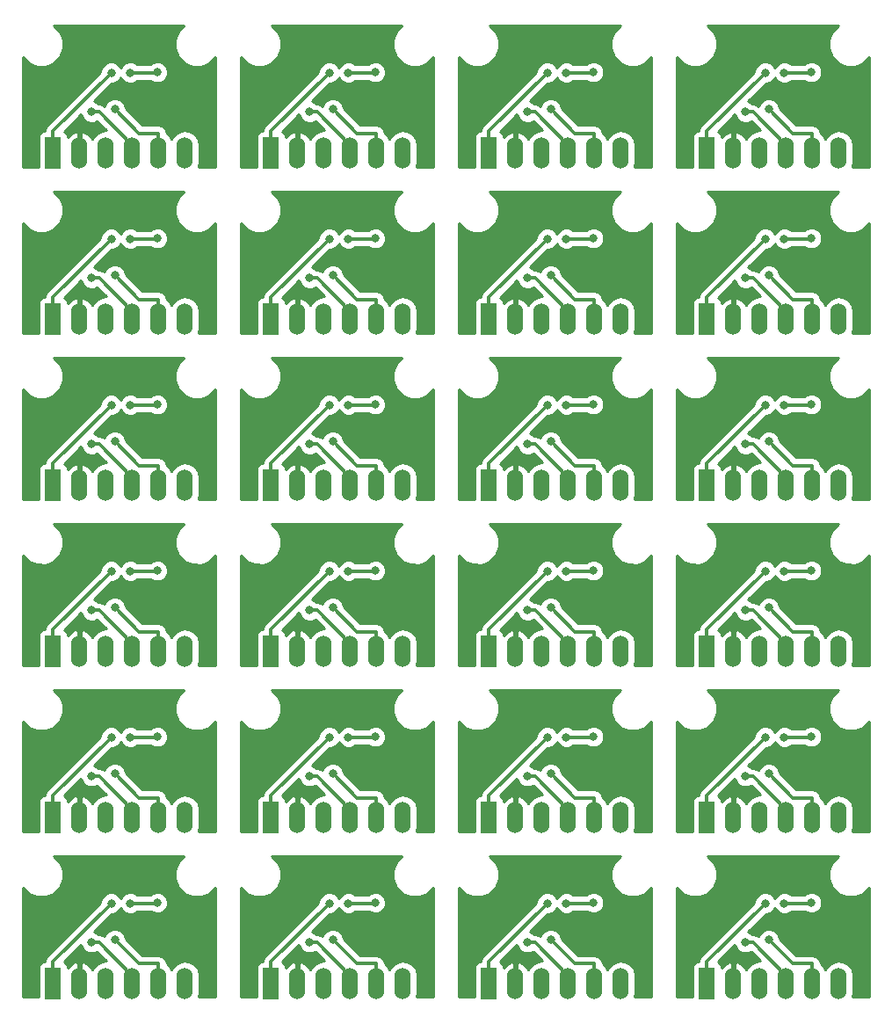
<source format=gbl>
G04 #@! TF.FileFunction,Copper,L2,Bot,Signal*
%FSLAX46Y46*%
G04 Gerber Fmt 4.6, Leading zero omitted, Abs format (unit mm)*
G04 Created by KiCad (PCBNEW 4.0.1-stable) date 2017/03/05 0:18:17*
%MOMM*%
G01*
G04 APERTURE LIST*
%ADD10C,0.100000*%
%ADD11R,1.524000X3.048000*%
%ADD12O,1.524000X3.048000*%
%ADD13C,0.800000*%
%ADD14C,0.300000*%
%ADD15C,0.500000*%
%ADD16C,0.254000*%
G04 APERTURE END LIST*
D10*
D11*
X180650000Y-151000000D03*
D12*
X183190000Y-151000000D03*
X185730000Y-151000000D03*
X188270000Y-151000000D03*
X190810000Y-151000000D03*
X193350000Y-151000000D03*
D11*
X180650000Y-135000000D03*
D12*
X183190000Y-135000000D03*
X185730000Y-135000000D03*
X188270000Y-135000000D03*
X190810000Y-135000000D03*
X193350000Y-135000000D03*
D11*
X138650000Y-135000000D03*
D12*
X141190000Y-135000000D03*
X143730000Y-135000000D03*
X146270000Y-135000000D03*
X148810000Y-135000000D03*
X151350000Y-135000000D03*
D11*
X138650000Y-151000000D03*
D12*
X141190000Y-151000000D03*
X143730000Y-151000000D03*
X146270000Y-151000000D03*
X148810000Y-151000000D03*
X151350000Y-151000000D03*
D11*
X201650000Y-135000000D03*
D12*
X204190000Y-135000000D03*
X206730000Y-135000000D03*
X209270000Y-135000000D03*
X211810000Y-135000000D03*
X214350000Y-135000000D03*
D11*
X201650000Y-151000000D03*
D12*
X204190000Y-151000000D03*
X206730000Y-151000000D03*
X209270000Y-151000000D03*
X211810000Y-151000000D03*
X214350000Y-151000000D03*
D11*
X159650000Y-135000000D03*
D12*
X162190000Y-135000000D03*
X164730000Y-135000000D03*
X167270000Y-135000000D03*
X169810000Y-135000000D03*
X172350000Y-135000000D03*
D11*
X159650000Y-151000000D03*
D12*
X162190000Y-151000000D03*
X164730000Y-151000000D03*
X167270000Y-151000000D03*
X169810000Y-151000000D03*
X172350000Y-151000000D03*
D11*
X201650000Y-119000000D03*
D12*
X204190000Y-119000000D03*
X206730000Y-119000000D03*
X209270000Y-119000000D03*
X211810000Y-119000000D03*
X214350000Y-119000000D03*
D11*
X180650000Y-119000000D03*
D12*
X183190000Y-119000000D03*
X185730000Y-119000000D03*
X188270000Y-119000000D03*
X190810000Y-119000000D03*
X193350000Y-119000000D03*
D11*
X138650000Y-119000000D03*
D12*
X141190000Y-119000000D03*
X143730000Y-119000000D03*
X146270000Y-119000000D03*
X148810000Y-119000000D03*
X151350000Y-119000000D03*
D11*
X159650000Y-119000000D03*
D12*
X162190000Y-119000000D03*
X164730000Y-119000000D03*
X167270000Y-119000000D03*
X169810000Y-119000000D03*
X172350000Y-119000000D03*
D11*
X138650000Y-103000000D03*
D12*
X141190000Y-103000000D03*
X143730000Y-103000000D03*
X146270000Y-103000000D03*
X148810000Y-103000000D03*
X151350000Y-103000000D03*
D11*
X159650000Y-103000000D03*
D12*
X162190000Y-103000000D03*
X164730000Y-103000000D03*
X167270000Y-103000000D03*
X169810000Y-103000000D03*
X172350000Y-103000000D03*
D11*
X180650000Y-103000000D03*
D12*
X183190000Y-103000000D03*
X185730000Y-103000000D03*
X188270000Y-103000000D03*
X190810000Y-103000000D03*
X193350000Y-103000000D03*
D11*
X201650000Y-103000000D03*
D12*
X204190000Y-103000000D03*
X206730000Y-103000000D03*
X209270000Y-103000000D03*
X211810000Y-103000000D03*
X214350000Y-103000000D03*
D11*
X138650000Y-103000000D03*
D12*
X141190000Y-103000000D03*
X143730000Y-103000000D03*
X146270000Y-103000000D03*
X148810000Y-103000000D03*
X151350000Y-103000000D03*
D11*
X138650000Y-87000000D03*
D12*
X141190000Y-87000000D03*
X143730000Y-87000000D03*
X146270000Y-87000000D03*
X148810000Y-87000000D03*
X151350000Y-87000000D03*
D11*
X159650000Y-87000000D03*
D12*
X162190000Y-87000000D03*
X164730000Y-87000000D03*
X167270000Y-87000000D03*
X169810000Y-87000000D03*
X172350000Y-87000000D03*
D11*
X180650000Y-87000000D03*
D12*
X183190000Y-87000000D03*
X185730000Y-87000000D03*
X188270000Y-87000000D03*
X190810000Y-87000000D03*
X193350000Y-87000000D03*
D11*
X201650000Y-87000000D03*
D12*
X204190000Y-87000000D03*
X206730000Y-87000000D03*
X209270000Y-87000000D03*
X211810000Y-87000000D03*
X214350000Y-87000000D03*
D11*
X138650000Y-71000000D03*
D12*
X141190000Y-71000000D03*
X143730000Y-71000000D03*
X146270000Y-71000000D03*
X148810000Y-71000000D03*
X151350000Y-71000000D03*
D11*
X159650000Y-71000000D03*
D12*
X162190000Y-71000000D03*
X164730000Y-71000000D03*
X167270000Y-71000000D03*
X169810000Y-71000000D03*
X172350000Y-71000000D03*
D11*
X180650000Y-71000000D03*
D12*
X183190000Y-71000000D03*
X185730000Y-71000000D03*
X188270000Y-71000000D03*
X190810000Y-71000000D03*
X193350000Y-71000000D03*
D11*
X201650000Y-71000000D03*
D12*
X204190000Y-71000000D03*
X206730000Y-71000000D03*
X209270000Y-71000000D03*
X211810000Y-71000000D03*
X214350000Y-71000000D03*
D13*
X186250800Y-143236500D03*
X207250800Y-143236500D03*
X186250800Y-127236500D03*
X207250800Y-127236500D03*
X144250800Y-143236500D03*
X165250800Y-127236500D03*
X165250800Y-143236500D03*
X144250800Y-127236500D03*
X207250800Y-111236500D03*
X186250800Y-111236500D03*
X165250800Y-111236500D03*
X144250800Y-111236500D03*
X144250800Y-95236500D03*
X165250800Y-95236500D03*
X186250800Y-95236500D03*
X207250800Y-95236500D03*
X199400000Y-150000000D03*
X195500000Y-150500000D03*
X204200000Y-139800000D03*
X216500000Y-150500000D03*
X174500000Y-134500000D03*
X178400000Y-134000000D03*
X183200000Y-123800000D03*
X178400000Y-150000000D03*
X174500000Y-150500000D03*
X183200000Y-139800000D03*
X195500000Y-134500000D03*
X199400000Y-134000000D03*
X216500000Y-134500000D03*
X204200000Y-123800000D03*
X141200000Y-139800000D03*
X136400000Y-150000000D03*
X162200000Y-123800000D03*
X157400000Y-134000000D03*
X153500000Y-134500000D03*
X153500000Y-150500000D03*
X157400000Y-150000000D03*
X162200000Y-139800000D03*
X136400000Y-134000000D03*
X141200000Y-123800000D03*
X216500000Y-118500000D03*
X204200000Y-107800000D03*
X153500000Y-118500000D03*
X199400000Y-118000000D03*
X195500000Y-118500000D03*
X157400000Y-118000000D03*
X162200000Y-107800000D03*
X183200000Y-107800000D03*
X178400000Y-118000000D03*
X174500000Y-118500000D03*
X136400000Y-118000000D03*
X141200000Y-107800000D03*
X136400000Y-102000000D03*
X141200000Y-91800000D03*
X153500000Y-102500000D03*
X157400000Y-102000000D03*
X162200000Y-91800000D03*
X174500000Y-102500000D03*
X178400000Y-102000000D03*
X183200000Y-91800000D03*
X195500000Y-102500000D03*
X199400000Y-102000000D03*
X204200000Y-91800000D03*
X216500000Y-102500000D03*
X205355000Y-147018800D03*
X184355000Y-131018800D03*
X184355000Y-147018800D03*
X205355000Y-131018800D03*
X142355000Y-147018800D03*
X163355000Y-131018800D03*
X163355000Y-147018800D03*
X142355000Y-131018800D03*
X205355000Y-115018800D03*
X163355000Y-115018800D03*
X184355000Y-115018800D03*
X142355000Y-115018800D03*
X142355000Y-99018800D03*
X163355000Y-99018800D03*
X184355000Y-99018800D03*
X205355000Y-99018800D03*
X186608200Y-146762000D03*
X207608200Y-146762000D03*
X186608200Y-130762000D03*
X207608200Y-130762000D03*
X144608200Y-146762000D03*
X165608200Y-130762000D03*
X144608200Y-130762000D03*
X165608200Y-146762000D03*
X207608200Y-114762000D03*
X144608200Y-114762000D03*
X186608200Y-114762000D03*
X165608200Y-114762000D03*
X144608200Y-98762000D03*
X165608200Y-98762000D03*
X186608200Y-98762000D03*
X207608200Y-98762000D03*
X188101500Y-143232300D03*
X190700000Y-143200000D03*
X211700000Y-143200000D03*
X209101500Y-143232300D03*
X190700000Y-127200000D03*
X188101500Y-127232300D03*
X209101500Y-127232300D03*
X211700000Y-127200000D03*
X146101500Y-143232300D03*
X148700000Y-143200000D03*
X167101500Y-127232300D03*
X169700000Y-127200000D03*
X146101500Y-127232300D03*
X148700000Y-127200000D03*
X169700000Y-143200000D03*
X167101500Y-143232300D03*
X211700000Y-111200000D03*
X209101500Y-111232300D03*
X148700000Y-111200000D03*
X146101500Y-111232300D03*
X188101500Y-111232300D03*
X190700000Y-111200000D03*
X167101500Y-111232300D03*
X169700000Y-111200000D03*
X146101500Y-95232300D03*
X148700000Y-95200000D03*
X167101500Y-95232300D03*
X169700000Y-95200000D03*
X188101500Y-95232300D03*
X190700000Y-95200000D03*
X209101500Y-95232300D03*
X211700000Y-95200000D03*
X144250800Y-95236500D03*
X136400000Y-102000000D03*
X141200000Y-91800000D03*
X153500000Y-102500000D03*
X142355000Y-99018800D03*
X144608200Y-98762000D03*
X146101500Y-95232300D03*
X148700000Y-95200000D03*
X144250800Y-79236500D03*
X136400000Y-86000000D03*
X141200000Y-75800000D03*
X153500000Y-86500000D03*
X142355000Y-83018800D03*
X144608200Y-82762000D03*
X146101500Y-79232300D03*
X148700000Y-79200000D03*
X165250800Y-79236500D03*
X157400000Y-86000000D03*
X162200000Y-75800000D03*
X174500000Y-86500000D03*
X163355000Y-83018800D03*
X165608200Y-82762000D03*
X167101500Y-79232300D03*
X169700000Y-79200000D03*
X186250800Y-79236500D03*
X178400000Y-86000000D03*
X183200000Y-75800000D03*
X195500000Y-86500000D03*
X184355000Y-83018800D03*
X186608200Y-82762000D03*
X188101500Y-79232300D03*
X190700000Y-79200000D03*
X207250800Y-79236500D03*
X199400000Y-86000000D03*
X204200000Y-75800000D03*
X216500000Y-86500000D03*
X205355000Y-83018800D03*
X207608200Y-82762000D03*
X209101500Y-79232300D03*
X211700000Y-79200000D03*
X144250800Y-63236500D03*
X136400000Y-70000000D03*
X141200000Y-59800000D03*
X153500000Y-70500000D03*
X142355000Y-67018800D03*
X144608200Y-66762000D03*
X146101500Y-63232300D03*
X148700000Y-63200000D03*
X165250800Y-63236500D03*
X157400000Y-70000000D03*
X162200000Y-59800000D03*
X174500000Y-70500000D03*
X163355000Y-67018800D03*
X165608200Y-66762000D03*
X167101500Y-63232300D03*
X169700000Y-63200000D03*
X186250800Y-63236500D03*
X178400000Y-70000000D03*
X183200000Y-59800000D03*
X195500000Y-70500000D03*
X184355000Y-67018800D03*
X186608200Y-66762000D03*
X188101500Y-63232300D03*
X190700000Y-63200000D03*
X207250800Y-63236500D03*
X199400000Y-70000000D03*
X204200000Y-59800000D03*
X216500000Y-70500000D03*
X205355000Y-67018800D03*
X207608200Y-66762000D03*
X209101500Y-63232300D03*
X211700000Y-63200000D03*
D14*
X207250800Y-143236500D02*
X201650000Y-148837300D01*
X180650000Y-132837300D02*
X180650000Y-135000000D01*
X186250800Y-127236500D02*
X180650000Y-132837300D01*
X180650000Y-148837300D02*
X180650000Y-151000000D01*
X186250800Y-143236500D02*
X180650000Y-148837300D01*
X201650000Y-148837300D02*
X201650000Y-151000000D01*
X207250800Y-127236500D02*
X201650000Y-132837300D01*
X201650000Y-132837300D02*
X201650000Y-135000000D01*
X165250800Y-143236500D02*
X159650000Y-148837300D01*
X159650000Y-148837300D02*
X159650000Y-151000000D01*
X165250800Y-127236500D02*
X159650000Y-132837300D01*
X159650000Y-132837300D02*
X159650000Y-135000000D01*
X144250800Y-143236500D02*
X138650000Y-148837300D01*
X138650000Y-148837300D02*
X138650000Y-151000000D01*
X144250800Y-127236500D02*
X138650000Y-132837300D01*
X138650000Y-132837300D02*
X138650000Y-135000000D01*
X207250800Y-111236500D02*
X201650000Y-116837300D01*
X201650000Y-116837300D02*
X201650000Y-119000000D01*
X180650000Y-116837300D02*
X180650000Y-119000000D01*
X186250800Y-111236500D02*
X180650000Y-116837300D01*
X165250800Y-111236500D02*
X159650000Y-116837300D01*
X159650000Y-116837300D02*
X159650000Y-119000000D01*
X144250800Y-111236500D02*
X138650000Y-116837300D01*
X138650000Y-116837300D02*
X138650000Y-119000000D01*
X138650000Y-100837300D02*
X138650000Y-103000000D01*
X144250800Y-95236500D02*
X138650000Y-100837300D01*
X159650000Y-100837300D02*
X159650000Y-103000000D01*
X165250800Y-95236500D02*
X159650000Y-100837300D01*
X180650000Y-100837300D02*
X180650000Y-103000000D01*
X186250800Y-95236500D02*
X180650000Y-100837300D01*
X201650000Y-100837300D02*
X201650000Y-103000000D01*
X207250800Y-95236500D02*
X201650000Y-100837300D01*
D15*
X188270000Y-135000000D02*
X188270000Y-134188000D01*
D14*
X188270000Y-134188000D02*
X185100800Y-131018800D01*
X185100800Y-131018800D02*
X184355000Y-131018800D01*
X185100800Y-147018800D02*
X184355000Y-147018800D01*
X188270000Y-150188000D02*
X185100800Y-147018800D01*
D15*
X188270000Y-151000000D02*
X188270000Y-150188000D01*
D14*
X209270000Y-150188000D02*
X206100800Y-147018800D01*
X206100800Y-147018800D02*
X205355000Y-147018800D01*
D15*
X209270000Y-151000000D02*
X209270000Y-150188000D01*
D14*
X206100800Y-131018800D02*
X205355000Y-131018800D01*
D15*
X209270000Y-135000000D02*
X209270000Y-134188000D01*
D14*
X209270000Y-134188000D02*
X206100800Y-131018800D01*
D15*
X167270000Y-151000000D02*
X167270000Y-150188000D01*
D14*
X164100800Y-147018800D02*
X163355000Y-147018800D01*
X167270000Y-150188000D02*
X164100800Y-147018800D01*
D15*
X167270000Y-135000000D02*
X167270000Y-134188000D01*
D14*
X167270000Y-134188000D02*
X164100800Y-131018800D01*
X164100800Y-131018800D02*
X163355000Y-131018800D01*
X143100800Y-147018800D02*
X142355000Y-147018800D01*
D15*
X146270000Y-151000000D02*
X146270000Y-150188000D01*
D14*
X146270000Y-150188000D02*
X143100800Y-147018800D01*
X143100800Y-131018800D02*
X142355000Y-131018800D01*
D15*
X146270000Y-135000000D02*
X146270000Y-134188000D01*
D14*
X146270000Y-134188000D02*
X143100800Y-131018800D01*
D15*
X188270000Y-119000000D02*
X188270000Y-118188000D01*
D14*
X209270000Y-118188000D02*
X206100800Y-115018800D01*
X206100800Y-115018800D02*
X205355000Y-115018800D01*
D15*
X209270000Y-119000000D02*
X209270000Y-118188000D01*
D14*
X188270000Y-118188000D02*
X185100800Y-115018800D01*
X185100800Y-115018800D02*
X184355000Y-115018800D01*
X167270000Y-118188000D02*
X164100800Y-115018800D01*
D15*
X167270000Y-119000000D02*
X167270000Y-118188000D01*
D14*
X164100800Y-115018800D02*
X163355000Y-115018800D01*
X146270000Y-118188000D02*
X143100800Y-115018800D01*
X143100800Y-115018800D02*
X142355000Y-115018800D01*
D15*
X146270000Y-119000000D02*
X146270000Y-118188000D01*
X146270000Y-103000000D02*
X146270000Y-102188000D01*
D14*
X143100800Y-99018800D02*
X142355000Y-99018800D01*
X146270000Y-102188000D02*
X143100800Y-99018800D01*
D15*
X167270000Y-103000000D02*
X167270000Y-102188000D01*
D14*
X164100800Y-99018800D02*
X163355000Y-99018800D01*
X167270000Y-102188000D02*
X164100800Y-99018800D01*
D15*
X188270000Y-103000000D02*
X188270000Y-102188000D01*
D14*
X185100800Y-99018800D02*
X184355000Y-99018800D01*
X188270000Y-102188000D02*
X185100800Y-99018800D01*
D15*
X209270000Y-103000000D02*
X209270000Y-102188000D01*
D14*
X206100800Y-99018800D02*
X205355000Y-99018800D01*
X209270000Y-102188000D02*
X206100800Y-99018800D01*
X211810000Y-149071700D02*
X209917900Y-149071700D01*
X209917900Y-149071700D02*
X207608200Y-146762000D01*
X211810000Y-151000000D02*
X211810000Y-149071700D01*
X190810000Y-133071700D02*
X188917900Y-133071700D01*
X190810000Y-135000000D02*
X190810000Y-133071700D01*
X188917900Y-149071700D02*
X186608200Y-146762000D01*
X190810000Y-149071700D02*
X188917900Y-149071700D01*
X190810000Y-151000000D02*
X190810000Y-149071700D01*
X188917900Y-133071700D02*
X186608200Y-130762000D01*
X211810000Y-135000000D02*
X211810000Y-133071700D01*
X209917900Y-133071700D02*
X207608200Y-130762000D01*
X211810000Y-133071700D02*
X209917900Y-133071700D01*
X169810000Y-133071700D02*
X167917900Y-133071700D01*
X167917900Y-133071700D02*
X165608200Y-130762000D01*
X169810000Y-135000000D02*
X169810000Y-133071700D01*
X148810000Y-149071700D02*
X146917900Y-149071700D01*
X148810000Y-151000000D02*
X148810000Y-149071700D01*
X146917900Y-149071700D02*
X144608200Y-146762000D01*
X169810000Y-149071700D02*
X167917900Y-149071700D01*
X169810000Y-151000000D02*
X169810000Y-149071700D01*
X167917900Y-149071700D02*
X165608200Y-146762000D01*
X148810000Y-135000000D02*
X148810000Y-133071700D01*
X146917900Y-133071700D02*
X144608200Y-130762000D01*
X148810000Y-133071700D02*
X146917900Y-133071700D01*
X209917900Y-117071700D02*
X207608200Y-114762000D01*
X211810000Y-117071700D02*
X209917900Y-117071700D01*
X211810000Y-119000000D02*
X211810000Y-117071700D01*
X188917900Y-117071700D02*
X186608200Y-114762000D01*
X190810000Y-117071700D02*
X188917900Y-117071700D01*
X190810000Y-119000000D02*
X190810000Y-117071700D01*
X167917900Y-117071700D02*
X165608200Y-114762000D01*
X169810000Y-117071700D02*
X167917900Y-117071700D01*
X169810000Y-119000000D02*
X169810000Y-117071700D01*
X146917900Y-117071700D02*
X144608200Y-114762000D01*
X148810000Y-117071700D02*
X146917900Y-117071700D01*
X148810000Y-119000000D02*
X148810000Y-117071700D01*
X148810000Y-103000000D02*
X148810000Y-101071700D01*
X146917900Y-101071700D02*
X144608200Y-98762000D01*
X148810000Y-101071700D02*
X146917900Y-101071700D01*
X169810000Y-103000000D02*
X169810000Y-101071700D01*
X167917900Y-101071700D02*
X165608200Y-98762000D01*
X169810000Y-101071700D02*
X167917900Y-101071700D01*
X190810000Y-103000000D02*
X190810000Y-101071700D01*
X188917900Y-101071700D02*
X186608200Y-98762000D01*
X190810000Y-101071700D02*
X188917900Y-101071700D01*
X211810000Y-103000000D02*
X211810000Y-101071700D01*
X209917900Y-101071700D02*
X207608200Y-98762000D01*
X211810000Y-101071700D02*
X209917900Y-101071700D01*
X211667700Y-143232300D02*
X211700000Y-143200000D01*
X209101500Y-143232300D02*
X211667700Y-143232300D01*
X190667700Y-143232300D02*
X190700000Y-143200000D01*
X188101500Y-143232300D02*
X190667700Y-143232300D01*
X188101500Y-127232300D02*
X190667700Y-127232300D01*
X190667700Y-127232300D02*
X190700000Y-127200000D01*
X209101500Y-127232300D02*
X211667700Y-127232300D01*
X211667700Y-127232300D02*
X211700000Y-127200000D01*
X169667700Y-127232300D02*
X169700000Y-127200000D01*
X167101500Y-127232300D02*
X169667700Y-127232300D01*
X146101500Y-143232300D02*
X148667700Y-143232300D01*
X148667700Y-143232300D02*
X148700000Y-143200000D01*
X167101500Y-143232300D02*
X169667700Y-143232300D01*
X169667700Y-143232300D02*
X169700000Y-143200000D01*
X146101500Y-127232300D02*
X148667700Y-127232300D01*
X148667700Y-127232300D02*
X148700000Y-127200000D01*
X209101500Y-111232300D02*
X211667700Y-111232300D01*
X211667700Y-111232300D02*
X211700000Y-111200000D01*
X188101500Y-111232300D02*
X190667700Y-111232300D01*
X190667700Y-111232300D02*
X190700000Y-111200000D01*
X167101500Y-111232300D02*
X169667700Y-111232300D01*
X169667700Y-111232300D02*
X169700000Y-111200000D01*
X146101500Y-111232300D02*
X148667700Y-111232300D01*
X148667700Y-111232300D02*
X148700000Y-111200000D01*
X148667700Y-95232300D02*
X148700000Y-95200000D01*
X146101500Y-95232300D02*
X148667700Y-95232300D01*
X169667700Y-95232300D02*
X169700000Y-95200000D01*
X167101500Y-95232300D02*
X169667700Y-95232300D01*
X190667700Y-95232300D02*
X190700000Y-95200000D01*
X188101500Y-95232300D02*
X190667700Y-95232300D01*
X211667700Y-95232300D02*
X211700000Y-95200000D01*
X209101500Y-95232300D02*
X211667700Y-95232300D01*
X138650000Y-100837300D02*
X138650000Y-103000000D01*
X144250800Y-95236500D02*
X138650000Y-100837300D01*
D15*
X146270000Y-103000000D02*
X146270000Y-102188000D01*
D14*
X143100800Y-99018800D02*
X142355000Y-99018800D01*
X146270000Y-102188000D02*
X143100800Y-99018800D01*
X148810000Y-103000000D02*
X148810000Y-101071700D01*
X146917900Y-101071700D02*
X144608200Y-98762000D01*
X148810000Y-101071700D02*
X146917900Y-101071700D01*
X148667700Y-95232300D02*
X148700000Y-95200000D01*
X146101500Y-95232300D02*
X148667700Y-95232300D01*
X138650000Y-84837300D02*
X138650000Y-87000000D01*
X144250800Y-79236500D02*
X138650000Y-84837300D01*
D15*
X146270000Y-87000000D02*
X146270000Y-86188000D01*
D14*
X143100800Y-83018800D02*
X142355000Y-83018800D01*
X146270000Y-86188000D02*
X143100800Y-83018800D01*
X148810000Y-87000000D02*
X148810000Y-85071700D01*
X146917900Y-85071700D02*
X144608200Y-82762000D01*
X148810000Y-85071700D02*
X146917900Y-85071700D01*
X148667700Y-79232300D02*
X148700000Y-79200000D01*
X146101500Y-79232300D02*
X148667700Y-79232300D01*
X159650000Y-84837300D02*
X159650000Y-87000000D01*
X165250800Y-79236500D02*
X159650000Y-84837300D01*
D15*
X167270000Y-87000000D02*
X167270000Y-86188000D01*
D14*
X164100800Y-83018800D02*
X163355000Y-83018800D01*
X167270000Y-86188000D02*
X164100800Y-83018800D01*
X169810000Y-87000000D02*
X169810000Y-85071700D01*
X167917900Y-85071700D02*
X165608200Y-82762000D01*
X169810000Y-85071700D02*
X167917900Y-85071700D01*
X169667700Y-79232300D02*
X169700000Y-79200000D01*
X167101500Y-79232300D02*
X169667700Y-79232300D01*
X180650000Y-84837300D02*
X180650000Y-87000000D01*
X186250800Y-79236500D02*
X180650000Y-84837300D01*
D15*
X188270000Y-87000000D02*
X188270000Y-86188000D01*
D14*
X185100800Y-83018800D02*
X184355000Y-83018800D01*
X188270000Y-86188000D02*
X185100800Y-83018800D01*
X190810000Y-87000000D02*
X190810000Y-85071700D01*
X188917900Y-85071700D02*
X186608200Y-82762000D01*
X190810000Y-85071700D02*
X188917900Y-85071700D01*
X190667700Y-79232300D02*
X190700000Y-79200000D01*
X188101500Y-79232300D02*
X190667700Y-79232300D01*
X201650000Y-84837300D02*
X201650000Y-87000000D01*
X207250800Y-79236500D02*
X201650000Y-84837300D01*
D15*
X209270000Y-87000000D02*
X209270000Y-86188000D01*
D14*
X206100800Y-83018800D02*
X205355000Y-83018800D01*
X209270000Y-86188000D02*
X206100800Y-83018800D01*
X211810000Y-87000000D02*
X211810000Y-85071700D01*
X209917900Y-85071700D02*
X207608200Y-82762000D01*
X211810000Y-85071700D02*
X209917900Y-85071700D01*
X211667700Y-79232300D02*
X211700000Y-79200000D01*
X209101500Y-79232300D02*
X211667700Y-79232300D01*
X138650000Y-68837300D02*
X138650000Y-71000000D01*
X144250800Y-63236500D02*
X138650000Y-68837300D01*
D15*
X146270000Y-71000000D02*
X146270000Y-70188000D01*
D14*
X143100800Y-67018800D02*
X142355000Y-67018800D01*
X146270000Y-70188000D02*
X143100800Y-67018800D01*
X148810000Y-71000000D02*
X148810000Y-69071700D01*
X146917900Y-69071700D02*
X144608200Y-66762000D01*
X148810000Y-69071700D02*
X146917900Y-69071700D01*
X148667700Y-63232300D02*
X148700000Y-63200000D01*
X146101500Y-63232300D02*
X148667700Y-63232300D01*
X159650000Y-68837300D02*
X159650000Y-71000000D01*
X165250800Y-63236500D02*
X159650000Y-68837300D01*
D15*
X167270000Y-71000000D02*
X167270000Y-70188000D01*
D14*
X164100800Y-67018800D02*
X163355000Y-67018800D01*
X167270000Y-70188000D02*
X164100800Y-67018800D01*
X169810000Y-71000000D02*
X169810000Y-69071700D01*
X167917900Y-69071700D02*
X165608200Y-66762000D01*
X169810000Y-69071700D02*
X167917900Y-69071700D01*
X169667700Y-63232300D02*
X169700000Y-63200000D01*
X167101500Y-63232300D02*
X169667700Y-63232300D01*
X180650000Y-68837300D02*
X180650000Y-71000000D01*
X186250800Y-63236500D02*
X180650000Y-68837300D01*
D15*
X188270000Y-71000000D02*
X188270000Y-70188000D01*
D14*
X185100800Y-67018800D02*
X184355000Y-67018800D01*
X188270000Y-70188000D02*
X185100800Y-67018800D01*
X190810000Y-71000000D02*
X190810000Y-69071700D01*
X188917900Y-69071700D02*
X186608200Y-66762000D01*
X190810000Y-69071700D02*
X188917900Y-69071700D01*
X190667700Y-63232300D02*
X190700000Y-63200000D01*
X188101500Y-63232300D02*
X190667700Y-63232300D01*
X201650000Y-68837300D02*
X201650000Y-71000000D01*
X207250800Y-63236500D02*
X201650000Y-68837300D01*
D15*
X209270000Y-71000000D02*
X209270000Y-70188000D01*
D14*
X206100800Y-67018800D02*
X205355000Y-67018800D01*
X209270000Y-70188000D02*
X206100800Y-67018800D01*
X211810000Y-71000000D02*
X211810000Y-69071700D01*
X209917900Y-69071700D02*
X207608200Y-66762000D01*
X211810000Y-69071700D02*
X209917900Y-69071700D01*
X211667700Y-63232300D02*
X211700000Y-63200000D01*
X209101500Y-63232300D02*
X211667700Y-63232300D01*
D16*
G36*
X150691091Y-91289041D02*
X150365372Y-92073459D01*
X150364630Y-92922815D01*
X150688980Y-93707800D01*
X151289041Y-94308909D01*
X152073459Y-94634628D01*
X152922815Y-94635370D01*
X153707800Y-94311020D01*
X154290000Y-93729835D01*
X154290000Y-104290000D01*
X152650388Y-104290000D01*
X152747000Y-103804297D01*
X152747000Y-102195703D01*
X152640660Y-101661094D01*
X152337828Y-101207875D01*
X151884609Y-100905043D01*
X151350000Y-100798703D01*
X150815391Y-100905043D01*
X150362172Y-101207875D01*
X150080000Y-101630174D01*
X149797828Y-101207875D01*
X149595000Y-101072349D01*
X149595000Y-101071700D01*
X149535245Y-100771294D01*
X149365079Y-100516621D01*
X149110406Y-100346455D01*
X148810000Y-100286700D01*
X147243058Y-100286700D01*
X145643266Y-98686908D01*
X145643379Y-98557029D01*
X145486142Y-98176485D01*
X145195246Y-97885081D01*
X144814977Y-97727180D01*
X144403229Y-97726821D01*
X144022685Y-97884058D01*
X143731281Y-98174954D01*
X143621041Y-98440443D01*
X143401207Y-98293555D01*
X143100800Y-98233800D01*
X143033805Y-98233800D01*
X142942046Y-98141881D01*
X142598309Y-97999149D01*
X144325892Y-96271566D01*
X144455771Y-96271679D01*
X144836315Y-96114442D01*
X145127719Y-95823546D01*
X145176944Y-95704999D01*
X145223558Y-95817815D01*
X145514454Y-96109219D01*
X145894723Y-96267120D01*
X146306471Y-96267479D01*
X146687015Y-96110242D01*
X146780119Y-96017300D01*
X148053439Y-96017300D01*
X148112954Y-96076919D01*
X148493223Y-96234820D01*
X148904971Y-96235179D01*
X149285515Y-96077942D01*
X149576919Y-95787046D01*
X149734820Y-95406777D01*
X149735179Y-94995029D01*
X149577942Y-94614485D01*
X149287046Y-94323081D01*
X148906777Y-94165180D01*
X148495029Y-94164821D01*
X148114485Y-94322058D01*
X147989024Y-94447300D01*
X146780305Y-94447300D01*
X146688546Y-94355381D01*
X146308277Y-94197480D01*
X145896529Y-94197121D01*
X145515985Y-94354358D01*
X145224581Y-94645254D01*
X145175356Y-94763801D01*
X145128742Y-94650985D01*
X144837846Y-94359581D01*
X144457577Y-94201680D01*
X144045829Y-94201321D01*
X143665285Y-94358558D01*
X143373881Y-94649454D01*
X143215980Y-95029723D01*
X143215865Y-95161277D01*
X138094921Y-100282221D01*
X137924755Y-100536893D01*
X137872677Y-100798703D01*
X137865912Y-100832716D01*
X137652683Y-100872838D01*
X137436559Y-101011910D01*
X137291569Y-101224110D01*
X137240560Y-101476000D01*
X137240560Y-104290000D01*
X135710000Y-104290000D01*
X135710000Y-93728857D01*
X136289041Y-94308909D01*
X137073459Y-94634628D01*
X137922815Y-94635370D01*
X138707800Y-94311020D01*
X139308909Y-93710959D01*
X139634628Y-92926541D01*
X139635370Y-92077185D01*
X139311020Y-91292200D01*
X138729835Y-90710000D01*
X151271143Y-90710000D01*
X150691091Y-91289041D01*
X150691091Y-91289041D01*
G37*
X150691091Y-91289041D02*
X150365372Y-92073459D01*
X150364630Y-92922815D01*
X150688980Y-93707800D01*
X151289041Y-94308909D01*
X152073459Y-94634628D01*
X152922815Y-94635370D01*
X153707800Y-94311020D01*
X154290000Y-93729835D01*
X154290000Y-104290000D01*
X152650388Y-104290000D01*
X152747000Y-103804297D01*
X152747000Y-102195703D01*
X152640660Y-101661094D01*
X152337828Y-101207875D01*
X151884609Y-100905043D01*
X151350000Y-100798703D01*
X150815391Y-100905043D01*
X150362172Y-101207875D01*
X150080000Y-101630174D01*
X149797828Y-101207875D01*
X149595000Y-101072349D01*
X149595000Y-101071700D01*
X149535245Y-100771294D01*
X149365079Y-100516621D01*
X149110406Y-100346455D01*
X148810000Y-100286700D01*
X147243058Y-100286700D01*
X145643266Y-98686908D01*
X145643379Y-98557029D01*
X145486142Y-98176485D01*
X145195246Y-97885081D01*
X144814977Y-97727180D01*
X144403229Y-97726821D01*
X144022685Y-97884058D01*
X143731281Y-98174954D01*
X143621041Y-98440443D01*
X143401207Y-98293555D01*
X143100800Y-98233800D01*
X143033805Y-98233800D01*
X142942046Y-98141881D01*
X142598309Y-97999149D01*
X144325892Y-96271566D01*
X144455771Y-96271679D01*
X144836315Y-96114442D01*
X145127719Y-95823546D01*
X145176944Y-95704999D01*
X145223558Y-95817815D01*
X145514454Y-96109219D01*
X145894723Y-96267120D01*
X146306471Y-96267479D01*
X146687015Y-96110242D01*
X146780119Y-96017300D01*
X148053439Y-96017300D01*
X148112954Y-96076919D01*
X148493223Y-96234820D01*
X148904971Y-96235179D01*
X149285515Y-96077942D01*
X149576919Y-95787046D01*
X149734820Y-95406777D01*
X149735179Y-94995029D01*
X149577942Y-94614485D01*
X149287046Y-94323081D01*
X148906777Y-94165180D01*
X148495029Y-94164821D01*
X148114485Y-94322058D01*
X147989024Y-94447300D01*
X146780305Y-94447300D01*
X146688546Y-94355381D01*
X146308277Y-94197480D01*
X145896529Y-94197121D01*
X145515985Y-94354358D01*
X145224581Y-94645254D01*
X145175356Y-94763801D01*
X145128742Y-94650985D01*
X144837846Y-94359581D01*
X144457577Y-94201680D01*
X144045829Y-94201321D01*
X143665285Y-94358558D01*
X143373881Y-94649454D01*
X143215980Y-95029723D01*
X143215865Y-95161277D01*
X138094921Y-100282221D01*
X137924755Y-100536893D01*
X137872677Y-100798703D01*
X137865912Y-100832716D01*
X137652683Y-100872838D01*
X137436559Y-101011910D01*
X137291569Y-101224110D01*
X137240560Y-101476000D01*
X137240560Y-104290000D01*
X135710000Y-104290000D01*
X135710000Y-93728857D01*
X136289041Y-94308909D01*
X137073459Y-94634628D01*
X137922815Y-94635370D01*
X138707800Y-94311020D01*
X139308909Y-93710959D01*
X139634628Y-92926541D01*
X139635370Y-92077185D01*
X139311020Y-91292200D01*
X138729835Y-90710000D01*
X151271143Y-90710000D01*
X150691091Y-91289041D01*
G36*
X141477058Y-99604315D02*
X141767954Y-99895719D01*
X142148223Y-100053620D01*
X142559971Y-100053979D01*
X142889615Y-99917773D01*
X143780612Y-100808770D01*
X143730000Y-100798703D01*
X143195391Y-100905043D01*
X142742172Y-101207875D01*
X142449651Y-101645662D01*
X142432059Y-101586059D01*
X142088026Y-101160370D01*
X141607277Y-100898740D01*
X141533070Y-100883780D01*
X141317000Y-101006280D01*
X141317000Y-102873000D01*
X141337000Y-102873000D01*
X141337000Y-103127000D01*
X141317000Y-103127000D01*
X141317000Y-103147000D01*
X141063000Y-103147000D01*
X141063000Y-103127000D01*
X141043000Y-103127000D01*
X141043000Y-102873000D01*
X141063000Y-102873000D01*
X141063000Y-101006280D01*
X140846930Y-100883780D01*
X140772723Y-100898740D01*
X140291974Y-101160370D01*
X140055181Y-101453366D01*
X140015162Y-101240683D01*
X139876090Y-101024559D01*
X139695970Y-100901488D01*
X141335570Y-99261888D01*
X141477058Y-99604315D01*
X141477058Y-99604315D01*
G37*
X141477058Y-99604315D02*
X141767954Y-99895719D01*
X142148223Y-100053620D01*
X142559971Y-100053979D01*
X142889615Y-99917773D01*
X143780612Y-100808770D01*
X143730000Y-100798703D01*
X143195391Y-100905043D01*
X142742172Y-101207875D01*
X142449651Y-101645662D01*
X142432059Y-101586059D01*
X142088026Y-101160370D01*
X141607277Y-100898740D01*
X141533070Y-100883780D01*
X141317000Y-101006280D01*
X141317000Y-102873000D01*
X141337000Y-102873000D01*
X141337000Y-103127000D01*
X141317000Y-103127000D01*
X141317000Y-103147000D01*
X141063000Y-103147000D01*
X141063000Y-103127000D01*
X141043000Y-103127000D01*
X141043000Y-102873000D01*
X141063000Y-102873000D01*
X141063000Y-101006280D01*
X140846930Y-100883780D01*
X140772723Y-100898740D01*
X140291974Y-101160370D01*
X140055181Y-101453366D01*
X140015162Y-101240683D01*
X139876090Y-101024559D01*
X139695970Y-100901488D01*
X141335570Y-99261888D01*
X141477058Y-99604315D01*
G36*
X171691091Y-91289041D02*
X171365372Y-92073459D01*
X171364630Y-92922815D01*
X171688980Y-93707800D01*
X172289041Y-94308909D01*
X173073459Y-94634628D01*
X173922815Y-94635370D01*
X174707800Y-94311020D01*
X175290000Y-93729835D01*
X175290000Y-104290000D01*
X173650388Y-104290000D01*
X173747000Y-103804297D01*
X173747000Y-102195703D01*
X173640660Y-101661094D01*
X173337828Y-101207875D01*
X172884609Y-100905043D01*
X172350000Y-100798703D01*
X171815391Y-100905043D01*
X171362172Y-101207875D01*
X171080000Y-101630174D01*
X170797828Y-101207875D01*
X170595000Y-101072349D01*
X170595000Y-101071700D01*
X170535245Y-100771294D01*
X170365079Y-100516621D01*
X170110406Y-100346455D01*
X169810000Y-100286700D01*
X168243058Y-100286700D01*
X166643266Y-98686908D01*
X166643379Y-98557029D01*
X166486142Y-98176485D01*
X166195246Y-97885081D01*
X165814977Y-97727180D01*
X165403229Y-97726821D01*
X165022685Y-97884058D01*
X164731281Y-98174954D01*
X164621041Y-98440443D01*
X164401207Y-98293555D01*
X164100800Y-98233800D01*
X164033805Y-98233800D01*
X163942046Y-98141881D01*
X163598309Y-97999149D01*
X165325892Y-96271566D01*
X165455771Y-96271679D01*
X165836315Y-96114442D01*
X166127719Y-95823546D01*
X166176944Y-95704999D01*
X166223558Y-95817815D01*
X166514454Y-96109219D01*
X166894723Y-96267120D01*
X167306471Y-96267479D01*
X167687015Y-96110242D01*
X167780119Y-96017300D01*
X169053439Y-96017300D01*
X169112954Y-96076919D01*
X169493223Y-96234820D01*
X169904971Y-96235179D01*
X170285515Y-96077942D01*
X170576919Y-95787046D01*
X170734820Y-95406777D01*
X170735179Y-94995029D01*
X170577942Y-94614485D01*
X170287046Y-94323081D01*
X169906777Y-94165180D01*
X169495029Y-94164821D01*
X169114485Y-94322058D01*
X168989024Y-94447300D01*
X167780305Y-94447300D01*
X167688546Y-94355381D01*
X167308277Y-94197480D01*
X166896529Y-94197121D01*
X166515985Y-94354358D01*
X166224581Y-94645254D01*
X166175356Y-94763801D01*
X166128742Y-94650985D01*
X165837846Y-94359581D01*
X165457577Y-94201680D01*
X165045829Y-94201321D01*
X164665285Y-94358558D01*
X164373881Y-94649454D01*
X164215980Y-95029723D01*
X164215865Y-95161277D01*
X159094921Y-100282221D01*
X158924755Y-100536893D01*
X158872677Y-100798703D01*
X158865912Y-100832716D01*
X158652683Y-100872838D01*
X158436559Y-101011910D01*
X158291569Y-101224110D01*
X158240560Y-101476000D01*
X158240560Y-104290000D01*
X156710000Y-104290000D01*
X156710000Y-93728857D01*
X157289041Y-94308909D01*
X158073459Y-94634628D01*
X158922815Y-94635370D01*
X159707800Y-94311020D01*
X160308909Y-93710959D01*
X160634628Y-92926541D01*
X160635370Y-92077185D01*
X160311020Y-91292200D01*
X159729835Y-90710000D01*
X172271143Y-90710000D01*
X171691091Y-91289041D01*
X171691091Y-91289041D01*
G37*
X171691091Y-91289041D02*
X171365372Y-92073459D01*
X171364630Y-92922815D01*
X171688980Y-93707800D01*
X172289041Y-94308909D01*
X173073459Y-94634628D01*
X173922815Y-94635370D01*
X174707800Y-94311020D01*
X175290000Y-93729835D01*
X175290000Y-104290000D01*
X173650388Y-104290000D01*
X173747000Y-103804297D01*
X173747000Y-102195703D01*
X173640660Y-101661094D01*
X173337828Y-101207875D01*
X172884609Y-100905043D01*
X172350000Y-100798703D01*
X171815391Y-100905043D01*
X171362172Y-101207875D01*
X171080000Y-101630174D01*
X170797828Y-101207875D01*
X170595000Y-101072349D01*
X170595000Y-101071700D01*
X170535245Y-100771294D01*
X170365079Y-100516621D01*
X170110406Y-100346455D01*
X169810000Y-100286700D01*
X168243058Y-100286700D01*
X166643266Y-98686908D01*
X166643379Y-98557029D01*
X166486142Y-98176485D01*
X166195246Y-97885081D01*
X165814977Y-97727180D01*
X165403229Y-97726821D01*
X165022685Y-97884058D01*
X164731281Y-98174954D01*
X164621041Y-98440443D01*
X164401207Y-98293555D01*
X164100800Y-98233800D01*
X164033805Y-98233800D01*
X163942046Y-98141881D01*
X163598309Y-97999149D01*
X165325892Y-96271566D01*
X165455771Y-96271679D01*
X165836315Y-96114442D01*
X166127719Y-95823546D01*
X166176944Y-95704999D01*
X166223558Y-95817815D01*
X166514454Y-96109219D01*
X166894723Y-96267120D01*
X167306471Y-96267479D01*
X167687015Y-96110242D01*
X167780119Y-96017300D01*
X169053439Y-96017300D01*
X169112954Y-96076919D01*
X169493223Y-96234820D01*
X169904971Y-96235179D01*
X170285515Y-96077942D01*
X170576919Y-95787046D01*
X170734820Y-95406777D01*
X170735179Y-94995029D01*
X170577942Y-94614485D01*
X170287046Y-94323081D01*
X169906777Y-94165180D01*
X169495029Y-94164821D01*
X169114485Y-94322058D01*
X168989024Y-94447300D01*
X167780305Y-94447300D01*
X167688546Y-94355381D01*
X167308277Y-94197480D01*
X166896529Y-94197121D01*
X166515985Y-94354358D01*
X166224581Y-94645254D01*
X166175356Y-94763801D01*
X166128742Y-94650985D01*
X165837846Y-94359581D01*
X165457577Y-94201680D01*
X165045829Y-94201321D01*
X164665285Y-94358558D01*
X164373881Y-94649454D01*
X164215980Y-95029723D01*
X164215865Y-95161277D01*
X159094921Y-100282221D01*
X158924755Y-100536893D01*
X158872677Y-100798703D01*
X158865912Y-100832716D01*
X158652683Y-100872838D01*
X158436559Y-101011910D01*
X158291569Y-101224110D01*
X158240560Y-101476000D01*
X158240560Y-104290000D01*
X156710000Y-104290000D01*
X156710000Y-93728857D01*
X157289041Y-94308909D01*
X158073459Y-94634628D01*
X158922815Y-94635370D01*
X159707800Y-94311020D01*
X160308909Y-93710959D01*
X160634628Y-92926541D01*
X160635370Y-92077185D01*
X160311020Y-91292200D01*
X159729835Y-90710000D01*
X172271143Y-90710000D01*
X171691091Y-91289041D01*
G36*
X162477058Y-99604315D02*
X162767954Y-99895719D01*
X163148223Y-100053620D01*
X163559971Y-100053979D01*
X163889615Y-99917773D01*
X164780612Y-100808770D01*
X164730000Y-100798703D01*
X164195391Y-100905043D01*
X163742172Y-101207875D01*
X163449651Y-101645662D01*
X163432059Y-101586059D01*
X163088026Y-101160370D01*
X162607277Y-100898740D01*
X162533070Y-100883780D01*
X162317000Y-101006280D01*
X162317000Y-102873000D01*
X162337000Y-102873000D01*
X162337000Y-103127000D01*
X162317000Y-103127000D01*
X162317000Y-103147000D01*
X162063000Y-103147000D01*
X162063000Y-103127000D01*
X162043000Y-103127000D01*
X162043000Y-102873000D01*
X162063000Y-102873000D01*
X162063000Y-101006280D01*
X161846930Y-100883780D01*
X161772723Y-100898740D01*
X161291974Y-101160370D01*
X161055181Y-101453366D01*
X161015162Y-101240683D01*
X160876090Y-101024559D01*
X160695970Y-100901488D01*
X162335570Y-99261888D01*
X162477058Y-99604315D01*
X162477058Y-99604315D01*
G37*
X162477058Y-99604315D02*
X162767954Y-99895719D01*
X163148223Y-100053620D01*
X163559971Y-100053979D01*
X163889615Y-99917773D01*
X164780612Y-100808770D01*
X164730000Y-100798703D01*
X164195391Y-100905043D01*
X163742172Y-101207875D01*
X163449651Y-101645662D01*
X163432059Y-101586059D01*
X163088026Y-101160370D01*
X162607277Y-100898740D01*
X162533070Y-100883780D01*
X162317000Y-101006280D01*
X162317000Y-102873000D01*
X162337000Y-102873000D01*
X162337000Y-103127000D01*
X162317000Y-103127000D01*
X162317000Y-103147000D01*
X162063000Y-103147000D01*
X162063000Y-103127000D01*
X162043000Y-103127000D01*
X162043000Y-102873000D01*
X162063000Y-102873000D01*
X162063000Y-101006280D01*
X161846930Y-100883780D01*
X161772723Y-100898740D01*
X161291974Y-101160370D01*
X161055181Y-101453366D01*
X161015162Y-101240683D01*
X160876090Y-101024559D01*
X160695970Y-100901488D01*
X162335570Y-99261888D01*
X162477058Y-99604315D01*
G36*
X192691091Y-91289041D02*
X192365372Y-92073459D01*
X192364630Y-92922815D01*
X192688980Y-93707800D01*
X193289041Y-94308909D01*
X194073459Y-94634628D01*
X194922815Y-94635370D01*
X195707800Y-94311020D01*
X196290000Y-93729835D01*
X196290000Y-104290000D01*
X194650388Y-104290000D01*
X194747000Y-103804297D01*
X194747000Y-102195703D01*
X194640660Y-101661094D01*
X194337828Y-101207875D01*
X193884609Y-100905043D01*
X193350000Y-100798703D01*
X192815391Y-100905043D01*
X192362172Y-101207875D01*
X192080000Y-101630174D01*
X191797828Y-101207875D01*
X191595000Y-101072349D01*
X191595000Y-101071700D01*
X191535245Y-100771294D01*
X191365079Y-100516621D01*
X191110406Y-100346455D01*
X190810000Y-100286700D01*
X189243058Y-100286700D01*
X187643266Y-98686908D01*
X187643379Y-98557029D01*
X187486142Y-98176485D01*
X187195246Y-97885081D01*
X186814977Y-97727180D01*
X186403229Y-97726821D01*
X186022685Y-97884058D01*
X185731281Y-98174954D01*
X185621041Y-98440443D01*
X185401207Y-98293555D01*
X185100800Y-98233800D01*
X185033805Y-98233800D01*
X184942046Y-98141881D01*
X184598309Y-97999149D01*
X186325892Y-96271566D01*
X186455771Y-96271679D01*
X186836315Y-96114442D01*
X187127719Y-95823546D01*
X187176944Y-95704999D01*
X187223558Y-95817815D01*
X187514454Y-96109219D01*
X187894723Y-96267120D01*
X188306471Y-96267479D01*
X188687015Y-96110242D01*
X188780119Y-96017300D01*
X190053439Y-96017300D01*
X190112954Y-96076919D01*
X190493223Y-96234820D01*
X190904971Y-96235179D01*
X191285515Y-96077942D01*
X191576919Y-95787046D01*
X191734820Y-95406777D01*
X191735179Y-94995029D01*
X191577942Y-94614485D01*
X191287046Y-94323081D01*
X190906777Y-94165180D01*
X190495029Y-94164821D01*
X190114485Y-94322058D01*
X189989024Y-94447300D01*
X188780305Y-94447300D01*
X188688546Y-94355381D01*
X188308277Y-94197480D01*
X187896529Y-94197121D01*
X187515985Y-94354358D01*
X187224581Y-94645254D01*
X187175356Y-94763801D01*
X187128742Y-94650985D01*
X186837846Y-94359581D01*
X186457577Y-94201680D01*
X186045829Y-94201321D01*
X185665285Y-94358558D01*
X185373881Y-94649454D01*
X185215980Y-95029723D01*
X185215865Y-95161277D01*
X180094921Y-100282221D01*
X179924755Y-100536893D01*
X179872677Y-100798703D01*
X179865912Y-100832716D01*
X179652683Y-100872838D01*
X179436559Y-101011910D01*
X179291569Y-101224110D01*
X179240560Y-101476000D01*
X179240560Y-104290000D01*
X177710000Y-104290000D01*
X177710000Y-93728857D01*
X178289041Y-94308909D01*
X179073459Y-94634628D01*
X179922815Y-94635370D01*
X180707800Y-94311020D01*
X181308909Y-93710959D01*
X181634628Y-92926541D01*
X181635370Y-92077185D01*
X181311020Y-91292200D01*
X180729835Y-90710000D01*
X193271143Y-90710000D01*
X192691091Y-91289041D01*
X192691091Y-91289041D01*
G37*
X192691091Y-91289041D02*
X192365372Y-92073459D01*
X192364630Y-92922815D01*
X192688980Y-93707800D01*
X193289041Y-94308909D01*
X194073459Y-94634628D01*
X194922815Y-94635370D01*
X195707800Y-94311020D01*
X196290000Y-93729835D01*
X196290000Y-104290000D01*
X194650388Y-104290000D01*
X194747000Y-103804297D01*
X194747000Y-102195703D01*
X194640660Y-101661094D01*
X194337828Y-101207875D01*
X193884609Y-100905043D01*
X193350000Y-100798703D01*
X192815391Y-100905043D01*
X192362172Y-101207875D01*
X192080000Y-101630174D01*
X191797828Y-101207875D01*
X191595000Y-101072349D01*
X191595000Y-101071700D01*
X191535245Y-100771294D01*
X191365079Y-100516621D01*
X191110406Y-100346455D01*
X190810000Y-100286700D01*
X189243058Y-100286700D01*
X187643266Y-98686908D01*
X187643379Y-98557029D01*
X187486142Y-98176485D01*
X187195246Y-97885081D01*
X186814977Y-97727180D01*
X186403229Y-97726821D01*
X186022685Y-97884058D01*
X185731281Y-98174954D01*
X185621041Y-98440443D01*
X185401207Y-98293555D01*
X185100800Y-98233800D01*
X185033805Y-98233800D01*
X184942046Y-98141881D01*
X184598309Y-97999149D01*
X186325892Y-96271566D01*
X186455771Y-96271679D01*
X186836315Y-96114442D01*
X187127719Y-95823546D01*
X187176944Y-95704999D01*
X187223558Y-95817815D01*
X187514454Y-96109219D01*
X187894723Y-96267120D01*
X188306471Y-96267479D01*
X188687015Y-96110242D01*
X188780119Y-96017300D01*
X190053439Y-96017300D01*
X190112954Y-96076919D01*
X190493223Y-96234820D01*
X190904971Y-96235179D01*
X191285515Y-96077942D01*
X191576919Y-95787046D01*
X191734820Y-95406777D01*
X191735179Y-94995029D01*
X191577942Y-94614485D01*
X191287046Y-94323081D01*
X190906777Y-94165180D01*
X190495029Y-94164821D01*
X190114485Y-94322058D01*
X189989024Y-94447300D01*
X188780305Y-94447300D01*
X188688546Y-94355381D01*
X188308277Y-94197480D01*
X187896529Y-94197121D01*
X187515985Y-94354358D01*
X187224581Y-94645254D01*
X187175356Y-94763801D01*
X187128742Y-94650985D01*
X186837846Y-94359581D01*
X186457577Y-94201680D01*
X186045829Y-94201321D01*
X185665285Y-94358558D01*
X185373881Y-94649454D01*
X185215980Y-95029723D01*
X185215865Y-95161277D01*
X180094921Y-100282221D01*
X179924755Y-100536893D01*
X179872677Y-100798703D01*
X179865912Y-100832716D01*
X179652683Y-100872838D01*
X179436559Y-101011910D01*
X179291569Y-101224110D01*
X179240560Y-101476000D01*
X179240560Y-104290000D01*
X177710000Y-104290000D01*
X177710000Y-93728857D01*
X178289041Y-94308909D01*
X179073459Y-94634628D01*
X179922815Y-94635370D01*
X180707800Y-94311020D01*
X181308909Y-93710959D01*
X181634628Y-92926541D01*
X181635370Y-92077185D01*
X181311020Y-91292200D01*
X180729835Y-90710000D01*
X193271143Y-90710000D01*
X192691091Y-91289041D01*
G36*
X183477058Y-99604315D02*
X183767954Y-99895719D01*
X184148223Y-100053620D01*
X184559971Y-100053979D01*
X184889615Y-99917773D01*
X185780612Y-100808770D01*
X185730000Y-100798703D01*
X185195391Y-100905043D01*
X184742172Y-101207875D01*
X184449651Y-101645662D01*
X184432059Y-101586059D01*
X184088026Y-101160370D01*
X183607277Y-100898740D01*
X183533070Y-100883780D01*
X183317000Y-101006280D01*
X183317000Y-102873000D01*
X183337000Y-102873000D01*
X183337000Y-103127000D01*
X183317000Y-103127000D01*
X183317000Y-103147000D01*
X183063000Y-103147000D01*
X183063000Y-103127000D01*
X183043000Y-103127000D01*
X183043000Y-102873000D01*
X183063000Y-102873000D01*
X183063000Y-101006280D01*
X182846930Y-100883780D01*
X182772723Y-100898740D01*
X182291974Y-101160370D01*
X182055181Y-101453366D01*
X182015162Y-101240683D01*
X181876090Y-101024559D01*
X181695970Y-100901488D01*
X183335570Y-99261888D01*
X183477058Y-99604315D01*
X183477058Y-99604315D01*
G37*
X183477058Y-99604315D02*
X183767954Y-99895719D01*
X184148223Y-100053620D01*
X184559971Y-100053979D01*
X184889615Y-99917773D01*
X185780612Y-100808770D01*
X185730000Y-100798703D01*
X185195391Y-100905043D01*
X184742172Y-101207875D01*
X184449651Y-101645662D01*
X184432059Y-101586059D01*
X184088026Y-101160370D01*
X183607277Y-100898740D01*
X183533070Y-100883780D01*
X183317000Y-101006280D01*
X183317000Y-102873000D01*
X183337000Y-102873000D01*
X183337000Y-103127000D01*
X183317000Y-103127000D01*
X183317000Y-103147000D01*
X183063000Y-103147000D01*
X183063000Y-103127000D01*
X183043000Y-103127000D01*
X183043000Y-102873000D01*
X183063000Y-102873000D01*
X183063000Y-101006280D01*
X182846930Y-100883780D01*
X182772723Y-100898740D01*
X182291974Y-101160370D01*
X182055181Y-101453366D01*
X182015162Y-101240683D01*
X181876090Y-101024559D01*
X181695970Y-100901488D01*
X183335570Y-99261888D01*
X183477058Y-99604315D01*
G36*
X213691091Y-91289041D02*
X213365372Y-92073459D01*
X213364630Y-92922815D01*
X213688980Y-93707800D01*
X214289041Y-94308909D01*
X215073459Y-94634628D01*
X215922815Y-94635370D01*
X216707800Y-94311020D01*
X217290000Y-93729835D01*
X217290000Y-104290000D01*
X215650388Y-104290000D01*
X215747000Y-103804297D01*
X215747000Y-102195703D01*
X215640660Y-101661094D01*
X215337828Y-101207875D01*
X214884609Y-100905043D01*
X214350000Y-100798703D01*
X213815391Y-100905043D01*
X213362172Y-101207875D01*
X213080000Y-101630174D01*
X212797828Y-101207875D01*
X212595000Y-101072349D01*
X212595000Y-101071700D01*
X212535245Y-100771294D01*
X212365079Y-100516621D01*
X212110406Y-100346455D01*
X211810000Y-100286700D01*
X210243058Y-100286700D01*
X208643266Y-98686908D01*
X208643379Y-98557029D01*
X208486142Y-98176485D01*
X208195246Y-97885081D01*
X207814977Y-97727180D01*
X207403229Y-97726821D01*
X207022685Y-97884058D01*
X206731281Y-98174954D01*
X206621041Y-98440443D01*
X206401207Y-98293555D01*
X206100800Y-98233800D01*
X206033805Y-98233800D01*
X205942046Y-98141881D01*
X205598309Y-97999149D01*
X207325892Y-96271566D01*
X207455771Y-96271679D01*
X207836315Y-96114442D01*
X208127719Y-95823546D01*
X208176944Y-95704999D01*
X208223558Y-95817815D01*
X208514454Y-96109219D01*
X208894723Y-96267120D01*
X209306471Y-96267479D01*
X209687015Y-96110242D01*
X209780119Y-96017300D01*
X211053439Y-96017300D01*
X211112954Y-96076919D01*
X211493223Y-96234820D01*
X211904971Y-96235179D01*
X212285515Y-96077942D01*
X212576919Y-95787046D01*
X212734820Y-95406777D01*
X212735179Y-94995029D01*
X212577942Y-94614485D01*
X212287046Y-94323081D01*
X211906777Y-94165180D01*
X211495029Y-94164821D01*
X211114485Y-94322058D01*
X210989024Y-94447300D01*
X209780305Y-94447300D01*
X209688546Y-94355381D01*
X209308277Y-94197480D01*
X208896529Y-94197121D01*
X208515985Y-94354358D01*
X208224581Y-94645254D01*
X208175356Y-94763801D01*
X208128742Y-94650985D01*
X207837846Y-94359581D01*
X207457577Y-94201680D01*
X207045829Y-94201321D01*
X206665285Y-94358558D01*
X206373881Y-94649454D01*
X206215980Y-95029723D01*
X206215865Y-95161277D01*
X201094921Y-100282221D01*
X200924755Y-100536893D01*
X200872677Y-100798703D01*
X200865912Y-100832716D01*
X200652683Y-100872838D01*
X200436559Y-101011910D01*
X200291569Y-101224110D01*
X200240560Y-101476000D01*
X200240560Y-104290000D01*
X198710000Y-104290000D01*
X198710000Y-93728857D01*
X199289041Y-94308909D01*
X200073459Y-94634628D01*
X200922815Y-94635370D01*
X201707800Y-94311020D01*
X202308909Y-93710959D01*
X202634628Y-92926541D01*
X202635370Y-92077185D01*
X202311020Y-91292200D01*
X201729835Y-90710000D01*
X214271143Y-90710000D01*
X213691091Y-91289041D01*
X213691091Y-91289041D01*
G37*
X213691091Y-91289041D02*
X213365372Y-92073459D01*
X213364630Y-92922815D01*
X213688980Y-93707800D01*
X214289041Y-94308909D01*
X215073459Y-94634628D01*
X215922815Y-94635370D01*
X216707800Y-94311020D01*
X217290000Y-93729835D01*
X217290000Y-104290000D01*
X215650388Y-104290000D01*
X215747000Y-103804297D01*
X215747000Y-102195703D01*
X215640660Y-101661094D01*
X215337828Y-101207875D01*
X214884609Y-100905043D01*
X214350000Y-100798703D01*
X213815391Y-100905043D01*
X213362172Y-101207875D01*
X213080000Y-101630174D01*
X212797828Y-101207875D01*
X212595000Y-101072349D01*
X212595000Y-101071700D01*
X212535245Y-100771294D01*
X212365079Y-100516621D01*
X212110406Y-100346455D01*
X211810000Y-100286700D01*
X210243058Y-100286700D01*
X208643266Y-98686908D01*
X208643379Y-98557029D01*
X208486142Y-98176485D01*
X208195246Y-97885081D01*
X207814977Y-97727180D01*
X207403229Y-97726821D01*
X207022685Y-97884058D01*
X206731281Y-98174954D01*
X206621041Y-98440443D01*
X206401207Y-98293555D01*
X206100800Y-98233800D01*
X206033805Y-98233800D01*
X205942046Y-98141881D01*
X205598309Y-97999149D01*
X207325892Y-96271566D01*
X207455771Y-96271679D01*
X207836315Y-96114442D01*
X208127719Y-95823546D01*
X208176944Y-95704999D01*
X208223558Y-95817815D01*
X208514454Y-96109219D01*
X208894723Y-96267120D01*
X209306471Y-96267479D01*
X209687015Y-96110242D01*
X209780119Y-96017300D01*
X211053439Y-96017300D01*
X211112954Y-96076919D01*
X211493223Y-96234820D01*
X211904971Y-96235179D01*
X212285515Y-96077942D01*
X212576919Y-95787046D01*
X212734820Y-95406777D01*
X212735179Y-94995029D01*
X212577942Y-94614485D01*
X212287046Y-94323081D01*
X211906777Y-94165180D01*
X211495029Y-94164821D01*
X211114485Y-94322058D01*
X210989024Y-94447300D01*
X209780305Y-94447300D01*
X209688546Y-94355381D01*
X209308277Y-94197480D01*
X208896529Y-94197121D01*
X208515985Y-94354358D01*
X208224581Y-94645254D01*
X208175356Y-94763801D01*
X208128742Y-94650985D01*
X207837846Y-94359581D01*
X207457577Y-94201680D01*
X207045829Y-94201321D01*
X206665285Y-94358558D01*
X206373881Y-94649454D01*
X206215980Y-95029723D01*
X206215865Y-95161277D01*
X201094921Y-100282221D01*
X200924755Y-100536893D01*
X200872677Y-100798703D01*
X200865912Y-100832716D01*
X200652683Y-100872838D01*
X200436559Y-101011910D01*
X200291569Y-101224110D01*
X200240560Y-101476000D01*
X200240560Y-104290000D01*
X198710000Y-104290000D01*
X198710000Y-93728857D01*
X199289041Y-94308909D01*
X200073459Y-94634628D01*
X200922815Y-94635370D01*
X201707800Y-94311020D01*
X202308909Y-93710959D01*
X202634628Y-92926541D01*
X202635370Y-92077185D01*
X202311020Y-91292200D01*
X201729835Y-90710000D01*
X214271143Y-90710000D01*
X213691091Y-91289041D01*
G36*
X204477058Y-99604315D02*
X204767954Y-99895719D01*
X205148223Y-100053620D01*
X205559971Y-100053979D01*
X205889615Y-99917773D01*
X206780612Y-100808770D01*
X206730000Y-100798703D01*
X206195391Y-100905043D01*
X205742172Y-101207875D01*
X205449651Y-101645662D01*
X205432059Y-101586059D01*
X205088026Y-101160370D01*
X204607277Y-100898740D01*
X204533070Y-100883780D01*
X204317000Y-101006280D01*
X204317000Y-102873000D01*
X204337000Y-102873000D01*
X204337000Y-103127000D01*
X204317000Y-103127000D01*
X204317000Y-103147000D01*
X204063000Y-103147000D01*
X204063000Y-103127000D01*
X204043000Y-103127000D01*
X204043000Y-102873000D01*
X204063000Y-102873000D01*
X204063000Y-101006280D01*
X203846930Y-100883780D01*
X203772723Y-100898740D01*
X203291974Y-101160370D01*
X203055181Y-101453366D01*
X203015162Y-101240683D01*
X202876090Y-101024559D01*
X202695970Y-100901488D01*
X204335570Y-99261888D01*
X204477058Y-99604315D01*
X204477058Y-99604315D01*
G37*
X204477058Y-99604315D02*
X204767954Y-99895719D01*
X205148223Y-100053620D01*
X205559971Y-100053979D01*
X205889615Y-99917773D01*
X206780612Y-100808770D01*
X206730000Y-100798703D01*
X206195391Y-100905043D01*
X205742172Y-101207875D01*
X205449651Y-101645662D01*
X205432059Y-101586059D01*
X205088026Y-101160370D01*
X204607277Y-100898740D01*
X204533070Y-100883780D01*
X204317000Y-101006280D01*
X204317000Y-102873000D01*
X204337000Y-102873000D01*
X204337000Y-103127000D01*
X204317000Y-103127000D01*
X204317000Y-103147000D01*
X204063000Y-103147000D01*
X204063000Y-103127000D01*
X204043000Y-103127000D01*
X204043000Y-102873000D01*
X204063000Y-102873000D01*
X204063000Y-101006280D01*
X203846930Y-100883780D01*
X203772723Y-100898740D01*
X203291974Y-101160370D01*
X203055181Y-101453366D01*
X203015162Y-101240683D01*
X202876090Y-101024559D01*
X202695970Y-100901488D01*
X204335570Y-99261888D01*
X204477058Y-99604315D01*
G36*
X150691091Y-107289041D02*
X150365372Y-108073459D01*
X150364630Y-108922815D01*
X150688980Y-109707800D01*
X151289041Y-110308909D01*
X152073459Y-110634628D01*
X152922815Y-110635370D01*
X153707800Y-110311020D01*
X154290000Y-109729835D01*
X154290000Y-120290000D01*
X152650388Y-120290000D01*
X152747000Y-119804297D01*
X152747000Y-118195703D01*
X152640660Y-117661094D01*
X152337828Y-117207875D01*
X151884609Y-116905043D01*
X151350000Y-116798703D01*
X150815391Y-116905043D01*
X150362172Y-117207875D01*
X150080000Y-117630174D01*
X149797828Y-117207875D01*
X149595000Y-117072349D01*
X149595000Y-117071700D01*
X149535245Y-116771294D01*
X149365079Y-116516621D01*
X149110406Y-116346455D01*
X148810000Y-116286700D01*
X147243058Y-116286700D01*
X145643266Y-114686908D01*
X145643379Y-114557029D01*
X145486142Y-114176485D01*
X145195246Y-113885081D01*
X144814977Y-113727180D01*
X144403229Y-113726821D01*
X144022685Y-113884058D01*
X143731281Y-114174954D01*
X143621041Y-114440443D01*
X143401207Y-114293555D01*
X143100800Y-114233800D01*
X143033805Y-114233800D01*
X142942046Y-114141881D01*
X142598309Y-113999149D01*
X144325892Y-112271566D01*
X144455771Y-112271679D01*
X144836315Y-112114442D01*
X145127719Y-111823546D01*
X145176944Y-111704999D01*
X145223558Y-111817815D01*
X145514454Y-112109219D01*
X145894723Y-112267120D01*
X146306471Y-112267479D01*
X146687015Y-112110242D01*
X146780119Y-112017300D01*
X148053439Y-112017300D01*
X148112954Y-112076919D01*
X148493223Y-112234820D01*
X148904971Y-112235179D01*
X149285515Y-112077942D01*
X149576919Y-111787046D01*
X149734820Y-111406777D01*
X149735179Y-110995029D01*
X149577942Y-110614485D01*
X149287046Y-110323081D01*
X148906777Y-110165180D01*
X148495029Y-110164821D01*
X148114485Y-110322058D01*
X147989024Y-110447300D01*
X146780305Y-110447300D01*
X146688546Y-110355381D01*
X146308277Y-110197480D01*
X145896529Y-110197121D01*
X145515985Y-110354358D01*
X145224581Y-110645254D01*
X145175356Y-110763801D01*
X145128742Y-110650985D01*
X144837846Y-110359581D01*
X144457577Y-110201680D01*
X144045829Y-110201321D01*
X143665285Y-110358558D01*
X143373881Y-110649454D01*
X143215980Y-111029723D01*
X143215865Y-111161277D01*
X138094921Y-116282221D01*
X137924755Y-116536893D01*
X137872677Y-116798703D01*
X137865912Y-116832716D01*
X137652683Y-116872838D01*
X137436559Y-117011910D01*
X137291569Y-117224110D01*
X137240560Y-117476000D01*
X137240560Y-120290000D01*
X135710000Y-120290000D01*
X135710000Y-109728857D01*
X136289041Y-110308909D01*
X137073459Y-110634628D01*
X137922815Y-110635370D01*
X138707800Y-110311020D01*
X139308909Y-109710959D01*
X139634628Y-108926541D01*
X139635370Y-108077185D01*
X139311020Y-107292200D01*
X138729835Y-106710000D01*
X151271143Y-106710000D01*
X150691091Y-107289041D01*
X150691091Y-107289041D01*
G37*
X150691091Y-107289041D02*
X150365372Y-108073459D01*
X150364630Y-108922815D01*
X150688980Y-109707800D01*
X151289041Y-110308909D01*
X152073459Y-110634628D01*
X152922815Y-110635370D01*
X153707800Y-110311020D01*
X154290000Y-109729835D01*
X154290000Y-120290000D01*
X152650388Y-120290000D01*
X152747000Y-119804297D01*
X152747000Y-118195703D01*
X152640660Y-117661094D01*
X152337828Y-117207875D01*
X151884609Y-116905043D01*
X151350000Y-116798703D01*
X150815391Y-116905043D01*
X150362172Y-117207875D01*
X150080000Y-117630174D01*
X149797828Y-117207875D01*
X149595000Y-117072349D01*
X149595000Y-117071700D01*
X149535245Y-116771294D01*
X149365079Y-116516621D01*
X149110406Y-116346455D01*
X148810000Y-116286700D01*
X147243058Y-116286700D01*
X145643266Y-114686908D01*
X145643379Y-114557029D01*
X145486142Y-114176485D01*
X145195246Y-113885081D01*
X144814977Y-113727180D01*
X144403229Y-113726821D01*
X144022685Y-113884058D01*
X143731281Y-114174954D01*
X143621041Y-114440443D01*
X143401207Y-114293555D01*
X143100800Y-114233800D01*
X143033805Y-114233800D01*
X142942046Y-114141881D01*
X142598309Y-113999149D01*
X144325892Y-112271566D01*
X144455771Y-112271679D01*
X144836315Y-112114442D01*
X145127719Y-111823546D01*
X145176944Y-111704999D01*
X145223558Y-111817815D01*
X145514454Y-112109219D01*
X145894723Y-112267120D01*
X146306471Y-112267479D01*
X146687015Y-112110242D01*
X146780119Y-112017300D01*
X148053439Y-112017300D01*
X148112954Y-112076919D01*
X148493223Y-112234820D01*
X148904971Y-112235179D01*
X149285515Y-112077942D01*
X149576919Y-111787046D01*
X149734820Y-111406777D01*
X149735179Y-110995029D01*
X149577942Y-110614485D01*
X149287046Y-110323081D01*
X148906777Y-110165180D01*
X148495029Y-110164821D01*
X148114485Y-110322058D01*
X147989024Y-110447300D01*
X146780305Y-110447300D01*
X146688546Y-110355381D01*
X146308277Y-110197480D01*
X145896529Y-110197121D01*
X145515985Y-110354358D01*
X145224581Y-110645254D01*
X145175356Y-110763801D01*
X145128742Y-110650985D01*
X144837846Y-110359581D01*
X144457577Y-110201680D01*
X144045829Y-110201321D01*
X143665285Y-110358558D01*
X143373881Y-110649454D01*
X143215980Y-111029723D01*
X143215865Y-111161277D01*
X138094921Y-116282221D01*
X137924755Y-116536893D01*
X137872677Y-116798703D01*
X137865912Y-116832716D01*
X137652683Y-116872838D01*
X137436559Y-117011910D01*
X137291569Y-117224110D01*
X137240560Y-117476000D01*
X137240560Y-120290000D01*
X135710000Y-120290000D01*
X135710000Y-109728857D01*
X136289041Y-110308909D01*
X137073459Y-110634628D01*
X137922815Y-110635370D01*
X138707800Y-110311020D01*
X139308909Y-109710959D01*
X139634628Y-108926541D01*
X139635370Y-108077185D01*
X139311020Y-107292200D01*
X138729835Y-106710000D01*
X151271143Y-106710000D01*
X150691091Y-107289041D01*
G36*
X141477058Y-115604315D02*
X141767954Y-115895719D01*
X142148223Y-116053620D01*
X142559971Y-116053979D01*
X142889615Y-115917773D01*
X143780612Y-116808770D01*
X143730000Y-116798703D01*
X143195391Y-116905043D01*
X142742172Y-117207875D01*
X142449651Y-117645662D01*
X142432059Y-117586059D01*
X142088026Y-117160370D01*
X141607277Y-116898740D01*
X141533070Y-116883780D01*
X141317000Y-117006280D01*
X141317000Y-118873000D01*
X141337000Y-118873000D01*
X141337000Y-119127000D01*
X141317000Y-119127000D01*
X141317000Y-119147000D01*
X141063000Y-119147000D01*
X141063000Y-119127000D01*
X141043000Y-119127000D01*
X141043000Y-118873000D01*
X141063000Y-118873000D01*
X141063000Y-117006280D01*
X140846930Y-116883780D01*
X140772723Y-116898740D01*
X140291974Y-117160370D01*
X140055181Y-117453366D01*
X140015162Y-117240683D01*
X139876090Y-117024559D01*
X139695970Y-116901488D01*
X141335570Y-115261888D01*
X141477058Y-115604315D01*
X141477058Y-115604315D01*
G37*
X141477058Y-115604315D02*
X141767954Y-115895719D01*
X142148223Y-116053620D01*
X142559971Y-116053979D01*
X142889615Y-115917773D01*
X143780612Y-116808770D01*
X143730000Y-116798703D01*
X143195391Y-116905043D01*
X142742172Y-117207875D01*
X142449651Y-117645662D01*
X142432059Y-117586059D01*
X142088026Y-117160370D01*
X141607277Y-116898740D01*
X141533070Y-116883780D01*
X141317000Y-117006280D01*
X141317000Y-118873000D01*
X141337000Y-118873000D01*
X141337000Y-119127000D01*
X141317000Y-119127000D01*
X141317000Y-119147000D01*
X141063000Y-119147000D01*
X141063000Y-119127000D01*
X141043000Y-119127000D01*
X141043000Y-118873000D01*
X141063000Y-118873000D01*
X141063000Y-117006280D01*
X140846930Y-116883780D01*
X140772723Y-116898740D01*
X140291974Y-117160370D01*
X140055181Y-117453366D01*
X140015162Y-117240683D01*
X139876090Y-117024559D01*
X139695970Y-116901488D01*
X141335570Y-115261888D01*
X141477058Y-115604315D01*
G36*
X171691091Y-107289041D02*
X171365372Y-108073459D01*
X171364630Y-108922815D01*
X171688980Y-109707800D01*
X172289041Y-110308909D01*
X173073459Y-110634628D01*
X173922815Y-110635370D01*
X174707800Y-110311020D01*
X175290000Y-109729835D01*
X175290000Y-120290000D01*
X173650388Y-120290000D01*
X173747000Y-119804297D01*
X173747000Y-118195703D01*
X173640660Y-117661094D01*
X173337828Y-117207875D01*
X172884609Y-116905043D01*
X172350000Y-116798703D01*
X171815391Y-116905043D01*
X171362172Y-117207875D01*
X171080000Y-117630174D01*
X170797828Y-117207875D01*
X170595000Y-117072349D01*
X170595000Y-117071700D01*
X170535245Y-116771294D01*
X170365079Y-116516621D01*
X170110406Y-116346455D01*
X169810000Y-116286700D01*
X168243058Y-116286700D01*
X166643266Y-114686908D01*
X166643379Y-114557029D01*
X166486142Y-114176485D01*
X166195246Y-113885081D01*
X165814977Y-113727180D01*
X165403229Y-113726821D01*
X165022685Y-113884058D01*
X164731281Y-114174954D01*
X164621041Y-114440443D01*
X164401207Y-114293555D01*
X164100800Y-114233800D01*
X164033805Y-114233800D01*
X163942046Y-114141881D01*
X163598309Y-113999149D01*
X165325892Y-112271566D01*
X165455771Y-112271679D01*
X165836315Y-112114442D01*
X166127719Y-111823546D01*
X166176944Y-111704999D01*
X166223558Y-111817815D01*
X166514454Y-112109219D01*
X166894723Y-112267120D01*
X167306471Y-112267479D01*
X167687015Y-112110242D01*
X167780119Y-112017300D01*
X169053439Y-112017300D01*
X169112954Y-112076919D01*
X169493223Y-112234820D01*
X169904971Y-112235179D01*
X170285515Y-112077942D01*
X170576919Y-111787046D01*
X170734820Y-111406777D01*
X170735179Y-110995029D01*
X170577942Y-110614485D01*
X170287046Y-110323081D01*
X169906777Y-110165180D01*
X169495029Y-110164821D01*
X169114485Y-110322058D01*
X168989024Y-110447300D01*
X167780305Y-110447300D01*
X167688546Y-110355381D01*
X167308277Y-110197480D01*
X166896529Y-110197121D01*
X166515985Y-110354358D01*
X166224581Y-110645254D01*
X166175356Y-110763801D01*
X166128742Y-110650985D01*
X165837846Y-110359581D01*
X165457577Y-110201680D01*
X165045829Y-110201321D01*
X164665285Y-110358558D01*
X164373881Y-110649454D01*
X164215980Y-111029723D01*
X164215865Y-111161277D01*
X159094921Y-116282221D01*
X158924755Y-116536893D01*
X158872677Y-116798703D01*
X158865912Y-116832716D01*
X158652683Y-116872838D01*
X158436559Y-117011910D01*
X158291569Y-117224110D01*
X158240560Y-117476000D01*
X158240560Y-120290000D01*
X156710000Y-120290000D01*
X156710000Y-109728857D01*
X157289041Y-110308909D01*
X158073459Y-110634628D01*
X158922815Y-110635370D01*
X159707800Y-110311020D01*
X160308909Y-109710959D01*
X160634628Y-108926541D01*
X160635370Y-108077185D01*
X160311020Y-107292200D01*
X159729835Y-106710000D01*
X172271143Y-106710000D01*
X171691091Y-107289041D01*
X171691091Y-107289041D01*
G37*
X171691091Y-107289041D02*
X171365372Y-108073459D01*
X171364630Y-108922815D01*
X171688980Y-109707800D01*
X172289041Y-110308909D01*
X173073459Y-110634628D01*
X173922815Y-110635370D01*
X174707800Y-110311020D01*
X175290000Y-109729835D01*
X175290000Y-120290000D01*
X173650388Y-120290000D01*
X173747000Y-119804297D01*
X173747000Y-118195703D01*
X173640660Y-117661094D01*
X173337828Y-117207875D01*
X172884609Y-116905043D01*
X172350000Y-116798703D01*
X171815391Y-116905043D01*
X171362172Y-117207875D01*
X171080000Y-117630174D01*
X170797828Y-117207875D01*
X170595000Y-117072349D01*
X170595000Y-117071700D01*
X170535245Y-116771294D01*
X170365079Y-116516621D01*
X170110406Y-116346455D01*
X169810000Y-116286700D01*
X168243058Y-116286700D01*
X166643266Y-114686908D01*
X166643379Y-114557029D01*
X166486142Y-114176485D01*
X166195246Y-113885081D01*
X165814977Y-113727180D01*
X165403229Y-113726821D01*
X165022685Y-113884058D01*
X164731281Y-114174954D01*
X164621041Y-114440443D01*
X164401207Y-114293555D01*
X164100800Y-114233800D01*
X164033805Y-114233800D01*
X163942046Y-114141881D01*
X163598309Y-113999149D01*
X165325892Y-112271566D01*
X165455771Y-112271679D01*
X165836315Y-112114442D01*
X166127719Y-111823546D01*
X166176944Y-111704999D01*
X166223558Y-111817815D01*
X166514454Y-112109219D01*
X166894723Y-112267120D01*
X167306471Y-112267479D01*
X167687015Y-112110242D01*
X167780119Y-112017300D01*
X169053439Y-112017300D01*
X169112954Y-112076919D01*
X169493223Y-112234820D01*
X169904971Y-112235179D01*
X170285515Y-112077942D01*
X170576919Y-111787046D01*
X170734820Y-111406777D01*
X170735179Y-110995029D01*
X170577942Y-110614485D01*
X170287046Y-110323081D01*
X169906777Y-110165180D01*
X169495029Y-110164821D01*
X169114485Y-110322058D01*
X168989024Y-110447300D01*
X167780305Y-110447300D01*
X167688546Y-110355381D01*
X167308277Y-110197480D01*
X166896529Y-110197121D01*
X166515985Y-110354358D01*
X166224581Y-110645254D01*
X166175356Y-110763801D01*
X166128742Y-110650985D01*
X165837846Y-110359581D01*
X165457577Y-110201680D01*
X165045829Y-110201321D01*
X164665285Y-110358558D01*
X164373881Y-110649454D01*
X164215980Y-111029723D01*
X164215865Y-111161277D01*
X159094921Y-116282221D01*
X158924755Y-116536893D01*
X158872677Y-116798703D01*
X158865912Y-116832716D01*
X158652683Y-116872838D01*
X158436559Y-117011910D01*
X158291569Y-117224110D01*
X158240560Y-117476000D01*
X158240560Y-120290000D01*
X156710000Y-120290000D01*
X156710000Y-109728857D01*
X157289041Y-110308909D01*
X158073459Y-110634628D01*
X158922815Y-110635370D01*
X159707800Y-110311020D01*
X160308909Y-109710959D01*
X160634628Y-108926541D01*
X160635370Y-108077185D01*
X160311020Y-107292200D01*
X159729835Y-106710000D01*
X172271143Y-106710000D01*
X171691091Y-107289041D01*
G36*
X162477058Y-115604315D02*
X162767954Y-115895719D01*
X163148223Y-116053620D01*
X163559971Y-116053979D01*
X163889615Y-115917773D01*
X164780612Y-116808770D01*
X164730000Y-116798703D01*
X164195391Y-116905043D01*
X163742172Y-117207875D01*
X163449651Y-117645662D01*
X163432059Y-117586059D01*
X163088026Y-117160370D01*
X162607277Y-116898740D01*
X162533070Y-116883780D01*
X162317000Y-117006280D01*
X162317000Y-118873000D01*
X162337000Y-118873000D01*
X162337000Y-119127000D01*
X162317000Y-119127000D01*
X162317000Y-119147000D01*
X162063000Y-119147000D01*
X162063000Y-119127000D01*
X162043000Y-119127000D01*
X162043000Y-118873000D01*
X162063000Y-118873000D01*
X162063000Y-117006280D01*
X161846930Y-116883780D01*
X161772723Y-116898740D01*
X161291974Y-117160370D01*
X161055181Y-117453366D01*
X161015162Y-117240683D01*
X160876090Y-117024559D01*
X160695970Y-116901488D01*
X162335570Y-115261888D01*
X162477058Y-115604315D01*
X162477058Y-115604315D01*
G37*
X162477058Y-115604315D02*
X162767954Y-115895719D01*
X163148223Y-116053620D01*
X163559971Y-116053979D01*
X163889615Y-115917773D01*
X164780612Y-116808770D01*
X164730000Y-116798703D01*
X164195391Y-116905043D01*
X163742172Y-117207875D01*
X163449651Y-117645662D01*
X163432059Y-117586059D01*
X163088026Y-117160370D01*
X162607277Y-116898740D01*
X162533070Y-116883780D01*
X162317000Y-117006280D01*
X162317000Y-118873000D01*
X162337000Y-118873000D01*
X162337000Y-119127000D01*
X162317000Y-119127000D01*
X162317000Y-119147000D01*
X162063000Y-119147000D01*
X162063000Y-119127000D01*
X162043000Y-119127000D01*
X162043000Y-118873000D01*
X162063000Y-118873000D01*
X162063000Y-117006280D01*
X161846930Y-116883780D01*
X161772723Y-116898740D01*
X161291974Y-117160370D01*
X161055181Y-117453366D01*
X161015162Y-117240683D01*
X160876090Y-117024559D01*
X160695970Y-116901488D01*
X162335570Y-115261888D01*
X162477058Y-115604315D01*
G36*
X192691091Y-107289041D02*
X192365372Y-108073459D01*
X192364630Y-108922815D01*
X192688980Y-109707800D01*
X193289041Y-110308909D01*
X194073459Y-110634628D01*
X194922815Y-110635370D01*
X195707800Y-110311020D01*
X196290000Y-109729835D01*
X196290000Y-120290000D01*
X194650388Y-120290000D01*
X194747000Y-119804297D01*
X194747000Y-118195703D01*
X194640660Y-117661094D01*
X194337828Y-117207875D01*
X193884609Y-116905043D01*
X193350000Y-116798703D01*
X192815391Y-116905043D01*
X192362172Y-117207875D01*
X192080000Y-117630174D01*
X191797828Y-117207875D01*
X191595000Y-117072349D01*
X191595000Y-117071700D01*
X191535245Y-116771294D01*
X191365079Y-116516621D01*
X191110406Y-116346455D01*
X190810000Y-116286700D01*
X189243058Y-116286700D01*
X187643266Y-114686908D01*
X187643379Y-114557029D01*
X187486142Y-114176485D01*
X187195246Y-113885081D01*
X186814977Y-113727180D01*
X186403229Y-113726821D01*
X186022685Y-113884058D01*
X185731281Y-114174954D01*
X185621041Y-114440443D01*
X185401207Y-114293555D01*
X185100800Y-114233800D01*
X185033805Y-114233800D01*
X184942046Y-114141881D01*
X184598309Y-113999149D01*
X186325892Y-112271566D01*
X186455771Y-112271679D01*
X186836315Y-112114442D01*
X187127719Y-111823546D01*
X187176944Y-111704999D01*
X187223558Y-111817815D01*
X187514454Y-112109219D01*
X187894723Y-112267120D01*
X188306471Y-112267479D01*
X188687015Y-112110242D01*
X188780119Y-112017300D01*
X190053439Y-112017300D01*
X190112954Y-112076919D01*
X190493223Y-112234820D01*
X190904971Y-112235179D01*
X191285515Y-112077942D01*
X191576919Y-111787046D01*
X191734820Y-111406777D01*
X191735179Y-110995029D01*
X191577942Y-110614485D01*
X191287046Y-110323081D01*
X190906777Y-110165180D01*
X190495029Y-110164821D01*
X190114485Y-110322058D01*
X189989024Y-110447300D01*
X188780305Y-110447300D01*
X188688546Y-110355381D01*
X188308277Y-110197480D01*
X187896529Y-110197121D01*
X187515985Y-110354358D01*
X187224581Y-110645254D01*
X187175356Y-110763801D01*
X187128742Y-110650985D01*
X186837846Y-110359581D01*
X186457577Y-110201680D01*
X186045829Y-110201321D01*
X185665285Y-110358558D01*
X185373881Y-110649454D01*
X185215980Y-111029723D01*
X185215865Y-111161277D01*
X180094921Y-116282221D01*
X179924755Y-116536893D01*
X179872677Y-116798703D01*
X179865912Y-116832716D01*
X179652683Y-116872838D01*
X179436559Y-117011910D01*
X179291569Y-117224110D01*
X179240560Y-117476000D01*
X179240560Y-120290000D01*
X177710000Y-120290000D01*
X177710000Y-109728857D01*
X178289041Y-110308909D01*
X179073459Y-110634628D01*
X179922815Y-110635370D01*
X180707800Y-110311020D01*
X181308909Y-109710959D01*
X181634628Y-108926541D01*
X181635370Y-108077185D01*
X181311020Y-107292200D01*
X180729835Y-106710000D01*
X193271143Y-106710000D01*
X192691091Y-107289041D01*
X192691091Y-107289041D01*
G37*
X192691091Y-107289041D02*
X192365372Y-108073459D01*
X192364630Y-108922815D01*
X192688980Y-109707800D01*
X193289041Y-110308909D01*
X194073459Y-110634628D01*
X194922815Y-110635370D01*
X195707800Y-110311020D01*
X196290000Y-109729835D01*
X196290000Y-120290000D01*
X194650388Y-120290000D01*
X194747000Y-119804297D01*
X194747000Y-118195703D01*
X194640660Y-117661094D01*
X194337828Y-117207875D01*
X193884609Y-116905043D01*
X193350000Y-116798703D01*
X192815391Y-116905043D01*
X192362172Y-117207875D01*
X192080000Y-117630174D01*
X191797828Y-117207875D01*
X191595000Y-117072349D01*
X191595000Y-117071700D01*
X191535245Y-116771294D01*
X191365079Y-116516621D01*
X191110406Y-116346455D01*
X190810000Y-116286700D01*
X189243058Y-116286700D01*
X187643266Y-114686908D01*
X187643379Y-114557029D01*
X187486142Y-114176485D01*
X187195246Y-113885081D01*
X186814977Y-113727180D01*
X186403229Y-113726821D01*
X186022685Y-113884058D01*
X185731281Y-114174954D01*
X185621041Y-114440443D01*
X185401207Y-114293555D01*
X185100800Y-114233800D01*
X185033805Y-114233800D01*
X184942046Y-114141881D01*
X184598309Y-113999149D01*
X186325892Y-112271566D01*
X186455771Y-112271679D01*
X186836315Y-112114442D01*
X187127719Y-111823546D01*
X187176944Y-111704999D01*
X187223558Y-111817815D01*
X187514454Y-112109219D01*
X187894723Y-112267120D01*
X188306471Y-112267479D01*
X188687015Y-112110242D01*
X188780119Y-112017300D01*
X190053439Y-112017300D01*
X190112954Y-112076919D01*
X190493223Y-112234820D01*
X190904971Y-112235179D01*
X191285515Y-112077942D01*
X191576919Y-111787046D01*
X191734820Y-111406777D01*
X191735179Y-110995029D01*
X191577942Y-110614485D01*
X191287046Y-110323081D01*
X190906777Y-110165180D01*
X190495029Y-110164821D01*
X190114485Y-110322058D01*
X189989024Y-110447300D01*
X188780305Y-110447300D01*
X188688546Y-110355381D01*
X188308277Y-110197480D01*
X187896529Y-110197121D01*
X187515985Y-110354358D01*
X187224581Y-110645254D01*
X187175356Y-110763801D01*
X187128742Y-110650985D01*
X186837846Y-110359581D01*
X186457577Y-110201680D01*
X186045829Y-110201321D01*
X185665285Y-110358558D01*
X185373881Y-110649454D01*
X185215980Y-111029723D01*
X185215865Y-111161277D01*
X180094921Y-116282221D01*
X179924755Y-116536893D01*
X179872677Y-116798703D01*
X179865912Y-116832716D01*
X179652683Y-116872838D01*
X179436559Y-117011910D01*
X179291569Y-117224110D01*
X179240560Y-117476000D01*
X179240560Y-120290000D01*
X177710000Y-120290000D01*
X177710000Y-109728857D01*
X178289041Y-110308909D01*
X179073459Y-110634628D01*
X179922815Y-110635370D01*
X180707800Y-110311020D01*
X181308909Y-109710959D01*
X181634628Y-108926541D01*
X181635370Y-108077185D01*
X181311020Y-107292200D01*
X180729835Y-106710000D01*
X193271143Y-106710000D01*
X192691091Y-107289041D01*
G36*
X183477058Y-115604315D02*
X183767954Y-115895719D01*
X184148223Y-116053620D01*
X184559971Y-116053979D01*
X184889615Y-115917773D01*
X185780612Y-116808770D01*
X185730000Y-116798703D01*
X185195391Y-116905043D01*
X184742172Y-117207875D01*
X184449651Y-117645662D01*
X184432059Y-117586059D01*
X184088026Y-117160370D01*
X183607277Y-116898740D01*
X183533070Y-116883780D01*
X183317000Y-117006280D01*
X183317000Y-118873000D01*
X183337000Y-118873000D01*
X183337000Y-119127000D01*
X183317000Y-119127000D01*
X183317000Y-119147000D01*
X183063000Y-119147000D01*
X183063000Y-119127000D01*
X183043000Y-119127000D01*
X183043000Y-118873000D01*
X183063000Y-118873000D01*
X183063000Y-117006280D01*
X182846930Y-116883780D01*
X182772723Y-116898740D01*
X182291974Y-117160370D01*
X182055181Y-117453366D01*
X182015162Y-117240683D01*
X181876090Y-117024559D01*
X181695970Y-116901488D01*
X183335570Y-115261888D01*
X183477058Y-115604315D01*
X183477058Y-115604315D01*
G37*
X183477058Y-115604315D02*
X183767954Y-115895719D01*
X184148223Y-116053620D01*
X184559971Y-116053979D01*
X184889615Y-115917773D01*
X185780612Y-116808770D01*
X185730000Y-116798703D01*
X185195391Y-116905043D01*
X184742172Y-117207875D01*
X184449651Y-117645662D01*
X184432059Y-117586059D01*
X184088026Y-117160370D01*
X183607277Y-116898740D01*
X183533070Y-116883780D01*
X183317000Y-117006280D01*
X183317000Y-118873000D01*
X183337000Y-118873000D01*
X183337000Y-119127000D01*
X183317000Y-119127000D01*
X183317000Y-119147000D01*
X183063000Y-119147000D01*
X183063000Y-119127000D01*
X183043000Y-119127000D01*
X183043000Y-118873000D01*
X183063000Y-118873000D01*
X183063000Y-117006280D01*
X182846930Y-116883780D01*
X182772723Y-116898740D01*
X182291974Y-117160370D01*
X182055181Y-117453366D01*
X182015162Y-117240683D01*
X181876090Y-117024559D01*
X181695970Y-116901488D01*
X183335570Y-115261888D01*
X183477058Y-115604315D01*
G36*
X213691091Y-107289041D02*
X213365372Y-108073459D01*
X213364630Y-108922815D01*
X213688980Y-109707800D01*
X214289041Y-110308909D01*
X215073459Y-110634628D01*
X215922815Y-110635370D01*
X216707800Y-110311020D01*
X217290000Y-109729835D01*
X217290000Y-120290000D01*
X215650388Y-120290000D01*
X215747000Y-119804297D01*
X215747000Y-118195703D01*
X215640660Y-117661094D01*
X215337828Y-117207875D01*
X214884609Y-116905043D01*
X214350000Y-116798703D01*
X213815391Y-116905043D01*
X213362172Y-117207875D01*
X213080000Y-117630174D01*
X212797828Y-117207875D01*
X212595000Y-117072349D01*
X212595000Y-117071700D01*
X212535245Y-116771294D01*
X212365079Y-116516621D01*
X212110406Y-116346455D01*
X211810000Y-116286700D01*
X210243058Y-116286700D01*
X208643266Y-114686908D01*
X208643379Y-114557029D01*
X208486142Y-114176485D01*
X208195246Y-113885081D01*
X207814977Y-113727180D01*
X207403229Y-113726821D01*
X207022685Y-113884058D01*
X206731281Y-114174954D01*
X206621041Y-114440443D01*
X206401207Y-114293555D01*
X206100800Y-114233800D01*
X206033805Y-114233800D01*
X205942046Y-114141881D01*
X205598309Y-113999149D01*
X207325892Y-112271566D01*
X207455771Y-112271679D01*
X207836315Y-112114442D01*
X208127719Y-111823546D01*
X208176944Y-111704999D01*
X208223558Y-111817815D01*
X208514454Y-112109219D01*
X208894723Y-112267120D01*
X209306471Y-112267479D01*
X209687015Y-112110242D01*
X209780119Y-112017300D01*
X211053439Y-112017300D01*
X211112954Y-112076919D01*
X211493223Y-112234820D01*
X211904971Y-112235179D01*
X212285515Y-112077942D01*
X212576919Y-111787046D01*
X212734820Y-111406777D01*
X212735179Y-110995029D01*
X212577942Y-110614485D01*
X212287046Y-110323081D01*
X211906777Y-110165180D01*
X211495029Y-110164821D01*
X211114485Y-110322058D01*
X210989024Y-110447300D01*
X209780305Y-110447300D01*
X209688546Y-110355381D01*
X209308277Y-110197480D01*
X208896529Y-110197121D01*
X208515985Y-110354358D01*
X208224581Y-110645254D01*
X208175356Y-110763801D01*
X208128742Y-110650985D01*
X207837846Y-110359581D01*
X207457577Y-110201680D01*
X207045829Y-110201321D01*
X206665285Y-110358558D01*
X206373881Y-110649454D01*
X206215980Y-111029723D01*
X206215865Y-111161277D01*
X201094921Y-116282221D01*
X200924755Y-116536893D01*
X200872677Y-116798703D01*
X200865912Y-116832716D01*
X200652683Y-116872838D01*
X200436559Y-117011910D01*
X200291569Y-117224110D01*
X200240560Y-117476000D01*
X200240560Y-120290000D01*
X198710000Y-120290000D01*
X198710000Y-109728857D01*
X199289041Y-110308909D01*
X200073459Y-110634628D01*
X200922815Y-110635370D01*
X201707800Y-110311020D01*
X202308909Y-109710959D01*
X202634628Y-108926541D01*
X202635370Y-108077185D01*
X202311020Y-107292200D01*
X201729835Y-106710000D01*
X214271143Y-106710000D01*
X213691091Y-107289041D01*
X213691091Y-107289041D01*
G37*
X213691091Y-107289041D02*
X213365372Y-108073459D01*
X213364630Y-108922815D01*
X213688980Y-109707800D01*
X214289041Y-110308909D01*
X215073459Y-110634628D01*
X215922815Y-110635370D01*
X216707800Y-110311020D01*
X217290000Y-109729835D01*
X217290000Y-120290000D01*
X215650388Y-120290000D01*
X215747000Y-119804297D01*
X215747000Y-118195703D01*
X215640660Y-117661094D01*
X215337828Y-117207875D01*
X214884609Y-116905043D01*
X214350000Y-116798703D01*
X213815391Y-116905043D01*
X213362172Y-117207875D01*
X213080000Y-117630174D01*
X212797828Y-117207875D01*
X212595000Y-117072349D01*
X212595000Y-117071700D01*
X212535245Y-116771294D01*
X212365079Y-116516621D01*
X212110406Y-116346455D01*
X211810000Y-116286700D01*
X210243058Y-116286700D01*
X208643266Y-114686908D01*
X208643379Y-114557029D01*
X208486142Y-114176485D01*
X208195246Y-113885081D01*
X207814977Y-113727180D01*
X207403229Y-113726821D01*
X207022685Y-113884058D01*
X206731281Y-114174954D01*
X206621041Y-114440443D01*
X206401207Y-114293555D01*
X206100800Y-114233800D01*
X206033805Y-114233800D01*
X205942046Y-114141881D01*
X205598309Y-113999149D01*
X207325892Y-112271566D01*
X207455771Y-112271679D01*
X207836315Y-112114442D01*
X208127719Y-111823546D01*
X208176944Y-111704999D01*
X208223558Y-111817815D01*
X208514454Y-112109219D01*
X208894723Y-112267120D01*
X209306471Y-112267479D01*
X209687015Y-112110242D01*
X209780119Y-112017300D01*
X211053439Y-112017300D01*
X211112954Y-112076919D01*
X211493223Y-112234820D01*
X211904971Y-112235179D01*
X212285515Y-112077942D01*
X212576919Y-111787046D01*
X212734820Y-111406777D01*
X212735179Y-110995029D01*
X212577942Y-110614485D01*
X212287046Y-110323081D01*
X211906777Y-110165180D01*
X211495029Y-110164821D01*
X211114485Y-110322058D01*
X210989024Y-110447300D01*
X209780305Y-110447300D01*
X209688546Y-110355381D01*
X209308277Y-110197480D01*
X208896529Y-110197121D01*
X208515985Y-110354358D01*
X208224581Y-110645254D01*
X208175356Y-110763801D01*
X208128742Y-110650985D01*
X207837846Y-110359581D01*
X207457577Y-110201680D01*
X207045829Y-110201321D01*
X206665285Y-110358558D01*
X206373881Y-110649454D01*
X206215980Y-111029723D01*
X206215865Y-111161277D01*
X201094921Y-116282221D01*
X200924755Y-116536893D01*
X200872677Y-116798703D01*
X200865912Y-116832716D01*
X200652683Y-116872838D01*
X200436559Y-117011910D01*
X200291569Y-117224110D01*
X200240560Y-117476000D01*
X200240560Y-120290000D01*
X198710000Y-120290000D01*
X198710000Y-109728857D01*
X199289041Y-110308909D01*
X200073459Y-110634628D01*
X200922815Y-110635370D01*
X201707800Y-110311020D01*
X202308909Y-109710959D01*
X202634628Y-108926541D01*
X202635370Y-108077185D01*
X202311020Y-107292200D01*
X201729835Y-106710000D01*
X214271143Y-106710000D01*
X213691091Y-107289041D01*
G36*
X204477058Y-115604315D02*
X204767954Y-115895719D01*
X205148223Y-116053620D01*
X205559971Y-116053979D01*
X205889615Y-115917773D01*
X206780612Y-116808770D01*
X206730000Y-116798703D01*
X206195391Y-116905043D01*
X205742172Y-117207875D01*
X205449651Y-117645662D01*
X205432059Y-117586059D01*
X205088026Y-117160370D01*
X204607277Y-116898740D01*
X204533070Y-116883780D01*
X204317000Y-117006280D01*
X204317000Y-118873000D01*
X204337000Y-118873000D01*
X204337000Y-119127000D01*
X204317000Y-119127000D01*
X204317000Y-119147000D01*
X204063000Y-119147000D01*
X204063000Y-119127000D01*
X204043000Y-119127000D01*
X204043000Y-118873000D01*
X204063000Y-118873000D01*
X204063000Y-117006280D01*
X203846930Y-116883780D01*
X203772723Y-116898740D01*
X203291974Y-117160370D01*
X203055181Y-117453366D01*
X203015162Y-117240683D01*
X202876090Y-117024559D01*
X202695970Y-116901488D01*
X204335570Y-115261888D01*
X204477058Y-115604315D01*
X204477058Y-115604315D01*
G37*
X204477058Y-115604315D02*
X204767954Y-115895719D01*
X205148223Y-116053620D01*
X205559971Y-116053979D01*
X205889615Y-115917773D01*
X206780612Y-116808770D01*
X206730000Y-116798703D01*
X206195391Y-116905043D01*
X205742172Y-117207875D01*
X205449651Y-117645662D01*
X205432059Y-117586059D01*
X205088026Y-117160370D01*
X204607277Y-116898740D01*
X204533070Y-116883780D01*
X204317000Y-117006280D01*
X204317000Y-118873000D01*
X204337000Y-118873000D01*
X204337000Y-119127000D01*
X204317000Y-119127000D01*
X204317000Y-119147000D01*
X204063000Y-119147000D01*
X204063000Y-119127000D01*
X204043000Y-119127000D01*
X204043000Y-118873000D01*
X204063000Y-118873000D01*
X204063000Y-117006280D01*
X203846930Y-116883780D01*
X203772723Y-116898740D01*
X203291974Y-117160370D01*
X203055181Y-117453366D01*
X203015162Y-117240683D01*
X202876090Y-117024559D01*
X202695970Y-116901488D01*
X204335570Y-115261888D01*
X204477058Y-115604315D01*
G36*
X150691091Y-123289041D02*
X150365372Y-124073459D01*
X150364630Y-124922815D01*
X150688980Y-125707800D01*
X151289041Y-126308909D01*
X152073459Y-126634628D01*
X152922815Y-126635370D01*
X153707800Y-126311020D01*
X154290000Y-125729835D01*
X154290000Y-136290000D01*
X152650388Y-136290000D01*
X152747000Y-135804297D01*
X152747000Y-134195703D01*
X152640660Y-133661094D01*
X152337828Y-133207875D01*
X151884609Y-132905043D01*
X151350000Y-132798703D01*
X150815391Y-132905043D01*
X150362172Y-133207875D01*
X150080000Y-133630174D01*
X149797828Y-133207875D01*
X149595000Y-133072349D01*
X149595000Y-133071700D01*
X149535245Y-132771294D01*
X149365079Y-132516621D01*
X149110406Y-132346455D01*
X148810000Y-132286700D01*
X147243058Y-132286700D01*
X145643266Y-130686908D01*
X145643379Y-130557029D01*
X145486142Y-130176485D01*
X145195246Y-129885081D01*
X144814977Y-129727180D01*
X144403229Y-129726821D01*
X144022685Y-129884058D01*
X143731281Y-130174954D01*
X143621041Y-130440443D01*
X143401207Y-130293555D01*
X143100800Y-130233800D01*
X143033805Y-130233800D01*
X142942046Y-130141881D01*
X142598309Y-129999149D01*
X144325892Y-128271566D01*
X144455771Y-128271679D01*
X144836315Y-128114442D01*
X145127719Y-127823546D01*
X145176944Y-127704999D01*
X145223558Y-127817815D01*
X145514454Y-128109219D01*
X145894723Y-128267120D01*
X146306471Y-128267479D01*
X146687015Y-128110242D01*
X146780119Y-128017300D01*
X148053439Y-128017300D01*
X148112954Y-128076919D01*
X148493223Y-128234820D01*
X148904971Y-128235179D01*
X149285515Y-128077942D01*
X149576919Y-127787046D01*
X149734820Y-127406777D01*
X149735179Y-126995029D01*
X149577942Y-126614485D01*
X149287046Y-126323081D01*
X148906777Y-126165180D01*
X148495029Y-126164821D01*
X148114485Y-126322058D01*
X147989024Y-126447300D01*
X146780305Y-126447300D01*
X146688546Y-126355381D01*
X146308277Y-126197480D01*
X145896529Y-126197121D01*
X145515985Y-126354358D01*
X145224581Y-126645254D01*
X145175356Y-126763801D01*
X145128742Y-126650985D01*
X144837846Y-126359581D01*
X144457577Y-126201680D01*
X144045829Y-126201321D01*
X143665285Y-126358558D01*
X143373881Y-126649454D01*
X143215980Y-127029723D01*
X143215865Y-127161277D01*
X138094921Y-132282221D01*
X137924755Y-132536893D01*
X137872677Y-132798703D01*
X137865912Y-132832716D01*
X137652683Y-132872838D01*
X137436559Y-133011910D01*
X137291569Y-133224110D01*
X137240560Y-133476000D01*
X137240560Y-136290000D01*
X135710000Y-136290000D01*
X135710000Y-125728857D01*
X136289041Y-126308909D01*
X137073459Y-126634628D01*
X137922815Y-126635370D01*
X138707800Y-126311020D01*
X139308909Y-125710959D01*
X139634628Y-124926541D01*
X139635370Y-124077185D01*
X139311020Y-123292200D01*
X138729835Y-122710000D01*
X151271143Y-122710000D01*
X150691091Y-123289041D01*
X150691091Y-123289041D01*
G37*
X150691091Y-123289041D02*
X150365372Y-124073459D01*
X150364630Y-124922815D01*
X150688980Y-125707800D01*
X151289041Y-126308909D01*
X152073459Y-126634628D01*
X152922815Y-126635370D01*
X153707800Y-126311020D01*
X154290000Y-125729835D01*
X154290000Y-136290000D01*
X152650388Y-136290000D01*
X152747000Y-135804297D01*
X152747000Y-134195703D01*
X152640660Y-133661094D01*
X152337828Y-133207875D01*
X151884609Y-132905043D01*
X151350000Y-132798703D01*
X150815391Y-132905043D01*
X150362172Y-133207875D01*
X150080000Y-133630174D01*
X149797828Y-133207875D01*
X149595000Y-133072349D01*
X149595000Y-133071700D01*
X149535245Y-132771294D01*
X149365079Y-132516621D01*
X149110406Y-132346455D01*
X148810000Y-132286700D01*
X147243058Y-132286700D01*
X145643266Y-130686908D01*
X145643379Y-130557029D01*
X145486142Y-130176485D01*
X145195246Y-129885081D01*
X144814977Y-129727180D01*
X144403229Y-129726821D01*
X144022685Y-129884058D01*
X143731281Y-130174954D01*
X143621041Y-130440443D01*
X143401207Y-130293555D01*
X143100800Y-130233800D01*
X143033805Y-130233800D01*
X142942046Y-130141881D01*
X142598309Y-129999149D01*
X144325892Y-128271566D01*
X144455771Y-128271679D01*
X144836315Y-128114442D01*
X145127719Y-127823546D01*
X145176944Y-127704999D01*
X145223558Y-127817815D01*
X145514454Y-128109219D01*
X145894723Y-128267120D01*
X146306471Y-128267479D01*
X146687015Y-128110242D01*
X146780119Y-128017300D01*
X148053439Y-128017300D01*
X148112954Y-128076919D01*
X148493223Y-128234820D01*
X148904971Y-128235179D01*
X149285515Y-128077942D01*
X149576919Y-127787046D01*
X149734820Y-127406777D01*
X149735179Y-126995029D01*
X149577942Y-126614485D01*
X149287046Y-126323081D01*
X148906777Y-126165180D01*
X148495029Y-126164821D01*
X148114485Y-126322058D01*
X147989024Y-126447300D01*
X146780305Y-126447300D01*
X146688546Y-126355381D01*
X146308277Y-126197480D01*
X145896529Y-126197121D01*
X145515985Y-126354358D01*
X145224581Y-126645254D01*
X145175356Y-126763801D01*
X145128742Y-126650985D01*
X144837846Y-126359581D01*
X144457577Y-126201680D01*
X144045829Y-126201321D01*
X143665285Y-126358558D01*
X143373881Y-126649454D01*
X143215980Y-127029723D01*
X143215865Y-127161277D01*
X138094921Y-132282221D01*
X137924755Y-132536893D01*
X137872677Y-132798703D01*
X137865912Y-132832716D01*
X137652683Y-132872838D01*
X137436559Y-133011910D01*
X137291569Y-133224110D01*
X137240560Y-133476000D01*
X137240560Y-136290000D01*
X135710000Y-136290000D01*
X135710000Y-125728857D01*
X136289041Y-126308909D01*
X137073459Y-126634628D01*
X137922815Y-126635370D01*
X138707800Y-126311020D01*
X139308909Y-125710959D01*
X139634628Y-124926541D01*
X139635370Y-124077185D01*
X139311020Y-123292200D01*
X138729835Y-122710000D01*
X151271143Y-122710000D01*
X150691091Y-123289041D01*
G36*
X141477058Y-131604315D02*
X141767954Y-131895719D01*
X142148223Y-132053620D01*
X142559971Y-132053979D01*
X142889615Y-131917773D01*
X143780612Y-132808770D01*
X143730000Y-132798703D01*
X143195391Y-132905043D01*
X142742172Y-133207875D01*
X142449651Y-133645662D01*
X142432059Y-133586059D01*
X142088026Y-133160370D01*
X141607277Y-132898740D01*
X141533070Y-132883780D01*
X141317000Y-133006280D01*
X141317000Y-134873000D01*
X141337000Y-134873000D01*
X141337000Y-135127000D01*
X141317000Y-135127000D01*
X141317000Y-135147000D01*
X141063000Y-135147000D01*
X141063000Y-135127000D01*
X141043000Y-135127000D01*
X141043000Y-134873000D01*
X141063000Y-134873000D01*
X141063000Y-133006280D01*
X140846930Y-132883780D01*
X140772723Y-132898740D01*
X140291974Y-133160370D01*
X140055181Y-133453366D01*
X140015162Y-133240683D01*
X139876090Y-133024559D01*
X139695970Y-132901488D01*
X141335570Y-131261888D01*
X141477058Y-131604315D01*
X141477058Y-131604315D01*
G37*
X141477058Y-131604315D02*
X141767954Y-131895719D01*
X142148223Y-132053620D01*
X142559971Y-132053979D01*
X142889615Y-131917773D01*
X143780612Y-132808770D01*
X143730000Y-132798703D01*
X143195391Y-132905043D01*
X142742172Y-133207875D01*
X142449651Y-133645662D01*
X142432059Y-133586059D01*
X142088026Y-133160370D01*
X141607277Y-132898740D01*
X141533070Y-132883780D01*
X141317000Y-133006280D01*
X141317000Y-134873000D01*
X141337000Y-134873000D01*
X141337000Y-135127000D01*
X141317000Y-135127000D01*
X141317000Y-135147000D01*
X141063000Y-135147000D01*
X141063000Y-135127000D01*
X141043000Y-135127000D01*
X141043000Y-134873000D01*
X141063000Y-134873000D01*
X141063000Y-133006280D01*
X140846930Y-132883780D01*
X140772723Y-132898740D01*
X140291974Y-133160370D01*
X140055181Y-133453366D01*
X140015162Y-133240683D01*
X139876090Y-133024559D01*
X139695970Y-132901488D01*
X141335570Y-131261888D01*
X141477058Y-131604315D01*
G36*
X150691091Y-139289041D02*
X150365372Y-140073459D01*
X150364630Y-140922815D01*
X150688980Y-141707800D01*
X151289041Y-142308909D01*
X152073459Y-142634628D01*
X152922815Y-142635370D01*
X153707800Y-142311020D01*
X154290000Y-141729835D01*
X154290000Y-152290000D01*
X152650388Y-152290000D01*
X152747000Y-151804297D01*
X152747000Y-150195703D01*
X152640660Y-149661094D01*
X152337828Y-149207875D01*
X151884609Y-148905043D01*
X151350000Y-148798703D01*
X150815391Y-148905043D01*
X150362172Y-149207875D01*
X150080000Y-149630174D01*
X149797828Y-149207875D01*
X149595000Y-149072349D01*
X149595000Y-149071700D01*
X149535245Y-148771294D01*
X149365079Y-148516621D01*
X149110406Y-148346455D01*
X148810000Y-148286700D01*
X147243058Y-148286700D01*
X145643266Y-146686908D01*
X145643379Y-146557029D01*
X145486142Y-146176485D01*
X145195246Y-145885081D01*
X144814977Y-145727180D01*
X144403229Y-145726821D01*
X144022685Y-145884058D01*
X143731281Y-146174954D01*
X143621041Y-146440443D01*
X143401207Y-146293555D01*
X143100800Y-146233800D01*
X143033805Y-146233800D01*
X142942046Y-146141881D01*
X142598309Y-145999149D01*
X144325892Y-144271566D01*
X144455771Y-144271679D01*
X144836315Y-144114442D01*
X145127719Y-143823546D01*
X145176944Y-143704999D01*
X145223558Y-143817815D01*
X145514454Y-144109219D01*
X145894723Y-144267120D01*
X146306471Y-144267479D01*
X146687015Y-144110242D01*
X146780119Y-144017300D01*
X148053439Y-144017300D01*
X148112954Y-144076919D01*
X148493223Y-144234820D01*
X148904971Y-144235179D01*
X149285515Y-144077942D01*
X149576919Y-143787046D01*
X149734820Y-143406777D01*
X149735179Y-142995029D01*
X149577942Y-142614485D01*
X149287046Y-142323081D01*
X148906777Y-142165180D01*
X148495029Y-142164821D01*
X148114485Y-142322058D01*
X147989024Y-142447300D01*
X146780305Y-142447300D01*
X146688546Y-142355381D01*
X146308277Y-142197480D01*
X145896529Y-142197121D01*
X145515985Y-142354358D01*
X145224581Y-142645254D01*
X145175356Y-142763801D01*
X145128742Y-142650985D01*
X144837846Y-142359581D01*
X144457577Y-142201680D01*
X144045829Y-142201321D01*
X143665285Y-142358558D01*
X143373881Y-142649454D01*
X143215980Y-143029723D01*
X143215865Y-143161277D01*
X138094921Y-148282221D01*
X137924755Y-148536893D01*
X137872677Y-148798703D01*
X137865912Y-148832716D01*
X137652683Y-148872838D01*
X137436559Y-149011910D01*
X137291569Y-149224110D01*
X137240560Y-149476000D01*
X137240560Y-152290000D01*
X135710000Y-152290000D01*
X135710000Y-141728857D01*
X136289041Y-142308909D01*
X137073459Y-142634628D01*
X137922815Y-142635370D01*
X138707800Y-142311020D01*
X139308909Y-141710959D01*
X139634628Y-140926541D01*
X139635370Y-140077185D01*
X139311020Y-139292200D01*
X138729835Y-138710000D01*
X151271143Y-138710000D01*
X150691091Y-139289041D01*
X150691091Y-139289041D01*
G37*
X150691091Y-139289041D02*
X150365372Y-140073459D01*
X150364630Y-140922815D01*
X150688980Y-141707800D01*
X151289041Y-142308909D01*
X152073459Y-142634628D01*
X152922815Y-142635370D01*
X153707800Y-142311020D01*
X154290000Y-141729835D01*
X154290000Y-152290000D01*
X152650388Y-152290000D01*
X152747000Y-151804297D01*
X152747000Y-150195703D01*
X152640660Y-149661094D01*
X152337828Y-149207875D01*
X151884609Y-148905043D01*
X151350000Y-148798703D01*
X150815391Y-148905043D01*
X150362172Y-149207875D01*
X150080000Y-149630174D01*
X149797828Y-149207875D01*
X149595000Y-149072349D01*
X149595000Y-149071700D01*
X149535245Y-148771294D01*
X149365079Y-148516621D01*
X149110406Y-148346455D01*
X148810000Y-148286700D01*
X147243058Y-148286700D01*
X145643266Y-146686908D01*
X145643379Y-146557029D01*
X145486142Y-146176485D01*
X145195246Y-145885081D01*
X144814977Y-145727180D01*
X144403229Y-145726821D01*
X144022685Y-145884058D01*
X143731281Y-146174954D01*
X143621041Y-146440443D01*
X143401207Y-146293555D01*
X143100800Y-146233800D01*
X143033805Y-146233800D01*
X142942046Y-146141881D01*
X142598309Y-145999149D01*
X144325892Y-144271566D01*
X144455771Y-144271679D01*
X144836315Y-144114442D01*
X145127719Y-143823546D01*
X145176944Y-143704999D01*
X145223558Y-143817815D01*
X145514454Y-144109219D01*
X145894723Y-144267120D01*
X146306471Y-144267479D01*
X146687015Y-144110242D01*
X146780119Y-144017300D01*
X148053439Y-144017300D01*
X148112954Y-144076919D01*
X148493223Y-144234820D01*
X148904971Y-144235179D01*
X149285515Y-144077942D01*
X149576919Y-143787046D01*
X149734820Y-143406777D01*
X149735179Y-142995029D01*
X149577942Y-142614485D01*
X149287046Y-142323081D01*
X148906777Y-142165180D01*
X148495029Y-142164821D01*
X148114485Y-142322058D01*
X147989024Y-142447300D01*
X146780305Y-142447300D01*
X146688546Y-142355381D01*
X146308277Y-142197480D01*
X145896529Y-142197121D01*
X145515985Y-142354358D01*
X145224581Y-142645254D01*
X145175356Y-142763801D01*
X145128742Y-142650985D01*
X144837846Y-142359581D01*
X144457577Y-142201680D01*
X144045829Y-142201321D01*
X143665285Y-142358558D01*
X143373881Y-142649454D01*
X143215980Y-143029723D01*
X143215865Y-143161277D01*
X138094921Y-148282221D01*
X137924755Y-148536893D01*
X137872677Y-148798703D01*
X137865912Y-148832716D01*
X137652683Y-148872838D01*
X137436559Y-149011910D01*
X137291569Y-149224110D01*
X137240560Y-149476000D01*
X137240560Y-152290000D01*
X135710000Y-152290000D01*
X135710000Y-141728857D01*
X136289041Y-142308909D01*
X137073459Y-142634628D01*
X137922815Y-142635370D01*
X138707800Y-142311020D01*
X139308909Y-141710959D01*
X139634628Y-140926541D01*
X139635370Y-140077185D01*
X139311020Y-139292200D01*
X138729835Y-138710000D01*
X151271143Y-138710000D01*
X150691091Y-139289041D01*
G36*
X141477058Y-147604315D02*
X141767954Y-147895719D01*
X142148223Y-148053620D01*
X142559971Y-148053979D01*
X142889615Y-147917773D01*
X143780612Y-148808770D01*
X143730000Y-148798703D01*
X143195391Y-148905043D01*
X142742172Y-149207875D01*
X142449651Y-149645662D01*
X142432059Y-149586059D01*
X142088026Y-149160370D01*
X141607277Y-148898740D01*
X141533070Y-148883780D01*
X141317000Y-149006280D01*
X141317000Y-150873000D01*
X141337000Y-150873000D01*
X141337000Y-151127000D01*
X141317000Y-151127000D01*
X141317000Y-151147000D01*
X141063000Y-151147000D01*
X141063000Y-151127000D01*
X141043000Y-151127000D01*
X141043000Y-150873000D01*
X141063000Y-150873000D01*
X141063000Y-149006280D01*
X140846930Y-148883780D01*
X140772723Y-148898740D01*
X140291974Y-149160370D01*
X140055181Y-149453366D01*
X140015162Y-149240683D01*
X139876090Y-149024559D01*
X139695970Y-148901488D01*
X141335570Y-147261888D01*
X141477058Y-147604315D01*
X141477058Y-147604315D01*
G37*
X141477058Y-147604315D02*
X141767954Y-147895719D01*
X142148223Y-148053620D01*
X142559971Y-148053979D01*
X142889615Y-147917773D01*
X143780612Y-148808770D01*
X143730000Y-148798703D01*
X143195391Y-148905043D01*
X142742172Y-149207875D01*
X142449651Y-149645662D01*
X142432059Y-149586059D01*
X142088026Y-149160370D01*
X141607277Y-148898740D01*
X141533070Y-148883780D01*
X141317000Y-149006280D01*
X141317000Y-150873000D01*
X141337000Y-150873000D01*
X141337000Y-151127000D01*
X141317000Y-151127000D01*
X141317000Y-151147000D01*
X141063000Y-151147000D01*
X141063000Y-151127000D01*
X141043000Y-151127000D01*
X141043000Y-150873000D01*
X141063000Y-150873000D01*
X141063000Y-149006280D01*
X140846930Y-148883780D01*
X140772723Y-148898740D01*
X140291974Y-149160370D01*
X140055181Y-149453366D01*
X140015162Y-149240683D01*
X139876090Y-149024559D01*
X139695970Y-148901488D01*
X141335570Y-147261888D01*
X141477058Y-147604315D01*
G36*
X171691091Y-123289041D02*
X171365372Y-124073459D01*
X171364630Y-124922815D01*
X171688980Y-125707800D01*
X172289041Y-126308909D01*
X173073459Y-126634628D01*
X173922815Y-126635370D01*
X174707800Y-126311020D01*
X175290000Y-125729835D01*
X175290000Y-136290000D01*
X173650388Y-136290000D01*
X173747000Y-135804297D01*
X173747000Y-134195703D01*
X173640660Y-133661094D01*
X173337828Y-133207875D01*
X172884609Y-132905043D01*
X172350000Y-132798703D01*
X171815391Y-132905043D01*
X171362172Y-133207875D01*
X171080000Y-133630174D01*
X170797828Y-133207875D01*
X170595000Y-133072349D01*
X170595000Y-133071700D01*
X170535245Y-132771294D01*
X170365079Y-132516621D01*
X170110406Y-132346455D01*
X169810000Y-132286700D01*
X168243058Y-132286700D01*
X166643266Y-130686908D01*
X166643379Y-130557029D01*
X166486142Y-130176485D01*
X166195246Y-129885081D01*
X165814977Y-129727180D01*
X165403229Y-129726821D01*
X165022685Y-129884058D01*
X164731281Y-130174954D01*
X164621041Y-130440443D01*
X164401207Y-130293555D01*
X164100800Y-130233800D01*
X164033805Y-130233800D01*
X163942046Y-130141881D01*
X163598309Y-129999149D01*
X165325892Y-128271566D01*
X165455771Y-128271679D01*
X165836315Y-128114442D01*
X166127719Y-127823546D01*
X166176944Y-127704999D01*
X166223558Y-127817815D01*
X166514454Y-128109219D01*
X166894723Y-128267120D01*
X167306471Y-128267479D01*
X167687015Y-128110242D01*
X167780119Y-128017300D01*
X169053439Y-128017300D01*
X169112954Y-128076919D01*
X169493223Y-128234820D01*
X169904971Y-128235179D01*
X170285515Y-128077942D01*
X170576919Y-127787046D01*
X170734820Y-127406777D01*
X170735179Y-126995029D01*
X170577942Y-126614485D01*
X170287046Y-126323081D01*
X169906777Y-126165180D01*
X169495029Y-126164821D01*
X169114485Y-126322058D01*
X168989024Y-126447300D01*
X167780305Y-126447300D01*
X167688546Y-126355381D01*
X167308277Y-126197480D01*
X166896529Y-126197121D01*
X166515985Y-126354358D01*
X166224581Y-126645254D01*
X166175356Y-126763801D01*
X166128742Y-126650985D01*
X165837846Y-126359581D01*
X165457577Y-126201680D01*
X165045829Y-126201321D01*
X164665285Y-126358558D01*
X164373881Y-126649454D01*
X164215980Y-127029723D01*
X164215865Y-127161277D01*
X159094921Y-132282221D01*
X158924755Y-132536893D01*
X158872677Y-132798703D01*
X158865912Y-132832716D01*
X158652683Y-132872838D01*
X158436559Y-133011910D01*
X158291569Y-133224110D01*
X158240560Y-133476000D01*
X158240560Y-136290000D01*
X156710000Y-136290000D01*
X156710000Y-125728857D01*
X157289041Y-126308909D01*
X158073459Y-126634628D01*
X158922815Y-126635370D01*
X159707800Y-126311020D01*
X160308909Y-125710959D01*
X160634628Y-124926541D01*
X160635370Y-124077185D01*
X160311020Y-123292200D01*
X159729835Y-122710000D01*
X172271143Y-122710000D01*
X171691091Y-123289041D01*
X171691091Y-123289041D01*
G37*
X171691091Y-123289041D02*
X171365372Y-124073459D01*
X171364630Y-124922815D01*
X171688980Y-125707800D01*
X172289041Y-126308909D01*
X173073459Y-126634628D01*
X173922815Y-126635370D01*
X174707800Y-126311020D01*
X175290000Y-125729835D01*
X175290000Y-136290000D01*
X173650388Y-136290000D01*
X173747000Y-135804297D01*
X173747000Y-134195703D01*
X173640660Y-133661094D01*
X173337828Y-133207875D01*
X172884609Y-132905043D01*
X172350000Y-132798703D01*
X171815391Y-132905043D01*
X171362172Y-133207875D01*
X171080000Y-133630174D01*
X170797828Y-133207875D01*
X170595000Y-133072349D01*
X170595000Y-133071700D01*
X170535245Y-132771294D01*
X170365079Y-132516621D01*
X170110406Y-132346455D01*
X169810000Y-132286700D01*
X168243058Y-132286700D01*
X166643266Y-130686908D01*
X166643379Y-130557029D01*
X166486142Y-130176485D01*
X166195246Y-129885081D01*
X165814977Y-129727180D01*
X165403229Y-129726821D01*
X165022685Y-129884058D01*
X164731281Y-130174954D01*
X164621041Y-130440443D01*
X164401207Y-130293555D01*
X164100800Y-130233800D01*
X164033805Y-130233800D01*
X163942046Y-130141881D01*
X163598309Y-129999149D01*
X165325892Y-128271566D01*
X165455771Y-128271679D01*
X165836315Y-128114442D01*
X166127719Y-127823546D01*
X166176944Y-127704999D01*
X166223558Y-127817815D01*
X166514454Y-128109219D01*
X166894723Y-128267120D01*
X167306471Y-128267479D01*
X167687015Y-128110242D01*
X167780119Y-128017300D01*
X169053439Y-128017300D01*
X169112954Y-128076919D01*
X169493223Y-128234820D01*
X169904971Y-128235179D01*
X170285515Y-128077942D01*
X170576919Y-127787046D01*
X170734820Y-127406777D01*
X170735179Y-126995029D01*
X170577942Y-126614485D01*
X170287046Y-126323081D01*
X169906777Y-126165180D01*
X169495029Y-126164821D01*
X169114485Y-126322058D01*
X168989024Y-126447300D01*
X167780305Y-126447300D01*
X167688546Y-126355381D01*
X167308277Y-126197480D01*
X166896529Y-126197121D01*
X166515985Y-126354358D01*
X166224581Y-126645254D01*
X166175356Y-126763801D01*
X166128742Y-126650985D01*
X165837846Y-126359581D01*
X165457577Y-126201680D01*
X165045829Y-126201321D01*
X164665285Y-126358558D01*
X164373881Y-126649454D01*
X164215980Y-127029723D01*
X164215865Y-127161277D01*
X159094921Y-132282221D01*
X158924755Y-132536893D01*
X158872677Y-132798703D01*
X158865912Y-132832716D01*
X158652683Y-132872838D01*
X158436559Y-133011910D01*
X158291569Y-133224110D01*
X158240560Y-133476000D01*
X158240560Y-136290000D01*
X156710000Y-136290000D01*
X156710000Y-125728857D01*
X157289041Y-126308909D01*
X158073459Y-126634628D01*
X158922815Y-126635370D01*
X159707800Y-126311020D01*
X160308909Y-125710959D01*
X160634628Y-124926541D01*
X160635370Y-124077185D01*
X160311020Y-123292200D01*
X159729835Y-122710000D01*
X172271143Y-122710000D01*
X171691091Y-123289041D01*
G36*
X162477058Y-131604315D02*
X162767954Y-131895719D01*
X163148223Y-132053620D01*
X163559971Y-132053979D01*
X163889615Y-131917773D01*
X164780612Y-132808770D01*
X164730000Y-132798703D01*
X164195391Y-132905043D01*
X163742172Y-133207875D01*
X163449651Y-133645662D01*
X163432059Y-133586059D01*
X163088026Y-133160370D01*
X162607277Y-132898740D01*
X162533070Y-132883780D01*
X162317000Y-133006280D01*
X162317000Y-134873000D01*
X162337000Y-134873000D01*
X162337000Y-135127000D01*
X162317000Y-135127000D01*
X162317000Y-135147000D01*
X162063000Y-135147000D01*
X162063000Y-135127000D01*
X162043000Y-135127000D01*
X162043000Y-134873000D01*
X162063000Y-134873000D01*
X162063000Y-133006280D01*
X161846930Y-132883780D01*
X161772723Y-132898740D01*
X161291974Y-133160370D01*
X161055181Y-133453366D01*
X161015162Y-133240683D01*
X160876090Y-133024559D01*
X160695970Y-132901488D01*
X162335570Y-131261888D01*
X162477058Y-131604315D01*
X162477058Y-131604315D01*
G37*
X162477058Y-131604315D02*
X162767954Y-131895719D01*
X163148223Y-132053620D01*
X163559971Y-132053979D01*
X163889615Y-131917773D01*
X164780612Y-132808770D01*
X164730000Y-132798703D01*
X164195391Y-132905043D01*
X163742172Y-133207875D01*
X163449651Y-133645662D01*
X163432059Y-133586059D01*
X163088026Y-133160370D01*
X162607277Y-132898740D01*
X162533070Y-132883780D01*
X162317000Y-133006280D01*
X162317000Y-134873000D01*
X162337000Y-134873000D01*
X162337000Y-135127000D01*
X162317000Y-135127000D01*
X162317000Y-135147000D01*
X162063000Y-135147000D01*
X162063000Y-135127000D01*
X162043000Y-135127000D01*
X162043000Y-134873000D01*
X162063000Y-134873000D01*
X162063000Y-133006280D01*
X161846930Y-132883780D01*
X161772723Y-132898740D01*
X161291974Y-133160370D01*
X161055181Y-133453366D01*
X161015162Y-133240683D01*
X160876090Y-133024559D01*
X160695970Y-132901488D01*
X162335570Y-131261888D01*
X162477058Y-131604315D01*
G36*
X171691091Y-139289041D02*
X171365372Y-140073459D01*
X171364630Y-140922815D01*
X171688980Y-141707800D01*
X172289041Y-142308909D01*
X173073459Y-142634628D01*
X173922815Y-142635370D01*
X174707800Y-142311020D01*
X175290000Y-141729835D01*
X175290000Y-152290000D01*
X173650388Y-152290000D01*
X173747000Y-151804297D01*
X173747000Y-150195703D01*
X173640660Y-149661094D01*
X173337828Y-149207875D01*
X172884609Y-148905043D01*
X172350000Y-148798703D01*
X171815391Y-148905043D01*
X171362172Y-149207875D01*
X171080000Y-149630174D01*
X170797828Y-149207875D01*
X170595000Y-149072349D01*
X170595000Y-149071700D01*
X170535245Y-148771294D01*
X170365079Y-148516621D01*
X170110406Y-148346455D01*
X169810000Y-148286700D01*
X168243058Y-148286700D01*
X166643266Y-146686908D01*
X166643379Y-146557029D01*
X166486142Y-146176485D01*
X166195246Y-145885081D01*
X165814977Y-145727180D01*
X165403229Y-145726821D01*
X165022685Y-145884058D01*
X164731281Y-146174954D01*
X164621041Y-146440443D01*
X164401207Y-146293555D01*
X164100800Y-146233800D01*
X164033805Y-146233800D01*
X163942046Y-146141881D01*
X163598309Y-145999149D01*
X165325892Y-144271566D01*
X165455771Y-144271679D01*
X165836315Y-144114442D01*
X166127719Y-143823546D01*
X166176944Y-143704999D01*
X166223558Y-143817815D01*
X166514454Y-144109219D01*
X166894723Y-144267120D01*
X167306471Y-144267479D01*
X167687015Y-144110242D01*
X167780119Y-144017300D01*
X169053439Y-144017300D01*
X169112954Y-144076919D01*
X169493223Y-144234820D01*
X169904971Y-144235179D01*
X170285515Y-144077942D01*
X170576919Y-143787046D01*
X170734820Y-143406777D01*
X170735179Y-142995029D01*
X170577942Y-142614485D01*
X170287046Y-142323081D01*
X169906777Y-142165180D01*
X169495029Y-142164821D01*
X169114485Y-142322058D01*
X168989024Y-142447300D01*
X167780305Y-142447300D01*
X167688546Y-142355381D01*
X167308277Y-142197480D01*
X166896529Y-142197121D01*
X166515985Y-142354358D01*
X166224581Y-142645254D01*
X166175356Y-142763801D01*
X166128742Y-142650985D01*
X165837846Y-142359581D01*
X165457577Y-142201680D01*
X165045829Y-142201321D01*
X164665285Y-142358558D01*
X164373881Y-142649454D01*
X164215980Y-143029723D01*
X164215865Y-143161277D01*
X159094921Y-148282221D01*
X158924755Y-148536893D01*
X158872677Y-148798703D01*
X158865912Y-148832716D01*
X158652683Y-148872838D01*
X158436559Y-149011910D01*
X158291569Y-149224110D01*
X158240560Y-149476000D01*
X158240560Y-152290000D01*
X156710000Y-152290000D01*
X156710000Y-141728857D01*
X157289041Y-142308909D01*
X158073459Y-142634628D01*
X158922815Y-142635370D01*
X159707800Y-142311020D01*
X160308909Y-141710959D01*
X160634628Y-140926541D01*
X160635370Y-140077185D01*
X160311020Y-139292200D01*
X159729835Y-138710000D01*
X172271143Y-138710000D01*
X171691091Y-139289041D01*
X171691091Y-139289041D01*
G37*
X171691091Y-139289041D02*
X171365372Y-140073459D01*
X171364630Y-140922815D01*
X171688980Y-141707800D01*
X172289041Y-142308909D01*
X173073459Y-142634628D01*
X173922815Y-142635370D01*
X174707800Y-142311020D01*
X175290000Y-141729835D01*
X175290000Y-152290000D01*
X173650388Y-152290000D01*
X173747000Y-151804297D01*
X173747000Y-150195703D01*
X173640660Y-149661094D01*
X173337828Y-149207875D01*
X172884609Y-148905043D01*
X172350000Y-148798703D01*
X171815391Y-148905043D01*
X171362172Y-149207875D01*
X171080000Y-149630174D01*
X170797828Y-149207875D01*
X170595000Y-149072349D01*
X170595000Y-149071700D01*
X170535245Y-148771294D01*
X170365079Y-148516621D01*
X170110406Y-148346455D01*
X169810000Y-148286700D01*
X168243058Y-148286700D01*
X166643266Y-146686908D01*
X166643379Y-146557029D01*
X166486142Y-146176485D01*
X166195246Y-145885081D01*
X165814977Y-145727180D01*
X165403229Y-145726821D01*
X165022685Y-145884058D01*
X164731281Y-146174954D01*
X164621041Y-146440443D01*
X164401207Y-146293555D01*
X164100800Y-146233800D01*
X164033805Y-146233800D01*
X163942046Y-146141881D01*
X163598309Y-145999149D01*
X165325892Y-144271566D01*
X165455771Y-144271679D01*
X165836315Y-144114442D01*
X166127719Y-143823546D01*
X166176944Y-143704999D01*
X166223558Y-143817815D01*
X166514454Y-144109219D01*
X166894723Y-144267120D01*
X167306471Y-144267479D01*
X167687015Y-144110242D01*
X167780119Y-144017300D01*
X169053439Y-144017300D01*
X169112954Y-144076919D01*
X169493223Y-144234820D01*
X169904971Y-144235179D01*
X170285515Y-144077942D01*
X170576919Y-143787046D01*
X170734820Y-143406777D01*
X170735179Y-142995029D01*
X170577942Y-142614485D01*
X170287046Y-142323081D01*
X169906777Y-142165180D01*
X169495029Y-142164821D01*
X169114485Y-142322058D01*
X168989024Y-142447300D01*
X167780305Y-142447300D01*
X167688546Y-142355381D01*
X167308277Y-142197480D01*
X166896529Y-142197121D01*
X166515985Y-142354358D01*
X166224581Y-142645254D01*
X166175356Y-142763801D01*
X166128742Y-142650985D01*
X165837846Y-142359581D01*
X165457577Y-142201680D01*
X165045829Y-142201321D01*
X164665285Y-142358558D01*
X164373881Y-142649454D01*
X164215980Y-143029723D01*
X164215865Y-143161277D01*
X159094921Y-148282221D01*
X158924755Y-148536893D01*
X158872677Y-148798703D01*
X158865912Y-148832716D01*
X158652683Y-148872838D01*
X158436559Y-149011910D01*
X158291569Y-149224110D01*
X158240560Y-149476000D01*
X158240560Y-152290000D01*
X156710000Y-152290000D01*
X156710000Y-141728857D01*
X157289041Y-142308909D01*
X158073459Y-142634628D01*
X158922815Y-142635370D01*
X159707800Y-142311020D01*
X160308909Y-141710959D01*
X160634628Y-140926541D01*
X160635370Y-140077185D01*
X160311020Y-139292200D01*
X159729835Y-138710000D01*
X172271143Y-138710000D01*
X171691091Y-139289041D01*
G36*
X162477058Y-147604315D02*
X162767954Y-147895719D01*
X163148223Y-148053620D01*
X163559971Y-148053979D01*
X163889615Y-147917773D01*
X164780612Y-148808770D01*
X164730000Y-148798703D01*
X164195391Y-148905043D01*
X163742172Y-149207875D01*
X163449651Y-149645662D01*
X163432059Y-149586059D01*
X163088026Y-149160370D01*
X162607277Y-148898740D01*
X162533070Y-148883780D01*
X162317000Y-149006280D01*
X162317000Y-150873000D01*
X162337000Y-150873000D01*
X162337000Y-151127000D01*
X162317000Y-151127000D01*
X162317000Y-151147000D01*
X162063000Y-151147000D01*
X162063000Y-151127000D01*
X162043000Y-151127000D01*
X162043000Y-150873000D01*
X162063000Y-150873000D01*
X162063000Y-149006280D01*
X161846930Y-148883780D01*
X161772723Y-148898740D01*
X161291974Y-149160370D01*
X161055181Y-149453366D01*
X161015162Y-149240683D01*
X160876090Y-149024559D01*
X160695970Y-148901488D01*
X162335570Y-147261888D01*
X162477058Y-147604315D01*
X162477058Y-147604315D01*
G37*
X162477058Y-147604315D02*
X162767954Y-147895719D01*
X163148223Y-148053620D01*
X163559971Y-148053979D01*
X163889615Y-147917773D01*
X164780612Y-148808770D01*
X164730000Y-148798703D01*
X164195391Y-148905043D01*
X163742172Y-149207875D01*
X163449651Y-149645662D01*
X163432059Y-149586059D01*
X163088026Y-149160370D01*
X162607277Y-148898740D01*
X162533070Y-148883780D01*
X162317000Y-149006280D01*
X162317000Y-150873000D01*
X162337000Y-150873000D01*
X162337000Y-151127000D01*
X162317000Y-151127000D01*
X162317000Y-151147000D01*
X162063000Y-151147000D01*
X162063000Y-151127000D01*
X162043000Y-151127000D01*
X162043000Y-150873000D01*
X162063000Y-150873000D01*
X162063000Y-149006280D01*
X161846930Y-148883780D01*
X161772723Y-148898740D01*
X161291974Y-149160370D01*
X161055181Y-149453366D01*
X161015162Y-149240683D01*
X160876090Y-149024559D01*
X160695970Y-148901488D01*
X162335570Y-147261888D01*
X162477058Y-147604315D01*
G36*
X213691091Y-123289041D02*
X213365372Y-124073459D01*
X213364630Y-124922815D01*
X213688980Y-125707800D01*
X214289041Y-126308909D01*
X215073459Y-126634628D01*
X215922815Y-126635370D01*
X216707800Y-126311020D01*
X217290000Y-125729835D01*
X217290000Y-136290000D01*
X215650388Y-136290000D01*
X215747000Y-135804297D01*
X215747000Y-134195703D01*
X215640660Y-133661094D01*
X215337828Y-133207875D01*
X214884609Y-132905043D01*
X214350000Y-132798703D01*
X213815391Y-132905043D01*
X213362172Y-133207875D01*
X213080000Y-133630174D01*
X212797828Y-133207875D01*
X212595000Y-133072349D01*
X212595000Y-133071700D01*
X212535245Y-132771294D01*
X212365079Y-132516621D01*
X212110406Y-132346455D01*
X211810000Y-132286700D01*
X210243058Y-132286700D01*
X208643266Y-130686908D01*
X208643379Y-130557029D01*
X208486142Y-130176485D01*
X208195246Y-129885081D01*
X207814977Y-129727180D01*
X207403229Y-129726821D01*
X207022685Y-129884058D01*
X206731281Y-130174954D01*
X206621041Y-130440443D01*
X206401207Y-130293555D01*
X206100800Y-130233800D01*
X206033805Y-130233800D01*
X205942046Y-130141881D01*
X205598309Y-129999149D01*
X207325892Y-128271566D01*
X207455771Y-128271679D01*
X207836315Y-128114442D01*
X208127719Y-127823546D01*
X208176944Y-127704999D01*
X208223558Y-127817815D01*
X208514454Y-128109219D01*
X208894723Y-128267120D01*
X209306471Y-128267479D01*
X209687015Y-128110242D01*
X209780119Y-128017300D01*
X211053439Y-128017300D01*
X211112954Y-128076919D01*
X211493223Y-128234820D01*
X211904971Y-128235179D01*
X212285515Y-128077942D01*
X212576919Y-127787046D01*
X212734820Y-127406777D01*
X212735179Y-126995029D01*
X212577942Y-126614485D01*
X212287046Y-126323081D01*
X211906777Y-126165180D01*
X211495029Y-126164821D01*
X211114485Y-126322058D01*
X210989024Y-126447300D01*
X209780305Y-126447300D01*
X209688546Y-126355381D01*
X209308277Y-126197480D01*
X208896529Y-126197121D01*
X208515985Y-126354358D01*
X208224581Y-126645254D01*
X208175356Y-126763801D01*
X208128742Y-126650985D01*
X207837846Y-126359581D01*
X207457577Y-126201680D01*
X207045829Y-126201321D01*
X206665285Y-126358558D01*
X206373881Y-126649454D01*
X206215980Y-127029723D01*
X206215865Y-127161277D01*
X201094921Y-132282221D01*
X200924755Y-132536893D01*
X200872677Y-132798703D01*
X200865912Y-132832716D01*
X200652683Y-132872838D01*
X200436559Y-133011910D01*
X200291569Y-133224110D01*
X200240560Y-133476000D01*
X200240560Y-136290000D01*
X198710000Y-136290000D01*
X198710000Y-125728857D01*
X199289041Y-126308909D01*
X200073459Y-126634628D01*
X200922815Y-126635370D01*
X201707800Y-126311020D01*
X202308909Y-125710959D01*
X202634628Y-124926541D01*
X202635370Y-124077185D01*
X202311020Y-123292200D01*
X201729835Y-122710000D01*
X214271143Y-122710000D01*
X213691091Y-123289041D01*
X213691091Y-123289041D01*
G37*
X213691091Y-123289041D02*
X213365372Y-124073459D01*
X213364630Y-124922815D01*
X213688980Y-125707800D01*
X214289041Y-126308909D01*
X215073459Y-126634628D01*
X215922815Y-126635370D01*
X216707800Y-126311020D01*
X217290000Y-125729835D01*
X217290000Y-136290000D01*
X215650388Y-136290000D01*
X215747000Y-135804297D01*
X215747000Y-134195703D01*
X215640660Y-133661094D01*
X215337828Y-133207875D01*
X214884609Y-132905043D01*
X214350000Y-132798703D01*
X213815391Y-132905043D01*
X213362172Y-133207875D01*
X213080000Y-133630174D01*
X212797828Y-133207875D01*
X212595000Y-133072349D01*
X212595000Y-133071700D01*
X212535245Y-132771294D01*
X212365079Y-132516621D01*
X212110406Y-132346455D01*
X211810000Y-132286700D01*
X210243058Y-132286700D01*
X208643266Y-130686908D01*
X208643379Y-130557029D01*
X208486142Y-130176485D01*
X208195246Y-129885081D01*
X207814977Y-129727180D01*
X207403229Y-129726821D01*
X207022685Y-129884058D01*
X206731281Y-130174954D01*
X206621041Y-130440443D01*
X206401207Y-130293555D01*
X206100800Y-130233800D01*
X206033805Y-130233800D01*
X205942046Y-130141881D01*
X205598309Y-129999149D01*
X207325892Y-128271566D01*
X207455771Y-128271679D01*
X207836315Y-128114442D01*
X208127719Y-127823546D01*
X208176944Y-127704999D01*
X208223558Y-127817815D01*
X208514454Y-128109219D01*
X208894723Y-128267120D01*
X209306471Y-128267479D01*
X209687015Y-128110242D01*
X209780119Y-128017300D01*
X211053439Y-128017300D01*
X211112954Y-128076919D01*
X211493223Y-128234820D01*
X211904971Y-128235179D01*
X212285515Y-128077942D01*
X212576919Y-127787046D01*
X212734820Y-127406777D01*
X212735179Y-126995029D01*
X212577942Y-126614485D01*
X212287046Y-126323081D01*
X211906777Y-126165180D01*
X211495029Y-126164821D01*
X211114485Y-126322058D01*
X210989024Y-126447300D01*
X209780305Y-126447300D01*
X209688546Y-126355381D01*
X209308277Y-126197480D01*
X208896529Y-126197121D01*
X208515985Y-126354358D01*
X208224581Y-126645254D01*
X208175356Y-126763801D01*
X208128742Y-126650985D01*
X207837846Y-126359581D01*
X207457577Y-126201680D01*
X207045829Y-126201321D01*
X206665285Y-126358558D01*
X206373881Y-126649454D01*
X206215980Y-127029723D01*
X206215865Y-127161277D01*
X201094921Y-132282221D01*
X200924755Y-132536893D01*
X200872677Y-132798703D01*
X200865912Y-132832716D01*
X200652683Y-132872838D01*
X200436559Y-133011910D01*
X200291569Y-133224110D01*
X200240560Y-133476000D01*
X200240560Y-136290000D01*
X198710000Y-136290000D01*
X198710000Y-125728857D01*
X199289041Y-126308909D01*
X200073459Y-126634628D01*
X200922815Y-126635370D01*
X201707800Y-126311020D01*
X202308909Y-125710959D01*
X202634628Y-124926541D01*
X202635370Y-124077185D01*
X202311020Y-123292200D01*
X201729835Y-122710000D01*
X214271143Y-122710000D01*
X213691091Y-123289041D01*
G36*
X204477058Y-131604315D02*
X204767954Y-131895719D01*
X205148223Y-132053620D01*
X205559971Y-132053979D01*
X205889615Y-131917773D01*
X206780612Y-132808770D01*
X206730000Y-132798703D01*
X206195391Y-132905043D01*
X205742172Y-133207875D01*
X205449651Y-133645662D01*
X205432059Y-133586059D01*
X205088026Y-133160370D01*
X204607277Y-132898740D01*
X204533070Y-132883780D01*
X204317000Y-133006280D01*
X204317000Y-134873000D01*
X204337000Y-134873000D01*
X204337000Y-135127000D01*
X204317000Y-135127000D01*
X204317000Y-135147000D01*
X204063000Y-135147000D01*
X204063000Y-135127000D01*
X204043000Y-135127000D01*
X204043000Y-134873000D01*
X204063000Y-134873000D01*
X204063000Y-133006280D01*
X203846930Y-132883780D01*
X203772723Y-132898740D01*
X203291974Y-133160370D01*
X203055181Y-133453366D01*
X203015162Y-133240683D01*
X202876090Y-133024559D01*
X202695970Y-132901488D01*
X204335570Y-131261888D01*
X204477058Y-131604315D01*
X204477058Y-131604315D01*
G37*
X204477058Y-131604315D02*
X204767954Y-131895719D01*
X205148223Y-132053620D01*
X205559971Y-132053979D01*
X205889615Y-131917773D01*
X206780612Y-132808770D01*
X206730000Y-132798703D01*
X206195391Y-132905043D01*
X205742172Y-133207875D01*
X205449651Y-133645662D01*
X205432059Y-133586059D01*
X205088026Y-133160370D01*
X204607277Y-132898740D01*
X204533070Y-132883780D01*
X204317000Y-133006280D01*
X204317000Y-134873000D01*
X204337000Y-134873000D01*
X204337000Y-135127000D01*
X204317000Y-135127000D01*
X204317000Y-135147000D01*
X204063000Y-135147000D01*
X204063000Y-135127000D01*
X204043000Y-135127000D01*
X204043000Y-134873000D01*
X204063000Y-134873000D01*
X204063000Y-133006280D01*
X203846930Y-132883780D01*
X203772723Y-132898740D01*
X203291974Y-133160370D01*
X203055181Y-133453366D01*
X203015162Y-133240683D01*
X202876090Y-133024559D01*
X202695970Y-132901488D01*
X204335570Y-131261888D01*
X204477058Y-131604315D01*
G36*
X192691091Y-139289041D02*
X192365372Y-140073459D01*
X192364630Y-140922815D01*
X192688980Y-141707800D01*
X193289041Y-142308909D01*
X194073459Y-142634628D01*
X194922815Y-142635370D01*
X195707800Y-142311020D01*
X196290000Y-141729835D01*
X196290000Y-152290000D01*
X194650388Y-152290000D01*
X194747000Y-151804297D01*
X194747000Y-150195703D01*
X194640660Y-149661094D01*
X194337828Y-149207875D01*
X193884609Y-148905043D01*
X193350000Y-148798703D01*
X192815391Y-148905043D01*
X192362172Y-149207875D01*
X192080000Y-149630174D01*
X191797828Y-149207875D01*
X191595000Y-149072349D01*
X191595000Y-149071700D01*
X191535245Y-148771294D01*
X191365079Y-148516621D01*
X191110406Y-148346455D01*
X190810000Y-148286700D01*
X189243058Y-148286700D01*
X187643266Y-146686908D01*
X187643379Y-146557029D01*
X187486142Y-146176485D01*
X187195246Y-145885081D01*
X186814977Y-145727180D01*
X186403229Y-145726821D01*
X186022685Y-145884058D01*
X185731281Y-146174954D01*
X185621041Y-146440443D01*
X185401207Y-146293555D01*
X185100800Y-146233800D01*
X185033805Y-146233800D01*
X184942046Y-146141881D01*
X184598309Y-145999149D01*
X186325892Y-144271566D01*
X186455771Y-144271679D01*
X186836315Y-144114442D01*
X187127719Y-143823546D01*
X187176944Y-143704999D01*
X187223558Y-143817815D01*
X187514454Y-144109219D01*
X187894723Y-144267120D01*
X188306471Y-144267479D01*
X188687015Y-144110242D01*
X188780119Y-144017300D01*
X190053439Y-144017300D01*
X190112954Y-144076919D01*
X190493223Y-144234820D01*
X190904971Y-144235179D01*
X191285515Y-144077942D01*
X191576919Y-143787046D01*
X191734820Y-143406777D01*
X191735179Y-142995029D01*
X191577942Y-142614485D01*
X191287046Y-142323081D01*
X190906777Y-142165180D01*
X190495029Y-142164821D01*
X190114485Y-142322058D01*
X189989024Y-142447300D01*
X188780305Y-142447300D01*
X188688546Y-142355381D01*
X188308277Y-142197480D01*
X187896529Y-142197121D01*
X187515985Y-142354358D01*
X187224581Y-142645254D01*
X187175356Y-142763801D01*
X187128742Y-142650985D01*
X186837846Y-142359581D01*
X186457577Y-142201680D01*
X186045829Y-142201321D01*
X185665285Y-142358558D01*
X185373881Y-142649454D01*
X185215980Y-143029723D01*
X185215865Y-143161277D01*
X180094921Y-148282221D01*
X179924755Y-148536893D01*
X179872677Y-148798703D01*
X179865912Y-148832716D01*
X179652683Y-148872838D01*
X179436559Y-149011910D01*
X179291569Y-149224110D01*
X179240560Y-149476000D01*
X179240560Y-152290000D01*
X177710000Y-152290000D01*
X177710000Y-141728857D01*
X178289041Y-142308909D01*
X179073459Y-142634628D01*
X179922815Y-142635370D01*
X180707800Y-142311020D01*
X181308909Y-141710959D01*
X181634628Y-140926541D01*
X181635370Y-140077185D01*
X181311020Y-139292200D01*
X180729835Y-138710000D01*
X193271143Y-138710000D01*
X192691091Y-139289041D01*
X192691091Y-139289041D01*
G37*
X192691091Y-139289041D02*
X192365372Y-140073459D01*
X192364630Y-140922815D01*
X192688980Y-141707800D01*
X193289041Y-142308909D01*
X194073459Y-142634628D01*
X194922815Y-142635370D01*
X195707800Y-142311020D01*
X196290000Y-141729835D01*
X196290000Y-152290000D01*
X194650388Y-152290000D01*
X194747000Y-151804297D01*
X194747000Y-150195703D01*
X194640660Y-149661094D01*
X194337828Y-149207875D01*
X193884609Y-148905043D01*
X193350000Y-148798703D01*
X192815391Y-148905043D01*
X192362172Y-149207875D01*
X192080000Y-149630174D01*
X191797828Y-149207875D01*
X191595000Y-149072349D01*
X191595000Y-149071700D01*
X191535245Y-148771294D01*
X191365079Y-148516621D01*
X191110406Y-148346455D01*
X190810000Y-148286700D01*
X189243058Y-148286700D01*
X187643266Y-146686908D01*
X187643379Y-146557029D01*
X187486142Y-146176485D01*
X187195246Y-145885081D01*
X186814977Y-145727180D01*
X186403229Y-145726821D01*
X186022685Y-145884058D01*
X185731281Y-146174954D01*
X185621041Y-146440443D01*
X185401207Y-146293555D01*
X185100800Y-146233800D01*
X185033805Y-146233800D01*
X184942046Y-146141881D01*
X184598309Y-145999149D01*
X186325892Y-144271566D01*
X186455771Y-144271679D01*
X186836315Y-144114442D01*
X187127719Y-143823546D01*
X187176944Y-143704999D01*
X187223558Y-143817815D01*
X187514454Y-144109219D01*
X187894723Y-144267120D01*
X188306471Y-144267479D01*
X188687015Y-144110242D01*
X188780119Y-144017300D01*
X190053439Y-144017300D01*
X190112954Y-144076919D01*
X190493223Y-144234820D01*
X190904971Y-144235179D01*
X191285515Y-144077942D01*
X191576919Y-143787046D01*
X191734820Y-143406777D01*
X191735179Y-142995029D01*
X191577942Y-142614485D01*
X191287046Y-142323081D01*
X190906777Y-142165180D01*
X190495029Y-142164821D01*
X190114485Y-142322058D01*
X189989024Y-142447300D01*
X188780305Y-142447300D01*
X188688546Y-142355381D01*
X188308277Y-142197480D01*
X187896529Y-142197121D01*
X187515985Y-142354358D01*
X187224581Y-142645254D01*
X187175356Y-142763801D01*
X187128742Y-142650985D01*
X186837846Y-142359581D01*
X186457577Y-142201680D01*
X186045829Y-142201321D01*
X185665285Y-142358558D01*
X185373881Y-142649454D01*
X185215980Y-143029723D01*
X185215865Y-143161277D01*
X180094921Y-148282221D01*
X179924755Y-148536893D01*
X179872677Y-148798703D01*
X179865912Y-148832716D01*
X179652683Y-148872838D01*
X179436559Y-149011910D01*
X179291569Y-149224110D01*
X179240560Y-149476000D01*
X179240560Y-152290000D01*
X177710000Y-152290000D01*
X177710000Y-141728857D01*
X178289041Y-142308909D01*
X179073459Y-142634628D01*
X179922815Y-142635370D01*
X180707800Y-142311020D01*
X181308909Y-141710959D01*
X181634628Y-140926541D01*
X181635370Y-140077185D01*
X181311020Y-139292200D01*
X180729835Y-138710000D01*
X193271143Y-138710000D01*
X192691091Y-139289041D01*
G36*
X183477058Y-147604315D02*
X183767954Y-147895719D01*
X184148223Y-148053620D01*
X184559971Y-148053979D01*
X184889615Y-147917773D01*
X185780612Y-148808770D01*
X185730000Y-148798703D01*
X185195391Y-148905043D01*
X184742172Y-149207875D01*
X184449651Y-149645662D01*
X184432059Y-149586059D01*
X184088026Y-149160370D01*
X183607277Y-148898740D01*
X183533070Y-148883780D01*
X183317000Y-149006280D01*
X183317000Y-150873000D01*
X183337000Y-150873000D01*
X183337000Y-151127000D01*
X183317000Y-151127000D01*
X183317000Y-151147000D01*
X183063000Y-151147000D01*
X183063000Y-151127000D01*
X183043000Y-151127000D01*
X183043000Y-150873000D01*
X183063000Y-150873000D01*
X183063000Y-149006280D01*
X182846930Y-148883780D01*
X182772723Y-148898740D01*
X182291974Y-149160370D01*
X182055181Y-149453366D01*
X182015162Y-149240683D01*
X181876090Y-149024559D01*
X181695970Y-148901488D01*
X183335570Y-147261888D01*
X183477058Y-147604315D01*
X183477058Y-147604315D01*
G37*
X183477058Y-147604315D02*
X183767954Y-147895719D01*
X184148223Y-148053620D01*
X184559971Y-148053979D01*
X184889615Y-147917773D01*
X185780612Y-148808770D01*
X185730000Y-148798703D01*
X185195391Y-148905043D01*
X184742172Y-149207875D01*
X184449651Y-149645662D01*
X184432059Y-149586059D01*
X184088026Y-149160370D01*
X183607277Y-148898740D01*
X183533070Y-148883780D01*
X183317000Y-149006280D01*
X183317000Y-150873000D01*
X183337000Y-150873000D01*
X183337000Y-151127000D01*
X183317000Y-151127000D01*
X183317000Y-151147000D01*
X183063000Y-151147000D01*
X183063000Y-151127000D01*
X183043000Y-151127000D01*
X183043000Y-150873000D01*
X183063000Y-150873000D01*
X183063000Y-149006280D01*
X182846930Y-148883780D01*
X182772723Y-148898740D01*
X182291974Y-149160370D01*
X182055181Y-149453366D01*
X182015162Y-149240683D01*
X181876090Y-149024559D01*
X181695970Y-148901488D01*
X183335570Y-147261888D01*
X183477058Y-147604315D01*
G36*
X192691091Y-123289041D02*
X192365372Y-124073459D01*
X192364630Y-124922815D01*
X192688980Y-125707800D01*
X193289041Y-126308909D01*
X194073459Y-126634628D01*
X194922815Y-126635370D01*
X195707800Y-126311020D01*
X196290000Y-125729835D01*
X196290000Y-136290000D01*
X194650388Y-136290000D01*
X194747000Y-135804297D01*
X194747000Y-134195703D01*
X194640660Y-133661094D01*
X194337828Y-133207875D01*
X193884609Y-132905043D01*
X193350000Y-132798703D01*
X192815391Y-132905043D01*
X192362172Y-133207875D01*
X192080000Y-133630174D01*
X191797828Y-133207875D01*
X191595000Y-133072349D01*
X191595000Y-133071700D01*
X191535245Y-132771294D01*
X191365079Y-132516621D01*
X191110406Y-132346455D01*
X190810000Y-132286700D01*
X189243058Y-132286700D01*
X187643266Y-130686908D01*
X187643379Y-130557029D01*
X187486142Y-130176485D01*
X187195246Y-129885081D01*
X186814977Y-129727180D01*
X186403229Y-129726821D01*
X186022685Y-129884058D01*
X185731281Y-130174954D01*
X185621041Y-130440443D01*
X185401207Y-130293555D01*
X185100800Y-130233800D01*
X185033805Y-130233800D01*
X184942046Y-130141881D01*
X184598309Y-129999149D01*
X186325892Y-128271566D01*
X186455771Y-128271679D01*
X186836315Y-128114442D01*
X187127719Y-127823546D01*
X187176944Y-127704999D01*
X187223558Y-127817815D01*
X187514454Y-128109219D01*
X187894723Y-128267120D01*
X188306471Y-128267479D01*
X188687015Y-128110242D01*
X188780119Y-128017300D01*
X190053439Y-128017300D01*
X190112954Y-128076919D01*
X190493223Y-128234820D01*
X190904971Y-128235179D01*
X191285515Y-128077942D01*
X191576919Y-127787046D01*
X191734820Y-127406777D01*
X191735179Y-126995029D01*
X191577942Y-126614485D01*
X191287046Y-126323081D01*
X190906777Y-126165180D01*
X190495029Y-126164821D01*
X190114485Y-126322058D01*
X189989024Y-126447300D01*
X188780305Y-126447300D01*
X188688546Y-126355381D01*
X188308277Y-126197480D01*
X187896529Y-126197121D01*
X187515985Y-126354358D01*
X187224581Y-126645254D01*
X187175356Y-126763801D01*
X187128742Y-126650985D01*
X186837846Y-126359581D01*
X186457577Y-126201680D01*
X186045829Y-126201321D01*
X185665285Y-126358558D01*
X185373881Y-126649454D01*
X185215980Y-127029723D01*
X185215865Y-127161277D01*
X180094921Y-132282221D01*
X179924755Y-132536893D01*
X179872677Y-132798703D01*
X179865912Y-132832716D01*
X179652683Y-132872838D01*
X179436559Y-133011910D01*
X179291569Y-133224110D01*
X179240560Y-133476000D01*
X179240560Y-136290000D01*
X177710000Y-136290000D01*
X177710000Y-125728857D01*
X178289041Y-126308909D01*
X179073459Y-126634628D01*
X179922815Y-126635370D01*
X180707800Y-126311020D01*
X181308909Y-125710959D01*
X181634628Y-124926541D01*
X181635370Y-124077185D01*
X181311020Y-123292200D01*
X180729835Y-122710000D01*
X193271143Y-122710000D01*
X192691091Y-123289041D01*
X192691091Y-123289041D01*
G37*
X192691091Y-123289041D02*
X192365372Y-124073459D01*
X192364630Y-124922815D01*
X192688980Y-125707800D01*
X193289041Y-126308909D01*
X194073459Y-126634628D01*
X194922815Y-126635370D01*
X195707800Y-126311020D01*
X196290000Y-125729835D01*
X196290000Y-136290000D01*
X194650388Y-136290000D01*
X194747000Y-135804297D01*
X194747000Y-134195703D01*
X194640660Y-133661094D01*
X194337828Y-133207875D01*
X193884609Y-132905043D01*
X193350000Y-132798703D01*
X192815391Y-132905043D01*
X192362172Y-133207875D01*
X192080000Y-133630174D01*
X191797828Y-133207875D01*
X191595000Y-133072349D01*
X191595000Y-133071700D01*
X191535245Y-132771294D01*
X191365079Y-132516621D01*
X191110406Y-132346455D01*
X190810000Y-132286700D01*
X189243058Y-132286700D01*
X187643266Y-130686908D01*
X187643379Y-130557029D01*
X187486142Y-130176485D01*
X187195246Y-129885081D01*
X186814977Y-129727180D01*
X186403229Y-129726821D01*
X186022685Y-129884058D01*
X185731281Y-130174954D01*
X185621041Y-130440443D01*
X185401207Y-130293555D01*
X185100800Y-130233800D01*
X185033805Y-130233800D01*
X184942046Y-130141881D01*
X184598309Y-129999149D01*
X186325892Y-128271566D01*
X186455771Y-128271679D01*
X186836315Y-128114442D01*
X187127719Y-127823546D01*
X187176944Y-127704999D01*
X187223558Y-127817815D01*
X187514454Y-128109219D01*
X187894723Y-128267120D01*
X188306471Y-128267479D01*
X188687015Y-128110242D01*
X188780119Y-128017300D01*
X190053439Y-128017300D01*
X190112954Y-128076919D01*
X190493223Y-128234820D01*
X190904971Y-128235179D01*
X191285515Y-128077942D01*
X191576919Y-127787046D01*
X191734820Y-127406777D01*
X191735179Y-126995029D01*
X191577942Y-126614485D01*
X191287046Y-126323081D01*
X190906777Y-126165180D01*
X190495029Y-126164821D01*
X190114485Y-126322058D01*
X189989024Y-126447300D01*
X188780305Y-126447300D01*
X188688546Y-126355381D01*
X188308277Y-126197480D01*
X187896529Y-126197121D01*
X187515985Y-126354358D01*
X187224581Y-126645254D01*
X187175356Y-126763801D01*
X187128742Y-126650985D01*
X186837846Y-126359581D01*
X186457577Y-126201680D01*
X186045829Y-126201321D01*
X185665285Y-126358558D01*
X185373881Y-126649454D01*
X185215980Y-127029723D01*
X185215865Y-127161277D01*
X180094921Y-132282221D01*
X179924755Y-132536893D01*
X179872677Y-132798703D01*
X179865912Y-132832716D01*
X179652683Y-132872838D01*
X179436559Y-133011910D01*
X179291569Y-133224110D01*
X179240560Y-133476000D01*
X179240560Y-136290000D01*
X177710000Y-136290000D01*
X177710000Y-125728857D01*
X178289041Y-126308909D01*
X179073459Y-126634628D01*
X179922815Y-126635370D01*
X180707800Y-126311020D01*
X181308909Y-125710959D01*
X181634628Y-124926541D01*
X181635370Y-124077185D01*
X181311020Y-123292200D01*
X180729835Y-122710000D01*
X193271143Y-122710000D01*
X192691091Y-123289041D01*
G36*
X183477058Y-131604315D02*
X183767954Y-131895719D01*
X184148223Y-132053620D01*
X184559971Y-132053979D01*
X184889615Y-131917773D01*
X185780612Y-132808770D01*
X185730000Y-132798703D01*
X185195391Y-132905043D01*
X184742172Y-133207875D01*
X184449651Y-133645662D01*
X184432059Y-133586059D01*
X184088026Y-133160370D01*
X183607277Y-132898740D01*
X183533070Y-132883780D01*
X183317000Y-133006280D01*
X183317000Y-134873000D01*
X183337000Y-134873000D01*
X183337000Y-135127000D01*
X183317000Y-135127000D01*
X183317000Y-135147000D01*
X183063000Y-135147000D01*
X183063000Y-135127000D01*
X183043000Y-135127000D01*
X183043000Y-134873000D01*
X183063000Y-134873000D01*
X183063000Y-133006280D01*
X182846930Y-132883780D01*
X182772723Y-132898740D01*
X182291974Y-133160370D01*
X182055181Y-133453366D01*
X182015162Y-133240683D01*
X181876090Y-133024559D01*
X181695970Y-132901488D01*
X183335570Y-131261888D01*
X183477058Y-131604315D01*
X183477058Y-131604315D01*
G37*
X183477058Y-131604315D02*
X183767954Y-131895719D01*
X184148223Y-132053620D01*
X184559971Y-132053979D01*
X184889615Y-131917773D01*
X185780612Y-132808770D01*
X185730000Y-132798703D01*
X185195391Y-132905043D01*
X184742172Y-133207875D01*
X184449651Y-133645662D01*
X184432059Y-133586059D01*
X184088026Y-133160370D01*
X183607277Y-132898740D01*
X183533070Y-132883780D01*
X183317000Y-133006280D01*
X183317000Y-134873000D01*
X183337000Y-134873000D01*
X183337000Y-135127000D01*
X183317000Y-135127000D01*
X183317000Y-135147000D01*
X183063000Y-135147000D01*
X183063000Y-135127000D01*
X183043000Y-135127000D01*
X183043000Y-134873000D01*
X183063000Y-134873000D01*
X183063000Y-133006280D01*
X182846930Y-132883780D01*
X182772723Y-132898740D01*
X182291974Y-133160370D01*
X182055181Y-133453366D01*
X182015162Y-133240683D01*
X181876090Y-133024559D01*
X181695970Y-132901488D01*
X183335570Y-131261888D01*
X183477058Y-131604315D01*
G36*
X213691091Y-139289041D02*
X213365372Y-140073459D01*
X213364630Y-140922815D01*
X213688980Y-141707800D01*
X214289041Y-142308909D01*
X215073459Y-142634628D01*
X215922815Y-142635370D01*
X216707800Y-142311020D01*
X217290000Y-141729835D01*
X217290000Y-152290000D01*
X215650388Y-152290000D01*
X215747000Y-151804297D01*
X215747000Y-150195703D01*
X215640660Y-149661094D01*
X215337828Y-149207875D01*
X214884609Y-148905043D01*
X214350000Y-148798703D01*
X213815391Y-148905043D01*
X213362172Y-149207875D01*
X213080000Y-149630174D01*
X212797828Y-149207875D01*
X212595000Y-149072349D01*
X212595000Y-149071700D01*
X212535245Y-148771294D01*
X212365079Y-148516621D01*
X212110406Y-148346455D01*
X211810000Y-148286700D01*
X210243058Y-148286700D01*
X208643266Y-146686908D01*
X208643379Y-146557029D01*
X208486142Y-146176485D01*
X208195246Y-145885081D01*
X207814977Y-145727180D01*
X207403229Y-145726821D01*
X207022685Y-145884058D01*
X206731281Y-146174954D01*
X206621041Y-146440443D01*
X206401207Y-146293555D01*
X206100800Y-146233800D01*
X206033805Y-146233800D01*
X205942046Y-146141881D01*
X205598309Y-145999149D01*
X207325892Y-144271566D01*
X207455771Y-144271679D01*
X207836315Y-144114442D01*
X208127719Y-143823546D01*
X208176944Y-143704999D01*
X208223558Y-143817815D01*
X208514454Y-144109219D01*
X208894723Y-144267120D01*
X209306471Y-144267479D01*
X209687015Y-144110242D01*
X209780119Y-144017300D01*
X211053439Y-144017300D01*
X211112954Y-144076919D01*
X211493223Y-144234820D01*
X211904971Y-144235179D01*
X212285515Y-144077942D01*
X212576919Y-143787046D01*
X212734820Y-143406777D01*
X212735179Y-142995029D01*
X212577942Y-142614485D01*
X212287046Y-142323081D01*
X211906777Y-142165180D01*
X211495029Y-142164821D01*
X211114485Y-142322058D01*
X210989024Y-142447300D01*
X209780305Y-142447300D01*
X209688546Y-142355381D01*
X209308277Y-142197480D01*
X208896529Y-142197121D01*
X208515985Y-142354358D01*
X208224581Y-142645254D01*
X208175356Y-142763801D01*
X208128742Y-142650985D01*
X207837846Y-142359581D01*
X207457577Y-142201680D01*
X207045829Y-142201321D01*
X206665285Y-142358558D01*
X206373881Y-142649454D01*
X206215980Y-143029723D01*
X206215865Y-143161277D01*
X201094921Y-148282221D01*
X200924755Y-148536893D01*
X200872677Y-148798703D01*
X200865912Y-148832716D01*
X200652683Y-148872838D01*
X200436559Y-149011910D01*
X200291569Y-149224110D01*
X200240560Y-149476000D01*
X200240560Y-152290000D01*
X198710000Y-152290000D01*
X198710000Y-141728857D01*
X199289041Y-142308909D01*
X200073459Y-142634628D01*
X200922815Y-142635370D01*
X201707800Y-142311020D01*
X202308909Y-141710959D01*
X202634628Y-140926541D01*
X202635370Y-140077185D01*
X202311020Y-139292200D01*
X201729835Y-138710000D01*
X214271143Y-138710000D01*
X213691091Y-139289041D01*
X213691091Y-139289041D01*
G37*
X213691091Y-139289041D02*
X213365372Y-140073459D01*
X213364630Y-140922815D01*
X213688980Y-141707800D01*
X214289041Y-142308909D01*
X215073459Y-142634628D01*
X215922815Y-142635370D01*
X216707800Y-142311020D01*
X217290000Y-141729835D01*
X217290000Y-152290000D01*
X215650388Y-152290000D01*
X215747000Y-151804297D01*
X215747000Y-150195703D01*
X215640660Y-149661094D01*
X215337828Y-149207875D01*
X214884609Y-148905043D01*
X214350000Y-148798703D01*
X213815391Y-148905043D01*
X213362172Y-149207875D01*
X213080000Y-149630174D01*
X212797828Y-149207875D01*
X212595000Y-149072349D01*
X212595000Y-149071700D01*
X212535245Y-148771294D01*
X212365079Y-148516621D01*
X212110406Y-148346455D01*
X211810000Y-148286700D01*
X210243058Y-148286700D01*
X208643266Y-146686908D01*
X208643379Y-146557029D01*
X208486142Y-146176485D01*
X208195246Y-145885081D01*
X207814977Y-145727180D01*
X207403229Y-145726821D01*
X207022685Y-145884058D01*
X206731281Y-146174954D01*
X206621041Y-146440443D01*
X206401207Y-146293555D01*
X206100800Y-146233800D01*
X206033805Y-146233800D01*
X205942046Y-146141881D01*
X205598309Y-145999149D01*
X207325892Y-144271566D01*
X207455771Y-144271679D01*
X207836315Y-144114442D01*
X208127719Y-143823546D01*
X208176944Y-143704999D01*
X208223558Y-143817815D01*
X208514454Y-144109219D01*
X208894723Y-144267120D01*
X209306471Y-144267479D01*
X209687015Y-144110242D01*
X209780119Y-144017300D01*
X211053439Y-144017300D01*
X211112954Y-144076919D01*
X211493223Y-144234820D01*
X211904971Y-144235179D01*
X212285515Y-144077942D01*
X212576919Y-143787046D01*
X212734820Y-143406777D01*
X212735179Y-142995029D01*
X212577942Y-142614485D01*
X212287046Y-142323081D01*
X211906777Y-142165180D01*
X211495029Y-142164821D01*
X211114485Y-142322058D01*
X210989024Y-142447300D01*
X209780305Y-142447300D01*
X209688546Y-142355381D01*
X209308277Y-142197480D01*
X208896529Y-142197121D01*
X208515985Y-142354358D01*
X208224581Y-142645254D01*
X208175356Y-142763801D01*
X208128742Y-142650985D01*
X207837846Y-142359581D01*
X207457577Y-142201680D01*
X207045829Y-142201321D01*
X206665285Y-142358558D01*
X206373881Y-142649454D01*
X206215980Y-143029723D01*
X206215865Y-143161277D01*
X201094921Y-148282221D01*
X200924755Y-148536893D01*
X200872677Y-148798703D01*
X200865912Y-148832716D01*
X200652683Y-148872838D01*
X200436559Y-149011910D01*
X200291569Y-149224110D01*
X200240560Y-149476000D01*
X200240560Y-152290000D01*
X198710000Y-152290000D01*
X198710000Y-141728857D01*
X199289041Y-142308909D01*
X200073459Y-142634628D01*
X200922815Y-142635370D01*
X201707800Y-142311020D01*
X202308909Y-141710959D01*
X202634628Y-140926541D01*
X202635370Y-140077185D01*
X202311020Y-139292200D01*
X201729835Y-138710000D01*
X214271143Y-138710000D01*
X213691091Y-139289041D01*
G36*
X204477058Y-147604315D02*
X204767954Y-147895719D01*
X205148223Y-148053620D01*
X205559971Y-148053979D01*
X205889615Y-147917773D01*
X206780612Y-148808770D01*
X206730000Y-148798703D01*
X206195391Y-148905043D01*
X205742172Y-149207875D01*
X205449651Y-149645662D01*
X205432059Y-149586059D01*
X205088026Y-149160370D01*
X204607277Y-148898740D01*
X204533070Y-148883780D01*
X204317000Y-149006280D01*
X204317000Y-150873000D01*
X204337000Y-150873000D01*
X204337000Y-151127000D01*
X204317000Y-151127000D01*
X204317000Y-151147000D01*
X204063000Y-151147000D01*
X204063000Y-151127000D01*
X204043000Y-151127000D01*
X204043000Y-150873000D01*
X204063000Y-150873000D01*
X204063000Y-149006280D01*
X203846930Y-148883780D01*
X203772723Y-148898740D01*
X203291974Y-149160370D01*
X203055181Y-149453366D01*
X203015162Y-149240683D01*
X202876090Y-149024559D01*
X202695970Y-148901488D01*
X204335570Y-147261888D01*
X204477058Y-147604315D01*
X204477058Y-147604315D01*
G37*
X204477058Y-147604315D02*
X204767954Y-147895719D01*
X205148223Y-148053620D01*
X205559971Y-148053979D01*
X205889615Y-147917773D01*
X206780612Y-148808770D01*
X206730000Y-148798703D01*
X206195391Y-148905043D01*
X205742172Y-149207875D01*
X205449651Y-149645662D01*
X205432059Y-149586059D01*
X205088026Y-149160370D01*
X204607277Y-148898740D01*
X204533070Y-148883780D01*
X204317000Y-149006280D01*
X204317000Y-150873000D01*
X204337000Y-150873000D01*
X204337000Y-151127000D01*
X204317000Y-151127000D01*
X204317000Y-151147000D01*
X204063000Y-151147000D01*
X204063000Y-151127000D01*
X204043000Y-151127000D01*
X204043000Y-150873000D01*
X204063000Y-150873000D01*
X204063000Y-149006280D01*
X203846930Y-148883780D01*
X203772723Y-148898740D01*
X203291974Y-149160370D01*
X203055181Y-149453366D01*
X203015162Y-149240683D01*
X202876090Y-149024559D01*
X202695970Y-148901488D01*
X204335570Y-147261888D01*
X204477058Y-147604315D01*
G36*
X150691091Y-91289041D02*
X150365372Y-92073459D01*
X150364630Y-92922815D01*
X150688980Y-93707800D01*
X151289041Y-94308909D01*
X152073459Y-94634628D01*
X152922815Y-94635370D01*
X153707800Y-94311020D01*
X154290000Y-93729835D01*
X154290000Y-104290000D01*
X152650388Y-104290000D01*
X152747000Y-103804297D01*
X152747000Y-102195703D01*
X152640660Y-101661094D01*
X152337828Y-101207875D01*
X151884609Y-100905043D01*
X151350000Y-100798703D01*
X150815391Y-100905043D01*
X150362172Y-101207875D01*
X150080000Y-101630174D01*
X149797828Y-101207875D01*
X149595000Y-101072349D01*
X149595000Y-101071700D01*
X149535245Y-100771294D01*
X149365079Y-100516621D01*
X149110406Y-100346455D01*
X148810000Y-100286700D01*
X147243058Y-100286700D01*
X145643266Y-98686908D01*
X145643379Y-98557029D01*
X145486142Y-98176485D01*
X145195246Y-97885081D01*
X144814977Y-97727180D01*
X144403229Y-97726821D01*
X144022685Y-97884058D01*
X143731281Y-98174954D01*
X143621041Y-98440443D01*
X143401207Y-98293555D01*
X143100800Y-98233800D01*
X143033805Y-98233800D01*
X142942046Y-98141881D01*
X142598309Y-97999149D01*
X144325892Y-96271566D01*
X144455771Y-96271679D01*
X144836315Y-96114442D01*
X145127719Y-95823546D01*
X145176944Y-95704999D01*
X145223558Y-95817815D01*
X145514454Y-96109219D01*
X145894723Y-96267120D01*
X146306471Y-96267479D01*
X146687015Y-96110242D01*
X146780119Y-96017300D01*
X148053439Y-96017300D01*
X148112954Y-96076919D01*
X148493223Y-96234820D01*
X148904971Y-96235179D01*
X149285515Y-96077942D01*
X149576919Y-95787046D01*
X149734820Y-95406777D01*
X149735179Y-94995029D01*
X149577942Y-94614485D01*
X149287046Y-94323081D01*
X148906777Y-94165180D01*
X148495029Y-94164821D01*
X148114485Y-94322058D01*
X147989024Y-94447300D01*
X146780305Y-94447300D01*
X146688546Y-94355381D01*
X146308277Y-94197480D01*
X145896529Y-94197121D01*
X145515985Y-94354358D01*
X145224581Y-94645254D01*
X145175356Y-94763801D01*
X145128742Y-94650985D01*
X144837846Y-94359581D01*
X144457577Y-94201680D01*
X144045829Y-94201321D01*
X143665285Y-94358558D01*
X143373881Y-94649454D01*
X143215980Y-95029723D01*
X143215865Y-95161277D01*
X138094921Y-100282221D01*
X137924755Y-100536893D01*
X137872677Y-100798703D01*
X137865912Y-100832716D01*
X137652683Y-100872838D01*
X137436559Y-101011910D01*
X137291569Y-101224110D01*
X137240560Y-101476000D01*
X137240560Y-104290000D01*
X135710000Y-104290000D01*
X135710000Y-93728857D01*
X136289041Y-94308909D01*
X137073459Y-94634628D01*
X137922815Y-94635370D01*
X138707800Y-94311020D01*
X139308909Y-93710959D01*
X139634628Y-92926541D01*
X139635370Y-92077185D01*
X139311020Y-91292200D01*
X138729835Y-90710000D01*
X151271143Y-90710000D01*
X150691091Y-91289041D01*
X150691091Y-91289041D01*
G37*
X150691091Y-91289041D02*
X150365372Y-92073459D01*
X150364630Y-92922815D01*
X150688980Y-93707800D01*
X151289041Y-94308909D01*
X152073459Y-94634628D01*
X152922815Y-94635370D01*
X153707800Y-94311020D01*
X154290000Y-93729835D01*
X154290000Y-104290000D01*
X152650388Y-104290000D01*
X152747000Y-103804297D01*
X152747000Y-102195703D01*
X152640660Y-101661094D01*
X152337828Y-101207875D01*
X151884609Y-100905043D01*
X151350000Y-100798703D01*
X150815391Y-100905043D01*
X150362172Y-101207875D01*
X150080000Y-101630174D01*
X149797828Y-101207875D01*
X149595000Y-101072349D01*
X149595000Y-101071700D01*
X149535245Y-100771294D01*
X149365079Y-100516621D01*
X149110406Y-100346455D01*
X148810000Y-100286700D01*
X147243058Y-100286700D01*
X145643266Y-98686908D01*
X145643379Y-98557029D01*
X145486142Y-98176485D01*
X145195246Y-97885081D01*
X144814977Y-97727180D01*
X144403229Y-97726821D01*
X144022685Y-97884058D01*
X143731281Y-98174954D01*
X143621041Y-98440443D01*
X143401207Y-98293555D01*
X143100800Y-98233800D01*
X143033805Y-98233800D01*
X142942046Y-98141881D01*
X142598309Y-97999149D01*
X144325892Y-96271566D01*
X144455771Y-96271679D01*
X144836315Y-96114442D01*
X145127719Y-95823546D01*
X145176944Y-95704999D01*
X145223558Y-95817815D01*
X145514454Y-96109219D01*
X145894723Y-96267120D01*
X146306471Y-96267479D01*
X146687015Y-96110242D01*
X146780119Y-96017300D01*
X148053439Y-96017300D01*
X148112954Y-96076919D01*
X148493223Y-96234820D01*
X148904971Y-96235179D01*
X149285515Y-96077942D01*
X149576919Y-95787046D01*
X149734820Y-95406777D01*
X149735179Y-94995029D01*
X149577942Y-94614485D01*
X149287046Y-94323081D01*
X148906777Y-94165180D01*
X148495029Y-94164821D01*
X148114485Y-94322058D01*
X147989024Y-94447300D01*
X146780305Y-94447300D01*
X146688546Y-94355381D01*
X146308277Y-94197480D01*
X145896529Y-94197121D01*
X145515985Y-94354358D01*
X145224581Y-94645254D01*
X145175356Y-94763801D01*
X145128742Y-94650985D01*
X144837846Y-94359581D01*
X144457577Y-94201680D01*
X144045829Y-94201321D01*
X143665285Y-94358558D01*
X143373881Y-94649454D01*
X143215980Y-95029723D01*
X143215865Y-95161277D01*
X138094921Y-100282221D01*
X137924755Y-100536893D01*
X137872677Y-100798703D01*
X137865912Y-100832716D01*
X137652683Y-100872838D01*
X137436559Y-101011910D01*
X137291569Y-101224110D01*
X137240560Y-101476000D01*
X137240560Y-104290000D01*
X135710000Y-104290000D01*
X135710000Y-93728857D01*
X136289041Y-94308909D01*
X137073459Y-94634628D01*
X137922815Y-94635370D01*
X138707800Y-94311020D01*
X139308909Y-93710959D01*
X139634628Y-92926541D01*
X139635370Y-92077185D01*
X139311020Y-91292200D01*
X138729835Y-90710000D01*
X151271143Y-90710000D01*
X150691091Y-91289041D01*
G36*
X141477058Y-99604315D02*
X141767954Y-99895719D01*
X142148223Y-100053620D01*
X142559971Y-100053979D01*
X142889615Y-99917773D01*
X143780612Y-100808770D01*
X143730000Y-100798703D01*
X143195391Y-100905043D01*
X142742172Y-101207875D01*
X142449651Y-101645662D01*
X142432059Y-101586059D01*
X142088026Y-101160370D01*
X141607277Y-100898740D01*
X141533070Y-100883780D01*
X141317000Y-101006280D01*
X141317000Y-102873000D01*
X141337000Y-102873000D01*
X141337000Y-103127000D01*
X141317000Y-103127000D01*
X141317000Y-103147000D01*
X141063000Y-103147000D01*
X141063000Y-103127000D01*
X141043000Y-103127000D01*
X141043000Y-102873000D01*
X141063000Y-102873000D01*
X141063000Y-101006280D01*
X140846930Y-100883780D01*
X140772723Y-100898740D01*
X140291974Y-101160370D01*
X140055181Y-101453366D01*
X140015162Y-101240683D01*
X139876090Y-101024559D01*
X139695970Y-100901488D01*
X141335570Y-99261888D01*
X141477058Y-99604315D01*
X141477058Y-99604315D01*
G37*
X141477058Y-99604315D02*
X141767954Y-99895719D01*
X142148223Y-100053620D01*
X142559971Y-100053979D01*
X142889615Y-99917773D01*
X143780612Y-100808770D01*
X143730000Y-100798703D01*
X143195391Y-100905043D01*
X142742172Y-101207875D01*
X142449651Y-101645662D01*
X142432059Y-101586059D01*
X142088026Y-101160370D01*
X141607277Y-100898740D01*
X141533070Y-100883780D01*
X141317000Y-101006280D01*
X141317000Y-102873000D01*
X141337000Y-102873000D01*
X141337000Y-103127000D01*
X141317000Y-103127000D01*
X141317000Y-103147000D01*
X141063000Y-103147000D01*
X141063000Y-103127000D01*
X141043000Y-103127000D01*
X141043000Y-102873000D01*
X141063000Y-102873000D01*
X141063000Y-101006280D01*
X140846930Y-100883780D01*
X140772723Y-100898740D01*
X140291974Y-101160370D01*
X140055181Y-101453366D01*
X140015162Y-101240683D01*
X139876090Y-101024559D01*
X139695970Y-100901488D01*
X141335570Y-99261888D01*
X141477058Y-99604315D01*
G36*
X150691091Y-75289041D02*
X150365372Y-76073459D01*
X150364630Y-76922815D01*
X150688980Y-77707800D01*
X151289041Y-78308909D01*
X152073459Y-78634628D01*
X152922815Y-78635370D01*
X153707800Y-78311020D01*
X154290000Y-77729835D01*
X154290000Y-88290000D01*
X152650388Y-88290000D01*
X152747000Y-87804297D01*
X152747000Y-86195703D01*
X152640660Y-85661094D01*
X152337828Y-85207875D01*
X151884609Y-84905043D01*
X151350000Y-84798703D01*
X150815391Y-84905043D01*
X150362172Y-85207875D01*
X150080000Y-85630174D01*
X149797828Y-85207875D01*
X149595000Y-85072349D01*
X149595000Y-85071700D01*
X149535245Y-84771294D01*
X149365079Y-84516621D01*
X149110406Y-84346455D01*
X148810000Y-84286700D01*
X147243058Y-84286700D01*
X145643266Y-82686908D01*
X145643379Y-82557029D01*
X145486142Y-82176485D01*
X145195246Y-81885081D01*
X144814977Y-81727180D01*
X144403229Y-81726821D01*
X144022685Y-81884058D01*
X143731281Y-82174954D01*
X143621041Y-82440443D01*
X143401207Y-82293555D01*
X143100800Y-82233800D01*
X143033805Y-82233800D01*
X142942046Y-82141881D01*
X142598309Y-81999149D01*
X144325892Y-80271566D01*
X144455771Y-80271679D01*
X144836315Y-80114442D01*
X145127719Y-79823546D01*
X145176944Y-79704999D01*
X145223558Y-79817815D01*
X145514454Y-80109219D01*
X145894723Y-80267120D01*
X146306471Y-80267479D01*
X146687015Y-80110242D01*
X146780119Y-80017300D01*
X148053439Y-80017300D01*
X148112954Y-80076919D01*
X148493223Y-80234820D01*
X148904971Y-80235179D01*
X149285515Y-80077942D01*
X149576919Y-79787046D01*
X149734820Y-79406777D01*
X149735179Y-78995029D01*
X149577942Y-78614485D01*
X149287046Y-78323081D01*
X148906777Y-78165180D01*
X148495029Y-78164821D01*
X148114485Y-78322058D01*
X147989024Y-78447300D01*
X146780305Y-78447300D01*
X146688546Y-78355381D01*
X146308277Y-78197480D01*
X145896529Y-78197121D01*
X145515985Y-78354358D01*
X145224581Y-78645254D01*
X145175356Y-78763801D01*
X145128742Y-78650985D01*
X144837846Y-78359581D01*
X144457577Y-78201680D01*
X144045829Y-78201321D01*
X143665285Y-78358558D01*
X143373881Y-78649454D01*
X143215980Y-79029723D01*
X143215865Y-79161277D01*
X138094921Y-84282221D01*
X137924755Y-84536893D01*
X137872677Y-84798703D01*
X137865912Y-84832716D01*
X137652683Y-84872838D01*
X137436559Y-85011910D01*
X137291569Y-85224110D01*
X137240560Y-85476000D01*
X137240560Y-88290000D01*
X135710000Y-88290000D01*
X135710000Y-77728857D01*
X136289041Y-78308909D01*
X137073459Y-78634628D01*
X137922815Y-78635370D01*
X138707800Y-78311020D01*
X139308909Y-77710959D01*
X139634628Y-76926541D01*
X139635370Y-76077185D01*
X139311020Y-75292200D01*
X138729835Y-74710000D01*
X151271143Y-74710000D01*
X150691091Y-75289041D01*
X150691091Y-75289041D01*
G37*
X150691091Y-75289041D02*
X150365372Y-76073459D01*
X150364630Y-76922815D01*
X150688980Y-77707800D01*
X151289041Y-78308909D01*
X152073459Y-78634628D01*
X152922815Y-78635370D01*
X153707800Y-78311020D01*
X154290000Y-77729835D01*
X154290000Y-88290000D01*
X152650388Y-88290000D01*
X152747000Y-87804297D01*
X152747000Y-86195703D01*
X152640660Y-85661094D01*
X152337828Y-85207875D01*
X151884609Y-84905043D01*
X151350000Y-84798703D01*
X150815391Y-84905043D01*
X150362172Y-85207875D01*
X150080000Y-85630174D01*
X149797828Y-85207875D01*
X149595000Y-85072349D01*
X149595000Y-85071700D01*
X149535245Y-84771294D01*
X149365079Y-84516621D01*
X149110406Y-84346455D01*
X148810000Y-84286700D01*
X147243058Y-84286700D01*
X145643266Y-82686908D01*
X145643379Y-82557029D01*
X145486142Y-82176485D01*
X145195246Y-81885081D01*
X144814977Y-81727180D01*
X144403229Y-81726821D01*
X144022685Y-81884058D01*
X143731281Y-82174954D01*
X143621041Y-82440443D01*
X143401207Y-82293555D01*
X143100800Y-82233800D01*
X143033805Y-82233800D01*
X142942046Y-82141881D01*
X142598309Y-81999149D01*
X144325892Y-80271566D01*
X144455771Y-80271679D01*
X144836315Y-80114442D01*
X145127719Y-79823546D01*
X145176944Y-79704999D01*
X145223558Y-79817815D01*
X145514454Y-80109219D01*
X145894723Y-80267120D01*
X146306471Y-80267479D01*
X146687015Y-80110242D01*
X146780119Y-80017300D01*
X148053439Y-80017300D01*
X148112954Y-80076919D01*
X148493223Y-80234820D01*
X148904971Y-80235179D01*
X149285515Y-80077942D01*
X149576919Y-79787046D01*
X149734820Y-79406777D01*
X149735179Y-78995029D01*
X149577942Y-78614485D01*
X149287046Y-78323081D01*
X148906777Y-78165180D01*
X148495029Y-78164821D01*
X148114485Y-78322058D01*
X147989024Y-78447300D01*
X146780305Y-78447300D01*
X146688546Y-78355381D01*
X146308277Y-78197480D01*
X145896529Y-78197121D01*
X145515985Y-78354358D01*
X145224581Y-78645254D01*
X145175356Y-78763801D01*
X145128742Y-78650985D01*
X144837846Y-78359581D01*
X144457577Y-78201680D01*
X144045829Y-78201321D01*
X143665285Y-78358558D01*
X143373881Y-78649454D01*
X143215980Y-79029723D01*
X143215865Y-79161277D01*
X138094921Y-84282221D01*
X137924755Y-84536893D01*
X137872677Y-84798703D01*
X137865912Y-84832716D01*
X137652683Y-84872838D01*
X137436559Y-85011910D01*
X137291569Y-85224110D01*
X137240560Y-85476000D01*
X137240560Y-88290000D01*
X135710000Y-88290000D01*
X135710000Y-77728857D01*
X136289041Y-78308909D01*
X137073459Y-78634628D01*
X137922815Y-78635370D01*
X138707800Y-78311020D01*
X139308909Y-77710959D01*
X139634628Y-76926541D01*
X139635370Y-76077185D01*
X139311020Y-75292200D01*
X138729835Y-74710000D01*
X151271143Y-74710000D01*
X150691091Y-75289041D01*
G36*
X141477058Y-83604315D02*
X141767954Y-83895719D01*
X142148223Y-84053620D01*
X142559971Y-84053979D01*
X142889615Y-83917773D01*
X143780612Y-84808770D01*
X143730000Y-84798703D01*
X143195391Y-84905043D01*
X142742172Y-85207875D01*
X142449651Y-85645662D01*
X142432059Y-85586059D01*
X142088026Y-85160370D01*
X141607277Y-84898740D01*
X141533070Y-84883780D01*
X141317000Y-85006280D01*
X141317000Y-86873000D01*
X141337000Y-86873000D01*
X141337000Y-87127000D01*
X141317000Y-87127000D01*
X141317000Y-87147000D01*
X141063000Y-87147000D01*
X141063000Y-87127000D01*
X141043000Y-87127000D01*
X141043000Y-86873000D01*
X141063000Y-86873000D01*
X141063000Y-85006280D01*
X140846930Y-84883780D01*
X140772723Y-84898740D01*
X140291974Y-85160370D01*
X140055181Y-85453366D01*
X140015162Y-85240683D01*
X139876090Y-85024559D01*
X139695970Y-84901488D01*
X141335570Y-83261888D01*
X141477058Y-83604315D01*
X141477058Y-83604315D01*
G37*
X141477058Y-83604315D02*
X141767954Y-83895719D01*
X142148223Y-84053620D01*
X142559971Y-84053979D01*
X142889615Y-83917773D01*
X143780612Y-84808770D01*
X143730000Y-84798703D01*
X143195391Y-84905043D01*
X142742172Y-85207875D01*
X142449651Y-85645662D01*
X142432059Y-85586059D01*
X142088026Y-85160370D01*
X141607277Y-84898740D01*
X141533070Y-84883780D01*
X141317000Y-85006280D01*
X141317000Y-86873000D01*
X141337000Y-86873000D01*
X141337000Y-87127000D01*
X141317000Y-87127000D01*
X141317000Y-87147000D01*
X141063000Y-87147000D01*
X141063000Y-87127000D01*
X141043000Y-87127000D01*
X141043000Y-86873000D01*
X141063000Y-86873000D01*
X141063000Y-85006280D01*
X140846930Y-84883780D01*
X140772723Y-84898740D01*
X140291974Y-85160370D01*
X140055181Y-85453366D01*
X140015162Y-85240683D01*
X139876090Y-85024559D01*
X139695970Y-84901488D01*
X141335570Y-83261888D01*
X141477058Y-83604315D01*
G36*
X171691091Y-75289041D02*
X171365372Y-76073459D01*
X171364630Y-76922815D01*
X171688980Y-77707800D01*
X172289041Y-78308909D01*
X173073459Y-78634628D01*
X173922815Y-78635370D01*
X174707800Y-78311020D01*
X175290000Y-77729835D01*
X175290000Y-88290000D01*
X173650388Y-88290000D01*
X173747000Y-87804297D01*
X173747000Y-86195703D01*
X173640660Y-85661094D01*
X173337828Y-85207875D01*
X172884609Y-84905043D01*
X172350000Y-84798703D01*
X171815391Y-84905043D01*
X171362172Y-85207875D01*
X171080000Y-85630174D01*
X170797828Y-85207875D01*
X170595000Y-85072349D01*
X170595000Y-85071700D01*
X170535245Y-84771294D01*
X170365079Y-84516621D01*
X170110406Y-84346455D01*
X169810000Y-84286700D01*
X168243058Y-84286700D01*
X166643266Y-82686908D01*
X166643379Y-82557029D01*
X166486142Y-82176485D01*
X166195246Y-81885081D01*
X165814977Y-81727180D01*
X165403229Y-81726821D01*
X165022685Y-81884058D01*
X164731281Y-82174954D01*
X164621041Y-82440443D01*
X164401207Y-82293555D01*
X164100800Y-82233800D01*
X164033805Y-82233800D01*
X163942046Y-82141881D01*
X163598309Y-81999149D01*
X165325892Y-80271566D01*
X165455771Y-80271679D01*
X165836315Y-80114442D01*
X166127719Y-79823546D01*
X166176944Y-79704999D01*
X166223558Y-79817815D01*
X166514454Y-80109219D01*
X166894723Y-80267120D01*
X167306471Y-80267479D01*
X167687015Y-80110242D01*
X167780119Y-80017300D01*
X169053439Y-80017300D01*
X169112954Y-80076919D01*
X169493223Y-80234820D01*
X169904971Y-80235179D01*
X170285515Y-80077942D01*
X170576919Y-79787046D01*
X170734820Y-79406777D01*
X170735179Y-78995029D01*
X170577942Y-78614485D01*
X170287046Y-78323081D01*
X169906777Y-78165180D01*
X169495029Y-78164821D01*
X169114485Y-78322058D01*
X168989024Y-78447300D01*
X167780305Y-78447300D01*
X167688546Y-78355381D01*
X167308277Y-78197480D01*
X166896529Y-78197121D01*
X166515985Y-78354358D01*
X166224581Y-78645254D01*
X166175356Y-78763801D01*
X166128742Y-78650985D01*
X165837846Y-78359581D01*
X165457577Y-78201680D01*
X165045829Y-78201321D01*
X164665285Y-78358558D01*
X164373881Y-78649454D01*
X164215980Y-79029723D01*
X164215865Y-79161277D01*
X159094921Y-84282221D01*
X158924755Y-84536893D01*
X158872677Y-84798703D01*
X158865912Y-84832716D01*
X158652683Y-84872838D01*
X158436559Y-85011910D01*
X158291569Y-85224110D01*
X158240560Y-85476000D01*
X158240560Y-88290000D01*
X156710000Y-88290000D01*
X156710000Y-77728857D01*
X157289041Y-78308909D01*
X158073459Y-78634628D01*
X158922815Y-78635370D01*
X159707800Y-78311020D01*
X160308909Y-77710959D01*
X160634628Y-76926541D01*
X160635370Y-76077185D01*
X160311020Y-75292200D01*
X159729835Y-74710000D01*
X172271143Y-74710000D01*
X171691091Y-75289041D01*
X171691091Y-75289041D01*
G37*
X171691091Y-75289041D02*
X171365372Y-76073459D01*
X171364630Y-76922815D01*
X171688980Y-77707800D01*
X172289041Y-78308909D01*
X173073459Y-78634628D01*
X173922815Y-78635370D01*
X174707800Y-78311020D01*
X175290000Y-77729835D01*
X175290000Y-88290000D01*
X173650388Y-88290000D01*
X173747000Y-87804297D01*
X173747000Y-86195703D01*
X173640660Y-85661094D01*
X173337828Y-85207875D01*
X172884609Y-84905043D01*
X172350000Y-84798703D01*
X171815391Y-84905043D01*
X171362172Y-85207875D01*
X171080000Y-85630174D01*
X170797828Y-85207875D01*
X170595000Y-85072349D01*
X170595000Y-85071700D01*
X170535245Y-84771294D01*
X170365079Y-84516621D01*
X170110406Y-84346455D01*
X169810000Y-84286700D01*
X168243058Y-84286700D01*
X166643266Y-82686908D01*
X166643379Y-82557029D01*
X166486142Y-82176485D01*
X166195246Y-81885081D01*
X165814977Y-81727180D01*
X165403229Y-81726821D01*
X165022685Y-81884058D01*
X164731281Y-82174954D01*
X164621041Y-82440443D01*
X164401207Y-82293555D01*
X164100800Y-82233800D01*
X164033805Y-82233800D01*
X163942046Y-82141881D01*
X163598309Y-81999149D01*
X165325892Y-80271566D01*
X165455771Y-80271679D01*
X165836315Y-80114442D01*
X166127719Y-79823546D01*
X166176944Y-79704999D01*
X166223558Y-79817815D01*
X166514454Y-80109219D01*
X166894723Y-80267120D01*
X167306471Y-80267479D01*
X167687015Y-80110242D01*
X167780119Y-80017300D01*
X169053439Y-80017300D01*
X169112954Y-80076919D01*
X169493223Y-80234820D01*
X169904971Y-80235179D01*
X170285515Y-80077942D01*
X170576919Y-79787046D01*
X170734820Y-79406777D01*
X170735179Y-78995029D01*
X170577942Y-78614485D01*
X170287046Y-78323081D01*
X169906777Y-78165180D01*
X169495029Y-78164821D01*
X169114485Y-78322058D01*
X168989024Y-78447300D01*
X167780305Y-78447300D01*
X167688546Y-78355381D01*
X167308277Y-78197480D01*
X166896529Y-78197121D01*
X166515985Y-78354358D01*
X166224581Y-78645254D01*
X166175356Y-78763801D01*
X166128742Y-78650985D01*
X165837846Y-78359581D01*
X165457577Y-78201680D01*
X165045829Y-78201321D01*
X164665285Y-78358558D01*
X164373881Y-78649454D01*
X164215980Y-79029723D01*
X164215865Y-79161277D01*
X159094921Y-84282221D01*
X158924755Y-84536893D01*
X158872677Y-84798703D01*
X158865912Y-84832716D01*
X158652683Y-84872838D01*
X158436559Y-85011910D01*
X158291569Y-85224110D01*
X158240560Y-85476000D01*
X158240560Y-88290000D01*
X156710000Y-88290000D01*
X156710000Y-77728857D01*
X157289041Y-78308909D01*
X158073459Y-78634628D01*
X158922815Y-78635370D01*
X159707800Y-78311020D01*
X160308909Y-77710959D01*
X160634628Y-76926541D01*
X160635370Y-76077185D01*
X160311020Y-75292200D01*
X159729835Y-74710000D01*
X172271143Y-74710000D01*
X171691091Y-75289041D01*
G36*
X162477058Y-83604315D02*
X162767954Y-83895719D01*
X163148223Y-84053620D01*
X163559971Y-84053979D01*
X163889615Y-83917773D01*
X164780612Y-84808770D01*
X164730000Y-84798703D01*
X164195391Y-84905043D01*
X163742172Y-85207875D01*
X163449651Y-85645662D01*
X163432059Y-85586059D01*
X163088026Y-85160370D01*
X162607277Y-84898740D01*
X162533070Y-84883780D01*
X162317000Y-85006280D01*
X162317000Y-86873000D01*
X162337000Y-86873000D01*
X162337000Y-87127000D01*
X162317000Y-87127000D01*
X162317000Y-87147000D01*
X162063000Y-87147000D01*
X162063000Y-87127000D01*
X162043000Y-87127000D01*
X162043000Y-86873000D01*
X162063000Y-86873000D01*
X162063000Y-85006280D01*
X161846930Y-84883780D01*
X161772723Y-84898740D01*
X161291974Y-85160370D01*
X161055181Y-85453366D01*
X161015162Y-85240683D01*
X160876090Y-85024559D01*
X160695970Y-84901488D01*
X162335570Y-83261888D01*
X162477058Y-83604315D01*
X162477058Y-83604315D01*
G37*
X162477058Y-83604315D02*
X162767954Y-83895719D01*
X163148223Y-84053620D01*
X163559971Y-84053979D01*
X163889615Y-83917773D01*
X164780612Y-84808770D01*
X164730000Y-84798703D01*
X164195391Y-84905043D01*
X163742172Y-85207875D01*
X163449651Y-85645662D01*
X163432059Y-85586059D01*
X163088026Y-85160370D01*
X162607277Y-84898740D01*
X162533070Y-84883780D01*
X162317000Y-85006280D01*
X162317000Y-86873000D01*
X162337000Y-86873000D01*
X162337000Y-87127000D01*
X162317000Y-87127000D01*
X162317000Y-87147000D01*
X162063000Y-87147000D01*
X162063000Y-87127000D01*
X162043000Y-87127000D01*
X162043000Y-86873000D01*
X162063000Y-86873000D01*
X162063000Y-85006280D01*
X161846930Y-84883780D01*
X161772723Y-84898740D01*
X161291974Y-85160370D01*
X161055181Y-85453366D01*
X161015162Y-85240683D01*
X160876090Y-85024559D01*
X160695970Y-84901488D01*
X162335570Y-83261888D01*
X162477058Y-83604315D01*
G36*
X192691091Y-75289041D02*
X192365372Y-76073459D01*
X192364630Y-76922815D01*
X192688980Y-77707800D01*
X193289041Y-78308909D01*
X194073459Y-78634628D01*
X194922815Y-78635370D01*
X195707800Y-78311020D01*
X196290000Y-77729835D01*
X196290000Y-88290000D01*
X194650388Y-88290000D01*
X194747000Y-87804297D01*
X194747000Y-86195703D01*
X194640660Y-85661094D01*
X194337828Y-85207875D01*
X193884609Y-84905043D01*
X193350000Y-84798703D01*
X192815391Y-84905043D01*
X192362172Y-85207875D01*
X192080000Y-85630174D01*
X191797828Y-85207875D01*
X191595000Y-85072349D01*
X191595000Y-85071700D01*
X191535245Y-84771294D01*
X191365079Y-84516621D01*
X191110406Y-84346455D01*
X190810000Y-84286700D01*
X189243058Y-84286700D01*
X187643266Y-82686908D01*
X187643379Y-82557029D01*
X187486142Y-82176485D01*
X187195246Y-81885081D01*
X186814977Y-81727180D01*
X186403229Y-81726821D01*
X186022685Y-81884058D01*
X185731281Y-82174954D01*
X185621041Y-82440443D01*
X185401207Y-82293555D01*
X185100800Y-82233800D01*
X185033805Y-82233800D01*
X184942046Y-82141881D01*
X184598309Y-81999149D01*
X186325892Y-80271566D01*
X186455771Y-80271679D01*
X186836315Y-80114442D01*
X187127719Y-79823546D01*
X187176944Y-79704999D01*
X187223558Y-79817815D01*
X187514454Y-80109219D01*
X187894723Y-80267120D01*
X188306471Y-80267479D01*
X188687015Y-80110242D01*
X188780119Y-80017300D01*
X190053439Y-80017300D01*
X190112954Y-80076919D01*
X190493223Y-80234820D01*
X190904971Y-80235179D01*
X191285515Y-80077942D01*
X191576919Y-79787046D01*
X191734820Y-79406777D01*
X191735179Y-78995029D01*
X191577942Y-78614485D01*
X191287046Y-78323081D01*
X190906777Y-78165180D01*
X190495029Y-78164821D01*
X190114485Y-78322058D01*
X189989024Y-78447300D01*
X188780305Y-78447300D01*
X188688546Y-78355381D01*
X188308277Y-78197480D01*
X187896529Y-78197121D01*
X187515985Y-78354358D01*
X187224581Y-78645254D01*
X187175356Y-78763801D01*
X187128742Y-78650985D01*
X186837846Y-78359581D01*
X186457577Y-78201680D01*
X186045829Y-78201321D01*
X185665285Y-78358558D01*
X185373881Y-78649454D01*
X185215980Y-79029723D01*
X185215865Y-79161277D01*
X180094921Y-84282221D01*
X179924755Y-84536893D01*
X179872677Y-84798703D01*
X179865912Y-84832716D01*
X179652683Y-84872838D01*
X179436559Y-85011910D01*
X179291569Y-85224110D01*
X179240560Y-85476000D01*
X179240560Y-88290000D01*
X177710000Y-88290000D01*
X177710000Y-77728857D01*
X178289041Y-78308909D01*
X179073459Y-78634628D01*
X179922815Y-78635370D01*
X180707800Y-78311020D01*
X181308909Y-77710959D01*
X181634628Y-76926541D01*
X181635370Y-76077185D01*
X181311020Y-75292200D01*
X180729835Y-74710000D01*
X193271143Y-74710000D01*
X192691091Y-75289041D01*
X192691091Y-75289041D01*
G37*
X192691091Y-75289041D02*
X192365372Y-76073459D01*
X192364630Y-76922815D01*
X192688980Y-77707800D01*
X193289041Y-78308909D01*
X194073459Y-78634628D01*
X194922815Y-78635370D01*
X195707800Y-78311020D01*
X196290000Y-77729835D01*
X196290000Y-88290000D01*
X194650388Y-88290000D01*
X194747000Y-87804297D01*
X194747000Y-86195703D01*
X194640660Y-85661094D01*
X194337828Y-85207875D01*
X193884609Y-84905043D01*
X193350000Y-84798703D01*
X192815391Y-84905043D01*
X192362172Y-85207875D01*
X192080000Y-85630174D01*
X191797828Y-85207875D01*
X191595000Y-85072349D01*
X191595000Y-85071700D01*
X191535245Y-84771294D01*
X191365079Y-84516621D01*
X191110406Y-84346455D01*
X190810000Y-84286700D01*
X189243058Y-84286700D01*
X187643266Y-82686908D01*
X187643379Y-82557029D01*
X187486142Y-82176485D01*
X187195246Y-81885081D01*
X186814977Y-81727180D01*
X186403229Y-81726821D01*
X186022685Y-81884058D01*
X185731281Y-82174954D01*
X185621041Y-82440443D01*
X185401207Y-82293555D01*
X185100800Y-82233800D01*
X185033805Y-82233800D01*
X184942046Y-82141881D01*
X184598309Y-81999149D01*
X186325892Y-80271566D01*
X186455771Y-80271679D01*
X186836315Y-80114442D01*
X187127719Y-79823546D01*
X187176944Y-79704999D01*
X187223558Y-79817815D01*
X187514454Y-80109219D01*
X187894723Y-80267120D01*
X188306471Y-80267479D01*
X188687015Y-80110242D01*
X188780119Y-80017300D01*
X190053439Y-80017300D01*
X190112954Y-80076919D01*
X190493223Y-80234820D01*
X190904971Y-80235179D01*
X191285515Y-80077942D01*
X191576919Y-79787046D01*
X191734820Y-79406777D01*
X191735179Y-78995029D01*
X191577942Y-78614485D01*
X191287046Y-78323081D01*
X190906777Y-78165180D01*
X190495029Y-78164821D01*
X190114485Y-78322058D01*
X189989024Y-78447300D01*
X188780305Y-78447300D01*
X188688546Y-78355381D01*
X188308277Y-78197480D01*
X187896529Y-78197121D01*
X187515985Y-78354358D01*
X187224581Y-78645254D01*
X187175356Y-78763801D01*
X187128742Y-78650985D01*
X186837846Y-78359581D01*
X186457577Y-78201680D01*
X186045829Y-78201321D01*
X185665285Y-78358558D01*
X185373881Y-78649454D01*
X185215980Y-79029723D01*
X185215865Y-79161277D01*
X180094921Y-84282221D01*
X179924755Y-84536893D01*
X179872677Y-84798703D01*
X179865912Y-84832716D01*
X179652683Y-84872838D01*
X179436559Y-85011910D01*
X179291569Y-85224110D01*
X179240560Y-85476000D01*
X179240560Y-88290000D01*
X177710000Y-88290000D01*
X177710000Y-77728857D01*
X178289041Y-78308909D01*
X179073459Y-78634628D01*
X179922815Y-78635370D01*
X180707800Y-78311020D01*
X181308909Y-77710959D01*
X181634628Y-76926541D01*
X181635370Y-76077185D01*
X181311020Y-75292200D01*
X180729835Y-74710000D01*
X193271143Y-74710000D01*
X192691091Y-75289041D01*
G36*
X183477058Y-83604315D02*
X183767954Y-83895719D01*
X184148223Y-84053620D01*
X184559971Y-84053979D01*
X184889615Y-83917773D01*
X185780612Y-84808770D01*
X185730000Y-84798703D01*
X185195391Y-84905043D01*
X184742172Y-85207875D01*
X184449651Y-85645662D01*
X184432059Y-85586059D01*
X184088026Y-85160370D01*
X183607277Y-84898740D01*
X183533070Y-84883780D01*
X183317000Y-85006280D01*
X183317000Y-86873000D01*
X183337000Y-86873000D01*
X183337000Y-87127000D01*
X183317000Y-87127000D01*
X183317000Y-87147000D01*
X183063000Y-87147000D01*
X183063000Y-87127000D01*
X183043000Y-87127000D01*
X183043000Y-86873000D01*
X183063000Y-86873000D01*
X183063000Y-85006280D01*
X182846930Y-84883780D01*
X182772723Y-84898740D01*
X182291974Y-85160370D01*
X182055181Y-85453366D01*
X182015162Y-85240683D01*
X181876090Y-85024559D01*
X181695970Y-84901488D01*
X183335570Y-83261888D01*
X183477058Y-83604315D01*
X183477058Y-83604315D01*
G37*
X183477058Y-83604315D02*
X183767954Y-83895719D01*
X184148223Y-84053620D01*
X184559971Y-84053979D01*
X184889615Y-83917773D01*
X185780612Y-84808770D01*
X185730000Y-84798703D01*
X185195391Y-84905043D01*
X184742172Y-85207875D01*
X184449651Y-85645662D01*
X184432059Y-85586059D01*
X184088026Y-85160370D01*
X183607277Y-84898740D01*
X183533070Y-84883780D01*
X183317000Y-85006280D01*
X183317000Y-86873000D01*
X183337000Y-86873000D01*
X183337000Y-87127000D01*
X183317000Y-87127000D01*
X183317000Y-87147000D01*
X183063000Y-87147000D01*
X183063000Y-87127000D01*
X183043000Y-87127000D01*
X183043000Y-86873000D01*
X183063000Y-86873000D01*
X183063000Y-85006280D01*
X182846930Y-84883780D01*
X182772723Y-84898740D01*
X182291974Y-85160370D01*
X182055181Y-85453366D01*
X182015162Y-85240683D01*
X181876090Y-85024559D01*
X181695970Y-84901488D01*
X183335570Y-83261888D01*
X183477058Y-83604315D01*
G36*
X213691091Y-75289041D02*
X213365372Y-76073459D01*
X213364630Y-76922815D01*
X213688980Y-77707800D01*
X214289041Y-78308909D01*
X215073459Y-78634628D01*
X215922815Y-78635370D01*
X216707800Y-78311020D01*
X217290000Y-77729835D01*
X217290000Y-88290000D01*
X215650388Y-88290000D01*
X215747000Y-87804297D01*
X215747000Y-86195703D01*
X215640660Y-85661094D01*
X215337828Y-85207875D01*
X214884609Y-84905043D01*
X214350000Y-84798703D01*
X213815391Y-84905043D01*
X213362172Y-85207875D01*
X213080000Y-85630174D01*
X212797828Y-85207875D01*
X212595000Y-85072349D01*
X212595000Y-85071700D01*
X212535245Y-84771294D01*
X212365079Y-84516621D01*
X212110406Y-84346455D01*
X211810000Y-84286700D01*
X210243058Y-84286700D01*
X208643266Y-82686908D01*
X208643379Y-82557029D01*
X208486142Y-82176485D01*
X208195246Y-81885081D01*
X207814977Y-81727180D01*
X207403229Y-81726821D01*
X207022685Y-81884058D01*
X206731281Y-82174954D01*
X206621041Y-82440443D01*
X206401207Y-82293555D01*
X206100800Y-82233800D01*
X206033805Y-82233800D01*
X205942046Y-82141881D01*
X205598309Y-81999149D01*
X207325892Y-80271566D01*
X207455771Y-80271679D01*
X207836315Y-80114442D01*
X208127719Y-79823546D01*
X208176944Y-79704999D01*
X208223558Y-79817815D01*
X208514454Y-80109219D01*
X208894723Y-80267120D01*
X209306471Y-80267479D01*
X209687015Y-80110242D01*
X209780119Y-80017300D01*
X211053439Y-80017300D01*
X211112954Y-80076919D01*
X211493223Y-80234820D01*
X211904971Y-80235179D01*
X212285515Y-80077942D01*
X212576919Y-79787046D01*
X212734820Y-79406777D01*
X212735179Y-78995029D01*
X212577942Y-78614485D01*
X212287046Y-78323081D01*
X211906777Y-78165180D01*
X211495029Y-78164821D01*
X211114485Y-78322058D01*
X210989024Y-78447300D01*
X209780305Y-78447300D01*
X209688546Y-78355381D01*
X209308277Y-78197480D01*
X208896529Y-78197121D01*
X208515985Y-78354358D01*
X208224581Y-78645254D01*
X208175356Y-78763801D01*
X208128742Y-78650985D01*
X207837846Y-78359581D01*
X207457577Y-78201680D01*
X207045829Y-78201321D01*
X206665285Y-78358558D01*
X206373881Y-78649454D01*
X206215980Y-79029723D01*
X206215865Y-79161277D01*
X201094921Y-84282221D01*
X200924755Y-84536893D01*
X200872677Y-84798703D01*
X200865912Y-84832716D01*
X200652683Y-84872838D01*
X200436559Y-85011910D01*
X200291569Y-85224110D01*
X200240560Y-85476000D01*
X200240560Y-88290000D01*
X198710000Y-88290000D01*
X198710000Y-77728857D01*
X199289041Y-78308909D01*
X200073459Y-78634628D01*
X200922815Y-78635370D01*
X201707800Y-78311020D01*
X202308909Y-77710959D01*
X202634628Y-76926541D01*
X202635370Y-76077185D01*
X202311020Y-75292200D01*
X201729835Y-74710000D01*
X214271143Y-74710000D01*
X213691091Y-75289041D01*
X213691091Y-75289041D01*
G37*
X213691091Y-75289041D02*
X213365372Y-76073459D01*
X213364630Y-76922815D01*
X213688980Y-77707800D01*
X214289041Y-78308909D01*
X215073459Y-78634628D01*
X215922815Y-78635370D01*
X216707800Y-78311020D01*
X217290000Y-77729835D01*
X217290000Y-88290000D01*
X215650388Y-88290000D01*
X215747000Y-87804297D01*
X215747000Y-86195703D01*
X215640660Y-85661094D01*
X215337828Y-85207875D01*
X214884609Y-84905043D01*
X214350000Y-84798703D01*
X213815391Y-84905043D01*
X213362172Y-85207875D01*
X213080000Y-85630174D01*
X212797828Y-85207875D01*
X212595000Y-85072349D01*
X212595000Y-85071700D01*
X212535245Y-84771294D01*
X212365079Y-84516621D01*
X212110406Y-84346455D01*
X211810000Y-84286700D01*
X210243058Y-84286700D01*
X208643266Y-82686908D01*
X208643379Y-82557029D01*
X208486142Y-82176485D01*
X208195246Y-81885081D01*
X207814977Y-81727180D01*
X207403229Y-81726821D01*
X207022685Y-81884058D01*
X206731281Y-82174954D01*
X206621041Y-82440443D01*
X206401207Y-82293555D01*
X206100800Y-82233800D01*
X206033805Y-82233800D01*
X205942046Y-82141881D01*
X205598309Y-81999149D01*
X207325892Y-80271566D01*
X207455771Y-80271679D01*
X207836315Y-80114442D01*
X208127719Y-79823546D01*
X208176944Y-79704999D01*
X208223558Y-79817815D01*
X208514454Y-80109219D01*
X208894723Y-80267120D01*
X209306471Y-80267479D01*
X209687015Y-80110242D01*
X209780119Y-80017300D01*
X211053439Y-80017300D01*
X211112954Y-80076919D01*
X211493223Y-80234820D01*
X211904971Y-80235179D01*
X212285515Y-80077942D01*
X212576919Y-79787046D01*
X212734820Y-79406777D01*
X212735179Y-78995029D01*
X212577942Y-78614485D01*
X212287046Y-78323081D01*
X211906777Y-78165180D01*
X211495029Y-78164821D01*
X211114485Y-78322058D01*
X210989024Y-78447300D01*
X209780305Y-78447300D01*
X209688546Y-78355381D01*
X209308277Y-78197480D01*
X208896529Y-78197121D01*
X208515985Y-78354358D01*
X208224581Y-78645254D01*
X208175356Y-78763801D01*
X208128742Y-78650985D01*
X207837846Y-78359581D01*
X207457577Y-78201680D01*
X207045829Y-78201321D01*
X206665285Y-78358558D01*
X206373881Y-78649454D01*
X206215980Y-79029723D01*
X206215865Y-79161277D01*
X201094921Y-84282221D01*
X200924755Y-84536893D01*
X200872677Y-84798703D01*
X200865912Y-84832716D01*
X200652683Y-84872838D01*
X200436559Y-85011910D01*
X200291569Y-85224110D01*
X200240560Y-85476000D01*
X200240560Y-88290000D01*
X198710000Y-88290000D01*
X198710000Y-77728857D01*
X199289041Y-78308909D01*
X200073459Y-78634628D01*
X200922815Y-78635370D01*
X201707800Y-78311020D01*
X202308909Y-77710959D01*
X202634628Y-76926541D01*
X202635370Y-76077185D01*
X202311020Y-75292200D01*
X201729835Y-74710000D01*
X214271143Y-74710000D01*
X213691091Y-75289041D01*
G36*
X204477058Y-83604315D02*
X204767954Y-83895719D01*
X205148223Y-84053620D01*
X205559971Y-84053979D01*
X205889615Y-83917773D01*
X206780612Y-84808770D01*
X206730000Y-84798703D01*
X206195391Y-84905043D01*
X205742172Y-85207875D01*
X205449651Y-85645662D01*
X205432059Y-85586059D01*
X205088026Y-85160370D01*
X204607277Y-84898740D01*
X204533070Y-84883780D01*
X204317000Y-85006280D01*
X204317000Y-86873000D01*
X204337000Y-86873000D01*
X204337000Y-87127000D01*
X204317000Y-87127000D01*
X204317000Y-87147000D01*
X204063000Y-87147000D01*
X204063000Y-87127000D01*
X204043000Y-87127000D01*
X204043000Y-86873000D01*
X204063000Y-86873000D01*
X204063000Y-85006280D01*
X203846930Y-84883780D01*
X203772723Y-84898740D01*
X203291974Y-85160370D01*
X203055181Y-85453366D01*
X203015162Y-85240683D01*
X202876090Y-85024559D01*
X202695970Y-84901488D01*
X204335570Y-83261888D01*
X204477058Y-83604315D01*
X204477058Y-83604315D01*
G37*
X204477058Y-83604315D02*
X204767954Y-83895719D01*
X205148223Y-84053620D01*
X205559971Y-84053979D01*
X205889615Y-83917773D01*
X206780612Y-84808770D01*
X206730000Y-84798703D01*
X206195391Y-84905043D01*
X205742172Y-85207875D01*
X205449651Y-85645662D01*
X205432059Y-85586059D01*
X205088026Y-85160370D01*
X204607277Y-84898740D01*
X204533070Y-84883780D01*
X204317000Y-85006280D01*
X204317000Y-86873000D01*
X204337000Y-86873000D01*
X204337000Y-87127000D01*
X204317000Y-87127000D01*
X204317000Y-87147000D01*
X204063000Y-87147000D01*
X204063000Y-87127000D01*
X204043000Y-87127000D01*
X204043000Y-86873000D01*
X204063000Y-86873000D01*
X204063000Y-85006280D01*
X203846930Y-84883780D01*
X203772723Y-84898740D01*
X203291974Y-85160370D01*
X203055181Y-85453366D01*
X203015162Y-85240683D01*
X202876090Y-85024559D01*
X202695970Y-84901488D01*
X204335570Y-83261888D01*
X204477058Y-83604315D01*
G36*
X150691091Y-59289041D02*
X150365372Y-60073459D01*
X150364630Y-60922815D01*
X150688980Y-61707800D01*
X151289041Y-62308909D01*
X152073459Y-62634628D01*
X152922815Y-62635370D01*
X153707800Y-62311020D01*
X154290000Y-61729835D01*
X154290000Y-72290000D01*
X152650388Y-72290000D01*
X152747000Y-71804297D01*
X152747000Y-70195703D01*
X152640660Y-69661094D01*
X152337828Y-69207875D01*
X151884609Y-68905043D01*
X151350000Y-68798703D01*
X150815391Y-68905043D01*
X150362172Y-69207875D01*
X150080000Y-69630174D01*
X149797828Y-69207875D01*
X149595000Y-69072349D01*
X149595000Y-69071700D01*
X149535245Y-68771294D01*
X149365079Y-68516621D01*
X149110406Y-68346455D01*
X148810000Y-68286700D01*
X147243058Y-68286700D01*
X145643266Y-66686908D01*
X145643379Y-66557029D01*
X145486142Y-66176485D01*
X145195246Y-65885081D01*
X144814977Y-65727180D01*
X144403229Y-65726821D01*
X144022685Y-65884058D01*
X143731281Y-66174954D01*
X143621041Y-66440443D01*
X143401207Y-66293555D01*
X143100800Y-66233800D01*
X143033805Y-66233800D01*
X142942046Y-66141881D01*
X142598309Y-65999149D01*
X144325892Y-64271566D01*
X144455771Y-64271679D01*
X144836315Y-64114442D01*
X145127719Y-63823546D01*
X145176944Y-63704999D01*
X145223558Y-63817815D01*
X145514454Y-64109219D01*
X145894723Y-64267120D01*
X146306471Y-64267479D01*
X146687015Y-64110242D01*
X146780119Y-64017300D01*
X148053439Y-64017300D01*
X148112954Y-64076919D01*
X148493223Y-64234820D01*
X148904971Y-64235179D01*
X149285515Y-64077942D01*
X149576919Y-63787046D01*
X149734820Y-63406777D01*
X149735179Y-62995029D01*
X149577942Y-62614485D01*
X149287046Y-62323081D01*
X148906777Y-62165180D01*
X148495029Y-62164821D01*
X148114485Y-62322058D01*
X147989024Y-62447300D01*
X146780305Y-62447300D01*
X146688546Y-62355381D01*
X146308277Y-62197480D01*
X145896529Y-62197121D01*
X145515985Y-62354358D01*
X145224581Y-62645254D01*
X145175356Y-62763801D01*
X145128742Y-62650985D01*
X144837846Y-62359581D01*
X144457577Y-62201680D01*
X144045829Y-62201321D01*
X143665285Y-62358558D01*
X143373881Y-62649454D01*
X143215980Y-63029723D01*
X143215865Y-63161277D01*
X138094921Y-68282221D01*
X137924755Y-68536893D01*
X137872677Y-68798703D01*
X137865912Y-68832716D01*
X137652683Y-68872838D01*
X137436559Y-69011910D01*
X137291569Y-69224110D01*
X137240560Y-69476000D01*
X137240560Y-72290000D01*
X135710000Y-72290000D01*
X135710000Y-61728857D01*
X136289041Y-62308909D01*
X137073459Y-62634628D01*
X137922815Y-62635370D01*
X138707800Y-62311020D01*
X139308909Y-61710959D01*
X139634628Y-60926541D01*
X139635370Y-60077185D01*
X139311020Y-59292200D01*
X138729835Y-58710000D01*
X151271143Y-58710000D01*
X150691091Y-59289041D01*
X150691091Y-59289041D01*
G37*
X150691091Y-59289041D02*
X150365372Y-60073459D01*
X150364630Y-60922815D01*
X150688980Y-61707800D01*
X151289041Y-62308909D01*
X152073459Y-62634628D01*
X152922815Y-62635370D01*
X153707800Y-62311020D01*
X154290000Y-61729835D01*
X154290000Y-72290000D01*
X152650388Y-72290000D01*
X152747000Y-71804297D01*
X152747000Y-70195703D01*
X152640660Y-69661094D01*
X152337828Y-69207875D01*
X151884609Y-68905043D01*
X151350000Y-68798703D01*
X150815391Y-68905043D01*
X150362172Y-69207875D01*
X150080000Y-69630174D01*
X149797828Y-69207875D01*
X149595000Y-69072349D01*
X149595000Y-69071700D01*
X149535245Y-68771294D01*
X149365079Y-68516621D01*
X149110406Y-68346455D01*
X148810000Y-68286700D01*
X147243058Y-68286700D01*
X145643266Y-66686908D01*
X145643379Y-66557029D01*
X145486142Y-66176485D01*
X145195246Y-65885081D01*
X144814977Y-65727180D01*
X144403229Y-65726821D01*
X144022685Y-65884058D01*
X143731281Y-66174954D01*
X143621041Y-66440443D01*
X143401207Y-66293555D01*
X143100800Y-66233800D01*
X143033805Y-66233800D01*
X142942046Y-66141881D01*
X142598309Y-65999149D01*
X144325892Y-64271566D01*
X144455771Y-64271679D01*
X144836315Y-64114442D01*
X145127719Y-63823546D01*
X145176944Y-63704999D01*
X145223558Y-63817815D01*
X145514454Y-64109219D01*
X145894723Y-64267120D01*
X146306471Y-64267479D01*
X146687015Y-64110242D01*
X146780119Y-64017300D01*
X148053439Y-64017300D01*
X148112954Y-64076919D01*
X148493223Y-64234820D01*
X148904971Y-64235179D01*
X149285515Y-64077942D01*
X149576919Y-63787046D01*
X149734820Y-63406777D01*
X149735179Y-62995029D01*
X149577942Y-62614485D01*
X149287046Y-62323081D01*
X148906777Y-62165180D01*
X148495029Y-62164821D01*
X148114485Y-62322058D01*
X147989024Y-62447300D01*
X146780305Y-62447300D01*
X146688546Y-62355381D01*
X146308277Y-62197480D01*
X145896529Y-62197121D01*
X145515985Y-62354358D01*
X145224581Y-62645254D01*
X145175356Y-62763801D01*
X145128742Y-62650985D01*
X144837846Y-62359581D01*
X144457577Y-62201680D01*
X144045829Y-62201321D01*
X143665285Y-62358558D01*
X143373881Y-62649454D01*
X143215980Y-63029723D01*
X143215865Y-63161277D01*
X138094921Y-68282221D01*
X137924755Y-68536893D01*
X137872677Y-68798703D01*
X137865912Y-68832716D01*
X137652683Y-68872838D01*
X137436559Y-69011910D01*
X137291569Y-69224110D01*
X137240560Y-69476000D01*
X137240560Y-72290000D01*
X135710000Y-72290000D01*
X135710000Y-61728857D01*
X136289041Y-62308909D01*
X137073459Y-62634628D01*
X137922815Y-62635370D01*
X138707800Y-62311020D01*
X139308909Y-61710959D01*
X139634628Y-60926541D01*
X139635370Y-60077185D01*
X139311020Y-59292200D01*
X138729835Y-58710000D01*
X151271143Y-58710000D01*
X150691091Y-59289041D01*
G36*
X141477058Y-67604315D02*
X141767954Y-67895719D01*
X142148223Y-68053620D01*
X142559971Y-68053979D01*
X142889615Y-67917773D01*
X143780612Y-68808770D01*
X143730000Y-68798703D01*
X143195391Y-68905043D01*
X142742172Y-69207875D01*
X142449651Y-69645662D01*
X142432059Y-69586059D01*
X142088026Y-69160370D01*
X141607277Y-68898740D01*
X141533070Y-68883780D01*
X141317000Y-69006280D01*
X141317000Y-70873000D01*
X141337000Y-70873000D01*
X141337000Y-71127000D01*
X141317000Y-71127000D01*
X141317000Y-71147000D01*
X141063000Y-71147000D01*
X141063000Y-71127000D01*
X141043000Y-71127000D01*
X141043000Y-70873000D01*
X141063000Y-70873000D01*
X141063000Y-69006280D01*
X140846930Y-68883780D01*
X140772723Y-68898740D01*
X140291974Y-69160370D01*
X140055181Y-69453366D01*
X140015162Y-69240683D01*
X139876090Y-69024559D01*
X139695970Y-68901488D01*
X141335570Y-67261888D01*
X141477058Y-67604315D01*
X141477058Y-67604315D01*
G37*
X141477058Y-67604315D02*
X141767954Y-67895719D01*
X142148223Y-68053620D01*
X142559971Y-68053979D01*
X142889615Y-67917773D01*
X143780612Y-68808770D01*
X143730000Y-68798703D01*
X143195391Y-68905043D01*
X142742172Y-69207875D01*
X142449651Y-69645662D01*
X142432059Y-69586059D01*
X142088026Y-69160370D01*
X141607277Y-68898740D01*
X141533070Y-68883780D01*
X141317000Y-69006280D01*
X141317000Y-70873000D01*
X141337000Y-70873000D01*
X141337000Y-71127000D01*
X141317000Y-71127000D01*
X141317000Y-71147000D01*
X141063000Y-71147000D01*
X141063000Y-71127000D01*
X141043000Y-71127000D01*
X141043000Y-70873000D01*
X141063000Y-70873000D01*
X141063000Y-69006280D01*
X140846930Y-68883780D01*
X140772723Y-68898740D01*
X140291974Y-69160370D01*
X140055181Y-69453366D01*
X140015162Y-69240683D01*
X139876090Y-69024559D01*
X139695970Y-68901488D01*
X141335570Y-67261888D01*
X141477058Y-67604315D01*
G36*
X171691091Y-59289041D02*
X171365372Y-60073459D01*
X171364630Y-60922815D01*
X171688980Y-61707800D01*
X172289041Y-62308909D01*
X173073459Y-62634628D01*
X173922815Y-62635370D01*
X174707800Y-62311020D01*
X175290000Y-61729835D01*
X175290000Y-72290000D01*
X173650388Y-72290000D01*
X173747000Y-71804297D01*
X173747000Y-70195703D01*
X173640660Y-69661094D01*
X173337828Y-69207875D01*
X172884609Y-68905043D01*
X172350000Y-68798703D01*
X171815391Y-68905043D01*
X171362172Y-69207875D01*
X171080000Y-69630174D01*
X170797828Y-69207875D01*
X170595000Y-69072349D01*
X170595000Y-69071700D01*
X170535245Y-68771294D01*
X170365079Y-68516621D01*
X170110406Y-68346455D01*
X169810000Y-68286700D01*
X168243058Y-68286700D01*
X166643266Y-66686908D01*
X166643379Y-66557029D01*
X166486142Y-66176485D01*
X166195246Y-65885081D01*
X165814977Y-65727180D01*
X165403229Y-65726821D01*
X165022685Y-65884058D01*
X164731281Y-66174954D01*
X164621041Y-66440443D01*
X164401207Y-66293555D01*
X164100800Y-66233800D01*
X164033805Y-66233800D01*
X163942046Y-66141881D01*
X163598309Y-65999149D01*
X165325892Y-64271566D01*
X165455771Y-64271679D01*
X165836315Y-64114442D01*
X166127719Y-63823546D01*
X166176944Y-63704999D01*
X166223558Y-63817815D01*
X166514454Y-64109219D01*
X166894723Y-64267120D01*
X167306471Y-64267479D01*
X167687015Y-64110242D01*
X167780119Y-64017300D01*
X169053439Y-64017300D01*
X169112954Y-64076919D01*
X169493223Y-64234820D01*
X169904971Y-64235179D01*
X170285515Y-64077942D01*
X170576919Y-63787046D01*
X170734820Y-63406777D01*
X170735179Y-62995029D01*
X170577942Y-62614485D01*
X170287046Y-62323081D01*
X169906777Y-62165180D01*
X169495029Y-62164821D01*
X169114485Y-62322058D01*
X168989024Y-62447300D01*
X167780305Y-62447300D01*
X167688546Y-62355381D01*
X167308277Y-62197480D01*
X166896529Y-62197121D01*
X166515985Y-62354358D01*
X166224581Y-62645254D01*
X166175356Y-62763801D01*
X166128742Y-62650985D01*
X165837846Y-62359581D01*
X165457577Y-62201680D01*
X165045829Y-62201321D01*
X164665285Y-62358558D01*
X164373881Y-62649454D01*
X164215980Y-63029723D01*
X164215865Y-63161277D01*
X159094921Y-68282221D01*
X158924755Y-68536893D01*
X158872677Y-68798703D01*
X158865912Y-68832716D01*
X158652683Y-68872838D01*
X158436559Y-69011910D01*
X158291569Y-69224110D01*
X158240560Y-69476000D01*
X158240560Y-72290000D01*
X156710000Y-72290000D01*
X156710000Y-61728857D01*
X157289041Y-62308909D01*
X158073459Y-62634628D01*
X158922815Y-62635370D01*
X159707800Y-62311020D01*
X160308909Y-61710959D01*
X160634628Y-60926541D01*
X160635370Y-60077185D01*
X160311020Y-59292200D01*
X159729835Y-58710000D01*
X172271143Y-58710000D01*
X171691091Y-59289041D01*
X171691091Y-59289041D01*
G37*
X171691091Y-59289041D02*
X171365372Y-60073459D01*
X171364630Y-60922815D01*
X171688980Y-61707800D01*
X172289041Y-62308909D01*
X173073459Y-62634628D01*
X173922815Y-62635370D01*
X174707800Y-62311020D01*
X175290000Y-61729835D01*
X175290000Y-72290000D01*
X173650388Y-72290000D01*
X173747000Y-71804297D01*
X173747000Y-70195703D01*
X173640660Y-69661094D01*
X173337828Y-69207875D01*
X172884609Y-68905043D01*
X172350000Y-68798703D01*
X171815391Y-68905043D01*
X171362172Y-69207875D01*
X171080000Y-69630174D01*
X170797828Y-69207875D01*
X170595000Y-69072349D01*
X170595000Y-69071700D01*
X170535245Y-68771294D01*
X170365079Y-68516621D01*
X170110406Y-68346455D01*
X169810000Y-68286700D01*
X168243058Y-68286700D01*
X166643266Y-66686908D01*
X166643379Y-66557029D01*
X166486142Y-66176485D01*
X166195246Y-65885081D01*
X165814977Y-65727180D01*
X165403229Y-65726821D01*
X165022685Y-65884058D01*
X164731281Y-66174954D01*
X164621041Y-66440443D01*
X164401207Y-66293555D01*
X164100800Y-66233800D01*
X164033805Y-66233800D01*
X163942046Y-66141881D01*
X163598309Y-65999149D01*
X165325892Y-64271566D01*
X165455771Y-64271679D01*
X165836315Y-64114442D01*
X166127719Y-63823546D01*
X166176944Y-63704999D01*
X166223558Y-63817815D01*
X166514454Y-64109219D01*
X166894723Y-64267120D01*
X167306471Y-64267479D01*
X167687015Y-64110242D01*
X167780119Y-64017300D01*
X169053439Y-64017300D01*
X169112954Y-64076919D01*
X169493223Y-64234820D01*
X169904971Y-64235179D01*
X170285515Y-64077942D01*
X170576919Y-63787046D01*
X170734820Y-63406777D01*
X170735179Y-62995029D01*
X170577942Y-62614485D01*
X170287046Y-62323081D01*
X169906777Y-62165180D01*
X169495029Y-62164821D01*
X169114485Y-62322058D01*
X168989024Y-62447300D01*
X167780305Y-62447300D01*
X167688546Y-62355381D01*
X167308277Y-62197480D01*
X166896529Y-62197121D01*
X166515985Y-62354358D01*
X166224581Y-62645254D01*
X166175356Y-62763801D01*
X166128742Y-62650985D01*
X165837846Y-62359581D01*
X165457577Y-62201680D01*
X165045829Y-62201321D01*
X164665285Y-62358558D01*
X164373881Y-62649454D01*
X164215980Y-63029723D01*
X164215865Y-63161277D01*
X159094921Y-68282221D01*
X158924755Y-68536893D01*
X158872677Y-68798703D01*
X158865912Y-68832716D01*
X158652683Y-68872838D01*
X158436559Y-69011910D01*
X158291569Y-69224110D01*
X158240560Y-69476000D01*
X158240560Y-72290000D01*
X156710000Y-72290000D01*
X156710000Y-61728857D01*
X157289041Y-62308909D01*
X158073459Y-62634628D01*
X158922815Y-62635370D01*
X159707800Y-62311020D01*
X160308909Y-61710959D01*
X160634628Y-60926541D01*
X160635370Y-60077185D01*
X160311020Y-59292200D01*
X159729835Y-58710000D01*
X172271143Y-58710000D01*
X171691091Y-59289041D01*
G36*
X162477058Y-67604315D02*
X162767954Y-67895719D01*
X163148223Y-68053620D01*
X163559971Y-68053979D01*
X163889615Y-67917773D01*
X164780612Y-68808770D01*
X164730000Y-68798703D01*
X164195391Y-68905043D01*
X163742172Y-69207875D01*
X163449651Y-69645662D01*
X163432059Y-69586059D01*
X163088026Y-69160370D01*
X162607277Y-68898740D01*
X162533070Y-68883780D01*
X162317000Y-69006280D01*
X162317000Y-70873000D01*
X162337000Y-70873000D01*
X162337000Y-71127000D01*
X162317000Y-71127000D01*
X162317000Y-71147000D01*
X162063000Y-71147000D01*
X162063000Y-71127000D01*
X162043000Y-71127000D01*
X162043000Y-70873000D01*
X162063000Y-70873000D01*
X162063000Y-69006280D01*
X161846930Y-68883780D01*
X161772723Y-68898740D01*
X161291974Y-69160370D01*
X161055181Y-69453366D01*
X161015162Y-69240683D01*
X160876090Y-69024559D01*
X160695970Y-68901488D01*
X162335570Y-67261888D01*
X162477058Y-67604315D01*
X162477058Y-67604315D01*
G37*
X162477058Y-67604315D02*
X162767954Y-67895719D01*
X163148223Y-68053620D01*
X163559971Y-68053979D01*
X163889615Y-67917773D01*
X164780612Y-68808770D01*
X164730000Y-68798703D01*
X164195391Y-68905043D01*
X163742172Y-69207875D01*
X163449651Y-69645662D01*
X163432059Y-69586059D01*
X163088026Y-69160370D01*
X162607277Y-68898740D01*
X162533070Y-68883780D01*
X162317000Y-69006280D01*
X162317000Y-70873000D01*
X162337000Y-70873000D01*
X162337000Y-71127000D01*
X162317000Y-71127000D01*
X162317000Y-71147000D01*
X162063000Y-71147000D01*
X162063000Y-71127000D01*
X162043000Y-71127000D01*
X162043000Y-70873000D01*
X162063000Y-70873000D01*
X162063000Y-69006280D01*
X161846930Y-68883780D01*
X161772723Y-68898740D01*
X161291974Y-69160370D01*
X161055181Y-69453366D01*
X161015162Y-69240683D01*
X160876090Y-69024559D01*
X160695970Y-68901488D01*
X162335570Y-67261888D01*
X162477058Y-67604315D01*
G36*
X192691091Y-59289041D02*
X192365372Y-60073459D01*
X192364630Y-60922815D01*
X192688980Y-61707800D01*
X193289041Y-62308909D01*
X194073459Y-62634628D01*
X194922815Y-62635370D01*
X195707800Y-62311020D01*
X196290000Y-61729835D01*
X196290000Y-72290000D01*
X194650388Y-72290000D01*
X194747000Y-71804297D01*
X194747000Y-70195703D01*
X194640660Y-69661094D01*
X194337828Y-69207875D01*
X193884609Y-68905043D01*
X193350000Y-68798703D01*
X192815391Y-68905043D01*
X192362172Y-69207875D01*
X192080000Y-69630174D01*
X191797828Y-69207875D01*
X191595000Y-69072349D01*
X191595000Y-69071700D01*
X191535245Y-68771294D01*
X191365079Y-68516621D01*
X191110406Y-68346455D01*
X190810000Y-68286700D01*
X189243058Y-68286700D01*
X187643266Y-66686908D01*
X187643379Y-66557029D01*
X187486142Y-66176485D01*
X187195246Y-65885081D01*
X186814977Y-65727180D01*
X186403229Y-65726821D01*
X186022685Y-65884058D01*
X185731281Y-66174954D01*
X185621041Y-66440443D01*
X185401207Y-66293555D01*
X185100800Y-66233800D01*
X185033805Y-66233800D01*
X184942046Y-66141881D01*
X184598309Y-65999149D01*
X186325892Y-64271566D01*
X186455771Y-64271679D01*
X186836315Y-64114442D01*
X187127719Y-63823546D01*
X187176944Y-63704999D01*
X187223558Y-63817815D01*
X187514454Y-64109219D01*
X187894723Y-64267120D01*
X188306471Y-64267479D01*
X188687015Y-64110242D01*
X188780119Y-64017300D01*
X190053439Y-64017300D01*
X190112954Y-64076919D01*
X190493223Y-64234820D01*
X190904971Y-64235179D01*
X191285515Y-64077942D01*
X191576919Y-63787046D01*
X191734820Y-63406777D01*
X191735179Y-62995029D01*
X191577942Y-62614485D01*
X191287046Y-62323081D01*
X190906777Y-62165180D01*
X190495029Y-62164821D01*
X190114485Y-62322058D01*
X189989024Y-62447300D01*
X188780305Y-62447300D01*
X188688546Y-62355381D01*
X188308277Y-62197480D01*
X187896529Y-62197121D01*
X187515985Y-62354358D01*
X187224581Y-62645254D01*
X187175356Y-62763801D01*
X187128742Y-62650985D01*
X186837846Y-62359581D01*
X186457577Y-62201680D01*
X186045829Y-62201321D01*
X185665285Y-62358558D01*
X185373881Y-62649454D01*
X185215980Y-63029723D01*
X185215865Y-63161277D01*
X180094921Y-68282221D01*
X179924755Y-68536893D01*
X179872677Y-68798703D01*
X179865912Y-68832716D01*
X179652683Y-68872838D01*
X179436559Y-69011910D01*
X179291569Y-69224110D01*
X179240560Y-69476000D01*
X179240560Y-72290000D01*
X177710000Y-72290000D01*
X177710000Y-61728857D01*
X178289041Y-62308909D01*
X179073459Y-62634628D01*
X179922815Y-62635370D01*
X180707800Y-62311020D01*
X181308909Y-61710959D01*
X181634628Y-60926541D01*
X181635370Y-60077185D01*
X181311020Y-59292200D01*
X180729835Y-58710000D01*
X193271143Y-58710000D01*
X192691091Y-59289041D01*
X192691091Y-59289041D01*
G37*
X192691091Y-59289041D02*
X192365372Y-60073459D01*
X192364630Y-60922815D01*
X192688980Y-61707800D01*
X193289041Y-62308909D01*
X194073459Y-62634628D01*
X194922815Y-62635370D01*
X195707800Y-62311020D01*
X196290000Y-61729835D01*
X196290000Y-72290000D01*
X194650388Y-72290000D01*
X194747000Y-71804297D01*
X194747000Y-70195703D01*
X194640660Y-69661094D01*
X194337828Y-69207875D01*
X193884609Y-68905043D01*
X193350000Y-68798703D01*
X192815391Y-68905043D01*
X192362172Y-69207875D01*
X192080000Y-69630174D01*
X191797828Y-69207875D01*
X191595000Y-69072349D01*
X191595000Y-69071700D01*
X191535245Y-68771294D01*
X191365079Y-68516621D01*
X191110406Y-68346455D01*
X190810000Y-68286700D01*
X189243058Y-68286700D01*
X187643266Y-66686908D01*
X187643379Y-66557029D01*
X187486142Y-66176485D01*
X187195246Y-65885081D01*
X186814977Y-65727180D01*
X186403229Y-65726821D01*
X186022685Y-65884058D01*
X185731281Y-66174954D01*
X185621041Y-66440443D01*
X185401207Y-66293555D01*
X185100800Y-66233800D01*
X185033805Y-66233800D01*
X184942046Y-66141881D01*
X184598309Y-65999149D01*
X186325892Y-64271566D01*
X186455771Y-64271679D01*
X186836315Y-64114442D01*
X187127719Y-63823546D01*
X187176944Y-63704999D01*
X187223558Y-63817815D01*
X187514454Y-64109219D01*
X187894723Y-64267120D01*
X188306471Y-64267479D01*
X188687015Y-64110242D01*
X188780119Y-64017300D01*
X190053439Y-64017300D01*
X190112954Y-64076919D01*
X190493223Y-64234820D01*
X190904971Y-64235179D01*
X191285515Y-64077942D01*
X191576919Y-63787046D01*
X191734820Y-63406777D01*
X191735179Y-62995029D01*
X191577942Y-62614485D01*
X191287046Y-62323081D01*
X190906777Y-62165180D01*
X190495029Y-62164821D01*
... [10184 chars truncated]
</source>
